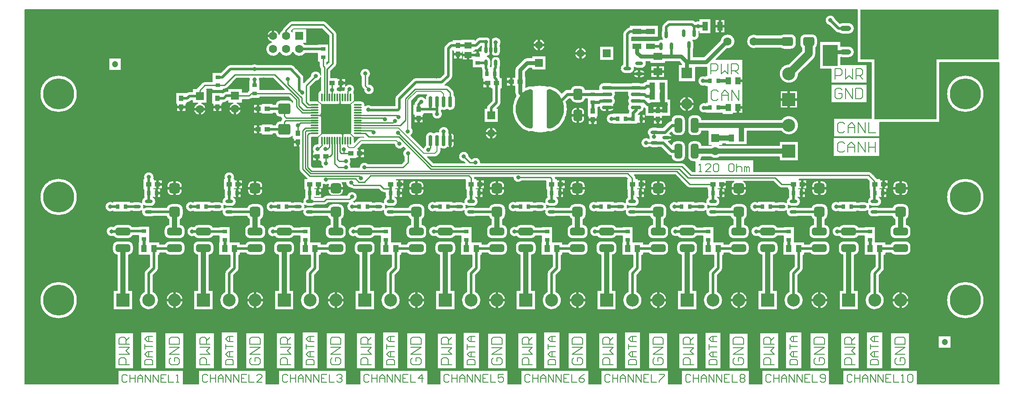
<source format=gtl>
G04 Layer_Physical_Order=1*
G04 Layer_Color=255*
%FSLAX24Y24*%
%MOIN*%
G70*
G01*
G75*
%ADD10C,0.0079*%
%ADD11O,0.0236X0.0532*%
%ADD12R,0.0413X0.0551*%
G04:AMPARAMS|DCode=13|XSize=279.5mil|YSize=218.5mil|CornerRadius=10.9mil|HoleSize=0mil|Usage=FLASHONLY|Rotation=0.000|XOffset=0mil|YOffset=0mil|HoleType=Round|Shape=RoundedRectangle|*
%AMROUNDEDRECTD13*
21,1,0.2795,0.1967,0,0,0.0*
21,1,0.2577,0.2185,0,0,0.0*
1,1,0.0219,0.1288,-0.0983*
1,1,0.0219,-0.1288,-0.0983*
1,1,0.0219,-0.1288,0.0983*
1,1,0.0219,0.1288,0.0983*
%
%ADD13ROUNDEDRECTD13*%
%ADD14O,0.0846X0.0394*%
G04:AMPARAMS|DCode=15|XSize=82.7mil|YSize=78.7mil|CornerRadius=19.7mil|HoleSize=0mil|Usage=FLASHONLY|Rotation=0.000|XOffset=0mil|YOffset=0mil|HoleType=Round|Shape=RoundedRectangle|*
%AMROUNDEDRECTD15*
21,1,0.0827,0.0394,0,0,0.0*
21,1,0.0433,0.0787,0,0,0.0*
1,1,0.0394,0.0217,-0.0197*
1,1,0.0394,-0.0217,-0.0197*
1,1,0.0394,-0.0217,0.0197*
1,1,0.0394,0.0217,0.0197*
%
%ADD15ROUNDEDRECTD15*%
%ADD16O,0.0295X0.0850*%
%ADD17R,0.0354X0.0394*%
%ADD18R,0.0354X0.0276*%
%ADD19R,0.0394X0.0354*%
G04:AMPARAMS|DCode=20|XSize=90.6mil|YSize=82.7mil|CornerRadius=12.4mil|HoleSize=0mil|Usage=FLASHONLY|Rotation=0.000|XOffset=0mil|YOffset=0mil|HoleType=Round|Shape=RoundedRectangle|*
%AMROUNDEDRECTD20*
21,1,0.0906,0.0579,0,0,0.0*
21,1,0.0657,0.0827,0,0,0.0*
1,1,0.0248,0.0329,-0.0289*
1,1,0.0248,-0.0329,-0.0289*
1,1,0.0248,-0.0329,0.0289*
1,1,0.0248,0.0329,0.0289*
%
%ADD20ROUNDEDRECTD20*%
%ADD21O,0.0630X0.0118*%
%ADD22O,0.0118X0.0630*%
%ADD23R,0.0276X0.0354*%
%ADD24R,0.0394X0.0394*%
%ADD25R,0.0571X0.0453*%
G04:AMPARAMS|DCode=26|XSize=86.6mil|YSize=68.9mil|CornerRadius=17.2mil|HoleSize=0mil|Usage=FLASHONLY|Rotation=90.000|XOffset=0mil|YOffset=0mil|HoleType=Round|Shape=RoundedRectangle|*
%AMROUNDEDRECTD26*
21,1,0.0866,0.0344,0,0,90.0*
21,1,0.0522,0.0689,0,0,90.0*
1,1,0.0344,0.0172,0.0261*
1,1,0.0344,0.0172,-0.0261*
1,1,0.0344,-0.0172,-0.0261*
1,1,0.0344,-0.0172,0.0261*
%
%ADD26ROUNDEDRECTD26*%
%ADD27O,0.0591X0.0281*%
%ADD28O,0.0800X0.0295*%
G04:AMPARAMS|DCode=29|XSize=86.6mil|YSize=68.9mil|CornerRadius=17.2mil|HoleSize=0mil|Usage=FLASHONLY|Rotation=180.000|XOffset=0mil|YOffset=0mil|HoleType=Round|Shape=RoundedRectangle|*
%AMROUNDEDRECTD29*
21,1,0.0866,0.0344,0,0,180.0*
21,1,0.0522,0.0689,0,0,180.0*
1,1,0.0344,-0.0261,0.0172*
1,1,0.0344,0.0261,0.0172*
1,1,0.0344,0.0261,-0.0172*
1,1,0.0344,-0.0261,-0.0172*
%
%ADD29ROUNDEDRECTD29*%
G04:AMPARAMS|DCode=30|XSize=110.2mil|YSize=59.1mil|CornerRadius=14.8mil|HoleSize=0mil|Usage=FLASHONLY|Rotation=90.000|XOffset=0mil|YOffset=0mil|HoleType=Round|Shape=RoundedRectangle|*
%AMROUNDEDRECTD30*
21,1,0.1102,0.0295,0,0,90.0*
21,1,0.0807,0.0591,0,0,90.0*
1,1,0.0295,0.0148,0.0404*
1,1,0.0295,0.0148,-0.0404*
1,1,0.0295,-0.0148,-0.0404*
1,1,0.0295,-0.0148,0.0404*
%
%ADD30ROUNDEDRECTD30*%
G04:AMPARAMS|DCode=31|XSize=110.2mil|YSize=59.1mil|CornerRadius=14.8mil|HoleSize=0mil|Usage=FLASHONLY|Rotation=180.000|XOffset=0mil|YOffset=0mil|HoleType=Round|Shape=RoundedRectangle|*
%AMROUNDEDRECTD31*
21,1,0.1102,0.0295,0,0,180.0*
21,1,0.0807,0.0591,0,0,180.0*
1,1,0.0295,-0.0404,0.0148*
1,1,0.0295,0.0404,0.0148*
1,1,0.0295,0.0404,-0.0148*
1,1,0.0295,-0.0404,-0.0148*
%
%ADD31ROUNDEDRECTD31*%
%ADD32C,0.0472*%
%ADD33R,0.0709X0.0551*%
%ADD34R,0.0689X0.0413*%
%ADD35O,0.0281X0.0591*%
%ADD36R,0.0413X0.0689*%
%ADD37C,0.0197*%
%ADD38C,0.0236*%
%ADD39C,0.0276*%
%ADD40C,0.0354*%
%ADD41C,0.0098*%
%ADD42C,0.0118*%
%ADD43C,0.0315*%
%ADD44C,0.0591*%
%ADD45C,0.0512*%
%ADD46C,0.0394*%
%ADD47R,0.0404X0.0827*%
%ADD48R,0.0433X0.0719*%
%ADD49R,0.1122X0.1634*%
%ADD50R,0.4744X0.4606*%
%ADD51R,1.0560X0.3789*%
%ADD52C,0.0827*%
%ADD53R,0.0827X0.0827*%
%ADD54C,0.0630*%
%ADD55R,0.0630X0.0630*%
%ADD56C,0.0600*%
%ADD57R,0.0600X0.0600*%
%ADD58R,0.0600X0.0600*%
%ADD59R,0.0984X0.0984*%
%ADD60C,0.0984*%
%ADD61R,0.0630X0.0630*%
%ADD62R,0.0984X0.0984*%
%ADD63C,0.2362*%
%ADD64C,0.0315*%
G36*
X48932Y40294D02*
X48992Y40250D01*
X49031Y40188D01*
X49044Y40116D01*
Y37510D01*
X49030Y37436D01*
X48990Y37372D01*
X48929Y37327D01*
X48856Y37308D01*
X48781Y37317D01*
X48651Y37357D01*
X48501Y37418D01*
X48361Y37501D01*
X48236Y37605D01*
X48231Y37609D01*
X48082Y37775D01*
X47957Y37959D01*
X47856Y38158D01*
X47784Y38368D01*
X47739Y38587D01*
X47724Y38809D01*
X47739Y39031D01*
X47784Y39250D01*
X47856Y39460D01*
X47957Y39659D01*
X48082Y39843D01*
X48231Y40009D01*
X48234Y40011D01*
X48360Y40116D01*
X48502Y40201D01*
X48654Y40262D01*
X48789Y40304D01*
X48861Y40312D01*
X48932Y40294D01*
D02*
G37*
G36*
X50353Y40302D02*
X50482Y40261D01*
X50633Y40200D01*
X50773Y40117D01*
X50898Y40013D01*
X50903Y40009D01*
X51052Y39843D01*
X51177Y39659D01*
X51277Y39460D01*
X51350Y39250D01*
X51395Y39031D01*
X51409Y38809D01*
X51395Y38587D01*
X51350Y38368D01*
X51277Y38158D01*
X51177Y37959D01*
X51052Y37775D01*
X50903Y37609D01*
X50900Y37607D01*
X50774Y37502D01*
X50632Y37417D01*
X50479Y37356D01*
X50345Y37314D01*
X50272Y37306D01*
X50201Y37324D01*
X50142Y37368D01*
X50103Y37430D01*
X50089Y37502D01*
Y40108D01*
X50103Y40182D01*
X50144Y40246D01*
X50205Y40291D01*
X50278Y40310D01*
X50353Y40302D01*
D02*
G37*
D10*
X73524Y44953D02*
G03*
X73091Y45386I-433J0D01*
G01*
Y44520D02*
G03*
X73524Y44953I0J433D01*
G01*
X72638Y45386D02*
G03*
X72420Y45327I0J-433D01*
G01*
X72084Y44716D02*
G03*
X72321Y44618I237J237D01*
G01*
X72086Y45661D02*
G03*
X71613Y45188I-383J-90D01*
G01*
X73524Y43157D02*
G03*
X73091Y43591I-433J0D01*
G01*
Y42724D02*
G03*
X73524Y43157I0J433D01*
G01*
X72363Y44618D02*
G03*
X72638Y44520I275J335D01*
G01*
X72084Y44716D02*
G03*
X72321Y44618I237J237D01*
G01*
X72638Y43591D02*
G03*
X72500Y43568I0J-433D01*
G01*
Y42747D02*
G03*
X72638Y42724I138J411D01*
G01*
X83406Y39961D02*
G03*
X83406Y39961I-1417J0D01*
G01*
X70718Y44119D02*
G03*
X70310Y44528I-408J0D01*
G01*
X69788D02*
G03*
X69380Y44119I0J-408D01*
G01*
X69104D02*
G03*
X68696Y44528I-408J0D01*
G01*
X68174D02*
G03*
X67933Y44449I0J-408D01*
G01*
X70581Y43469D02*
G03*
X70718Y43775I-271J306D01*
G01*
X69380D02*
G03*
X69518Y43469I408J0D01*
G01*
X70425Y42626D02*
G03*
X70581Y43002I-376J376D01*
G01*
X70425Y42626D02*
G03*
X70581Y43002I-376J376D01*
G01*
X67908Y43465D02*
G03*
X68174Y43366I266J310D01*
G01*
X68696D02*
G03*
X69104Y43775I0J408D01*
G01*
X64427Y43957D02*
G03*
X63330Y44034I-551J0D01*
G01*
X66124Y44449D02*
G03*
X66124Y43465I-248J-492D01*
G01*
X63818Y43409D02*
G03*
X64427Y43957I57J548D01*
G01*
X68520Y42224D02*
G03*
X69271Y41472I24J-728D01*
G01*
X74828Y33942D02*
G03*
X74626Y34026I-202J-202D01*
G01*
X74828Y33942D02*
G03*
X74626Y34026I-202J-202D01*
G01*
X77618Y32953D02*
G03*
X77264Y33307I-354J0D01*
G01*
Y32205D02*
G03*
X77618Y32559I0J354D01*
G01*
X76831Y33307D02*
G03*
X76476Y32953I0J-354D01*
G01*
Y32559D02*
G03*
X76831Y32205I354J0D01*
G01*
X75439Y32057D02*
G03*
X75408Y32076I-211J-312D01*
G01*
X74739D02*
G03*
X74705Y32055I180J-331D01*
G01*
X75605Y31745D02*
G03*
X75453Y32047I-377J0D01*
G01*
X75229Y31368D02*
G03*
X75605Y31745I0J377D01*
G01*
X74679Y31455D02*
G03*
X74919Y31368I240J290D01*
G01*
X71437Y32953D02*
G03*
X71083Y33307I-354J0D01*
G01*
X70650D02*
G03*
X70295Y32953I0J-354D01*
G01*
X71083Y32205D02*
G03*
X71437Y32559I0J354D01*
G01*
X72353Y31683D02*
G03*
X72323Y31700I-207J-335D01*
G01*
X74559Y31635D02*
G03*
X74319Y31721I-240J-290D01*
G01*
X74009D02*
G03*
X73836Y31680I0J-377D01*
G01*
X74705Y32055D02*
G03*
X74559Y31635I214J-310D01*
G01*
X74695Y31345D02*
G03*
X74679Y31455I-377J0D01*
G01*
X70295Y32559D02*
G03*
X70650Y32205I354J0D01*
G01*
X69272Y37559D02*
G03*
X67958Y37992I-728J0D01*
G01*
Y37126D02*
G03*
X69272Y37559I586J433D01*
G01*
X63289Y36014D02*
G03*
X63263Y36033I-346J-429D01*
G01*
X62607Y35148D02*
G03*
X63279Y35148I336J437D01*
G01*
X67790Y32859D02*
G03*
X67992Y32776I202J202D01*
G01*
X69258Y32057D02*
G03*
X69227Y32076I-211J-312D01*
G01*
X68558D02*
G03*
X68514Y32048I180J-331D01*
G01*
X69424Y31745D02*
G03*
X69262Y32054I-377J0D01*
G01*
X68514Y32048D02*
G03*
X68377Y31635I224J-303D01*
G01*
X69048Y31368D02*
G03*
X69424Y31745I0J377D01*
G01*
X68498Y31455D02*
G03*
X68738Y31368I240J290D01*
G01*
X68514Y31345D02*
G03*
X68498Y31455I-377J0D01*
G01*
X67790Y32859D02*
G03*
X67992Y32776I202J202D01*
G01*
X68377Y31635D02*
G03*
X68138Y31721I-240J-290D01*
G01*
X67828D02*
G03*
X67655Y31680I0J-377D01*
G01*
X65295Y32953D02*
G03*
X65083Y33278I-354J0D01*
G01*
X64366D02*
G03*
X64154Y32953I142J-325D01*
G01*
X64941Y32205D02*
G03*
X65295Y32559I0J354D01*
G01*
X66172Y31683D02*
G03*
X66142Y31700I-207J-335D01*
G01*
X64154Y32559D02*
G03*
X64508Y32205I354J0D01*
G01*
X63116Y32057D02*
G03*
X63086Y32076I-211J-312D01*
G01*
X63282Y31745D02*
G03*
X63120Y32054I-377J0D01*
G01*
X62906Y31368D02*
G03*
X63282Y31745I0J377D01*
G01*
X61703Y45516D02*
G03*
X61427Y45463I-69J-388D01*
G01*
X61398Y45493D02*
G03*
X61161Y45591I-237J-237D01*
G01*
X61398Y45493D02*
G03*
X61161Y45591I-237J-237D01*
G01*
X59419D02*
G03*
X59183Y45493I0J-335D01*
G01*
X59419Y45591D02*
G03*
X59183Y45493I0J-335D01*
G01*
X62235Y41988D02*
G03*
X62283Y41991I0J394D01*
G01*
X62235Y41988D02*
G03*
X62283Y41991I0J394D01*
G01*
X61263Y43344D02*
G03*
X61305Y43517I-335J173D01*
G01*
X61219Y44066D02*
G03*
X61705Y44427I110J360D01*
G01*
X61305Y43827D02*
G03*
X61219Y44066I-377J0D01*
G01*
X58972Y45282D02*
G03*
X58874Y45046I237J-237D01*
G01*
X58972Y45282D02*
G03*
X58874Y45046I237J-237D01*
G01*
Y44825D02*
G03*
X58832Y44653I335J-173D01*
G01*
Y44343D02*
G03*
X58919Y44103I377J0D01*
G01*
Y44103D02*
G03*
X58561Y44026I-110J-360D01*
G01*
X57672Y42286D02*
G03*
X57651Y42411I-377J0D01*
G01*
X57296Y41910D02*
G03*
X57672Y42286I0J377D01*
G01*
X62165Y41296D02*
G03*
X62165Y40574I-157J-361D01*
G01*
X62200Y39262D02*
G03*
X62165Y39271I-123J-374D01*
G01*
D02*
G03*
X62165Y38504I-89J-384D01*
G01*
D02*
G03*
X62200Y38514I-89J384D01*
G01*
X61339Y39183D02*
G03*
X61339Y39183I-571J0D01*
G01*
X57593Y41486D02*
G03*
X57296Y41784I-298J0D01*
G01*
Y41188D02*
G03*
X57593Y41486I0J298D01*
G01*
X57687Y40906D02*
G03*
X57436Y40802I0J-354D01*
G01*
X57687Y40906D02*
G03*
X57436Y40801I0J-354D01*
G01*
X57285Y40778D02*
G03*
X57137Y40807I-148J-354D01*
G01*
X57525Y38893D02*
G03*
X57579Y38849I251J251D01*
G01*
X57525Y38893D02*
G03*
X57579Y38849I251J250D01*
G01*
X57195Y38544D02*
G03*
X57520Y38898I-57J380D01*
G01*
X57136Y38465D02*
G03*
X57195Y38544I-251J251D01*
G01*
X57135Y38465D02*
G03*
X57195Y38544I-250J251D01*
G01*
X56398Y45057D02*
G03*
X56200Y44961I39J-332D01*
G01*
X56398Y45057D02*
G03*
X56200Y44961I39J-332D01*
G01*
X55994Y44754D02*
G03*
X55896Y44518I237J-237D01*
G01*
X55994Y44754D02*
G03*
X55896Y44518I237J-237D01*
G01*
X56746Y41996D02*
G03*
X56986Y41910I240J290D01*
G01*
X56762Y41886D02*
G03*
X56746Y41996I-377J0D01*
G01*
X56386Y41510D02*
G03*
X56762Y41886I0J377D01*
G01*
X56986Y41784D02*
G03*
X56986Y41188I0J-298D01*
G01*
X55896Y42217D02*
G03*
X56076Y41510I180J-331D01*
G01*
X56633Y40807D02*
G03*
X56485Y40778I0J-384D01*
G01*
X55085D02*
G03*
X54937Y40807I-148J-354D01*
G01*
X53133Y43041D02*
G03*
X53133Y43041I-457J0D01*
G01*
X49956Y43691D02*
G03*
X49956Y43691I-457J0D01*
G01*
X56278Y40069D02*
G03*
X56341Y39673I355J-146D01*
G01*
X55321Y39923D02*
G03*
X55293Y40069I-384J0D01*
G01*
X55229Y39673D02*
G03*
X55321Y39923I-291J250D01*
G01*
Y39423D02*
G03*
X55229Y39673I-384J0D01*
G01*
X56341D02*
G03*
X56341Y39173I291J-250D01*
G01*
X55171Y39119D02*
G03*
X55321Y39423I-234J304D01*
G01*
X54433Y40807D02*
G03*
X54078Y40278I0J-384D01*
G01*
X53043Y40275D02*
G03*
X52643Y40600I-400J-83D01*
G01*
Y39262D02*
G03*
X53038Y39567I0J408D01*
G01*
X56341Y39173D02*
G03*
X56355Y38659I291J-250D01*
G01*
X55243Y38923D02*
G03*
X55171Y39119I-305J0D01*
G01*
X54937Y38618D02*
G03*
X55243Y38923I0J305D01*
G01*
X56355Y38659D02*
G03*
X56319Y38504I319J-154D01*
G01*
X56355Y38659D02*
G03*
X56319Y38504I319J-154D01*
G01*
X54065Y38957D02*
G03*
X54130Y38963I0J354D01*
G01*
X54065Y38957D02*
G03*
X54130Y38963I0J354D01*
G01*
X54130D02*
G03*
X54433Y38618I303J-40D01*
G01*
X52972Y38578D02*
G03*
X52643Y38907I-330J0D01*
G01*
X52298Y40600D02*
G03*
X51901Y40285I0J-408D01*
G01*
Y39577D02*
G03*
X52298Y39262I398J93D01*
G01*
Y38907D02*
G03*
X51968Y38578I0J-330D01*
G01*
X51663Y40285D02*
G03*
X51413Y40182I0J-354D01*
G01*
X51663Y40285D02*
G03*
X51413Y40181I0J-354D01*
G01*
X61908Y37992D02*
G03*
X61526Y38346I-383J-30D01*
G01*
Y36772D02*
G03*
X61908Y37126I0J384D01*
G01*
X61230Y38346D02*
G03*
X60846Y37963I0J-384D01*
G01*
Y37156D02*
G03*
X61230Y36772I384J0D01*
G01*
X60266D02*
G03*
X60650Y37156I0J384D01*
G01*
X62623Y36033D02*
G03*
X62597Y36014I320J-449D01*
G01*
X61908D02*
G03*
X61526Y36368I-383J-30D01*
G01*
X61820Y34931D02*
G03*
X61908Y35148I-294J246D01*
G01*
X61230Y36368D02*
G03*
X60846Y35984I0J-384D01*
G01*
X60650D02*
G03*
X60266Y36368I-384J0D01*
G01*
X60650Y37963D02*
G03*
X60266Y38346I-384J0D01*
G01*
X59970D02*
G03*
X59587Y37963I0J-384D01*
G01*
Y37912D02*
G03*
X59365Y37809I30J-353D01*
G01*
X59587Y37912D02*
G03*
X59366Y37810I30J-353D01*
G01*
X59603Y37045D02*
G03*
X59970Y36772I368J111D01*
G01*
X59655Y36628D02*
G03*
X59464Y36906I-298J0D01*
G01*
X59970Y36368D02*
G03*
X59599Y36080I0J-384D01*
G01*
X58575Y37382D02*
G03*
X58447Y37404I-128J-354D01*
G01*
X58137D02*
G03*
X57890Y36744I0J-377D01*
G01*
X59357Y36330D02*
G03*
X59655Y36628I0J298D01*
G01*
X59346Y35330D02*
G03*
X59587Y35227I251J251D01*
G01*
X59346Y35330D02*
G03*
X59587Y35227I251J250D01*
G01*
X57890Y36744D02*
G03*
X57911Y36530I387J-70D01*
G01*
X57921Y35919D02*
G03*
X58137Y35851I216J308D01*
G01*
X57911Y36530D02*
G03*
X57921Y35919I-244J-309D01*
G01*
X58447Y35851D02*
G03*
X58575Y35873I0J377D01*
G01*
X60846Y35177D02*
G03*
X61230Y34793I384J0D01*
G01*
X60266D02*
G03*
X60650Y35177I0J384D01*
G01*
X60605Y34611D02*
G03*
X60404Y34695I-202J-202D01*
G01*
X60605Y34611D02*
G03*
X60404Y34695I-202J-202D01*
G01*
X59587Y35177D02*
G03*
X59970Y34793I384J0D01*
G01*
X62416Y32076D02*
G03*
X62372Y32048I180J-331D01*
G01*
X62356Y31455D02*
G03*
X62596Y31368I240J290D01*
G01*
X62372Y32048D02*
G03*
X62236Y31635I224J-303D01*
G01*
X62236D02*
G03*
X61996Y31721I-240J-290D01*
G01*
X62372Y31345D02*
G03*
X62356Y31455I-377J0D01*
G01*
X61686Y31721D02*
G03*
X61513Y31680I0J-377D01*
G01*
X60792Y32859D02*
G03*
X60994Y32776I202J202D01*
G01*
X60792Y32859D02*
G03*
X60994Y32776I202J202D01*
G01*
X60030Y31683D02*
G03*
X60000Y31700I-207J-335D01*
G01*
X59154Y32953D02*
G03*
X58799Y33307I-354J0D01*
G01*
Y32205D02*
G03*
X59154Y32559I0J354D01*
G01*
X58366Y33307D02*
G03*
X58012Y32953I0J-354D01*
G01*
Y32559D02*
G03*
X58366Y32205I354J0D01*
G01*
X55118Y38445D02*
G03*
X55118Y37677I-89J-384D01*
G01*
X56895Y33519D02*
G03*
X56811Y33721I-285J0D01*
G01*
X56895Y33519D02*
G03*
X56811Y33721I-285J0D01*
G01*
X52643Y37726D02*
G03*
X52972Y38056I0J330D01*
G01*
X51968D02*
G03*
X52298Y37726I330J0D01*
G01*
X50758Y33494D02*
G03*
X50740Y33593I-285J0D01*
G01*
X50758Y33494D02*
G03*
X50740Y33593I-285J0D01*
G01*
X53012Y32953D02*
G03*
X52657Y33307I-354J0D01*
G01*
X57141Y31745D02*
G03*
X56988Y32047I-377J0D01*
G01*
X56975Y32057D02*
G03*
X56944Y32076I-211J-312D01*
G01*
X56275D02*
G03*
X56240Y32055I180J-331D01*
G01*
D02*
G03*
X56094Y31635I214J-310D01*
G01*
X55544Y31721D02*
G03*
X55372Y31680I0J-377D01*
G01*
X56094Y31635D02*
G03*
X55854Y31721I-240J-290D01*
G01*
X56764Y31368D02*
G03*
X57141Y31745I0J377D01*
G01*
X56214Y31455D02*
G03*
X56454Y31368I240J290D01*
G01*
X56231Y31345D02*
G03*
X56214Y31455I-377J0D01*
G01*
X52657Y32205D02*
G03*
X53012Y32559I0J354D01*
G01*
X53889Y31683D02*
G03*
X53858Y31700I-207J-335D01*
G01*
X52224Y33307D02*
G03*
X51870Y32953I0J-354D01*
G01*
Y32559D02*
G03*
X52224Y32205I354J0D01*
G01*
Y31575D02*
G03*
X51817Y31289I0J-433D01*
G01*
X50999Y31755D02*
G03*
X50847Y32057I-377J0D01*
G01*
X50133Y32086D02*
G03*
X50099Y32065I180J-331D01*
G01*
X50622Y31378D02*
G03*
X50999Y31755I0J377D01*
G01*
X50099Y32065D02*
G03*
X49952Y31645I214J-310D01*
G01*
X50073Y31464D02*
G03*
X50313Y31378I240J290D01*
G01*
X50089Y31355D02*
G03*
X50073Y31464I-377J0D01*
G01*
X49403Y31731D02*
G03*
X49230Y31689I0J-377D01*
G01*
X49952Y31645D02*
G03*
X49712Y31731I-240J-290D01*
G01*
X50795Y31289D02*
G03*
X50622Y31331I-173J-335D01*
G01*
X83406Y32087D02*
G03*
X83406Y32087I-1417J0D01*
G01*
X77480Y30373D02*
G03*
X77697Y30748I-217J375D01*
G01*
X76831Y31575D02*
G03*
X76420Y31280I0J-433D01*
G01*
X77697Y31142D02*
G03*
X77264Y31575I-433J0D01*
G01*
X76420Y30610D02*
G03*
X76614Y30373I411J138D01*
G01*
Y29979D02*
G03*
X76260Y29596I30J-383D01*
G01*
X77835D02*
G03*
X77480Y29979I-384J0D01*
G01*
X77451Y28917D02*
G03*
X77835Y29301I0J384D01*
G01*
X76260D02*
G03*
X76644Y28917I384J0D01*
G01*
X75401Y31280D02*
G03*
X75229Y31321I-173J-335D01*
G01*
X74919D02*
G03*
X74679Y31235I0J-377D01*
G01*
X74679D02*
G03*
X74695Y31345I-360J110D01*
G01*
X74319Y30968D02*
G03*
X74559Y31055I0J377D01*
G01*
X73836Y31010D02*
G03*
X74009Y30968I173J335D01*
G01*
X74559Y31055D02*
G03*
X74919Y30568I360J-110D01*
G01*
X72323Y30997D02*
G03*
X72353Y31014I-177J351D01*
G01*
X72323Y31700D02*
G03*
X72323Y30997I-177J-351D01*
G01*
X75229Y30568D02*
G03*
X75401Y30610I0J377D01*
G01*
X73854Y29773D02*
G03*
X73514Y29980I-341J-177D01*
G01*
Y28917D02*
G03*
X73843Y29104I0J384D01*
G01*
X72707Y29980D02*
G03*
X72394Y29819I0J-384D01*
G01*
X72394D02*
G03*
X72383Y29095I-160J-360D01*
G01*
D02*
G03*
X72707Y28917I323J207D01*
G01*
X77835Y28337D02*
G03*
X77451Y28720I-384J0D01*
G01*
Y27657D02*
G03*
X77835Y28041I0J384D01*
G01*
X76644Y28720D02*
G03*
X76289Y28484I0J-384D01*
G01*
X76334Y27815D02*
G03*
X76644Y27657I310J226D01*
G01*
X73898Y28337D02*
G03*
X73514Y28720I-384J0D01*
G01*
X72707D02*
G03*
X72323Y28337I0J-384D01*
G01*
Y28041D02*
G03*
X72677Y27659I384J0D01*
G01*
X73543D02*
G03*
X73898Y28041I-30J383D01*
G01*
X75709Y26417D02*
G03*
X75807Y26654I-237J237D01*
G01*
X75709Y26417D02*
G03*
X75807Y26654I-237J237D01*
G01*
X74842Y26496D02*
G03*
X74744Y26260I237J-237D01*
G01*
X74842Y26496D02*
G03*
X74744Y26260I237J-237D01*
G01*
X70650Y31575D02*
G03*
X70239Y31280I0J-433D01*
G01*
X71516Y31142D02*
G03*
X71083Y31575I-433J0D01*
G01*
X71299Y30373D02*
G03*
X71516Y30748I-217J375D01*
G01*
X70239Y30610D02*
G03*
X70433Y30373I411J138D01*
G01*
X69220Y31280D02*
G03*
X69048Y31321I-173J-335D01*
G01*
X68498Y31235D02*
G03*
X68514Y31345I-360J110D01*
G01*
X69048Y30568D02*
G03*
X69220Y30610I0J377D01*
G01*
X68738Y31321D02*
G03*
X68498Y31235I0J-377D01*
G01*
X68377Y31055D02*
G03*
X68738Y30568I360J-110D01*
G01*
X71654Y29596D02*
G03*
X71299Y29979I-384J0D01*
G01*
X71270Y28917D02*
G03*
X71654Y29301I0J384D01*
G01*
X70433Y29979D02*
G03*
X70079Y29596I30J-383D01*
G01*
Y29301D02*
G03*
X70463Y28917I384J0D01*
G01*
X68138Y30968D02*
G03*
X68377Y31055I0J377D01*
G01*
X67655Y31010D02*
G03*
X67828Y30968I173J335D01*
G01*
X66142Y30997D02*
G03*
X66172Y31014I-177J351D01*
G01*
X66142Y31700D02*
G03*
X66142Y30997I-177J-351D01*
G01*
X65374Y31142D02*
G03*
X64941Y31575I-433J0D01*
G01*
X67673Y29773D02*
G03*
X67333Y29980I-341J-177D01*
G01*
X66526D02*
G03*
X66213Y29819I0J-384D01*
G01*
X66213D02*
G03*
X66202Y29095I-160J-360D01*
G01*
X67333Y28917D02*
G03*
X67662Y29104I0J384D01*
G01*
X66202Y29095D02*
G03*
X66526Y28917I323J207D01*
G01*
X65157Y30373D02*
G03*
X65374Y30748I-217J375D01*
G01*
X65512Y29596D02*
G03*
X65157Y29979I-384J0D01*
G01*
X65128Y28917D02*
G03*
X65512Y29301I0J384D01*
G01*
X70463Y28720D02*
G03*
X70108Y28484I0J-384D01*
G01*
X71654Y28337D02*
G03*
X71270Y28720I-384J0D01*
G01*
Y27657D02*
G03*
X71654Y28041I0J384D01*
G01*
X70153Y27815D02*
G03*
X70463Y27657I310J226D01*
G01*
X69528Y26417D02*
G03*
X69626Y26654I-237J237D01*
G01*
X69528Y26417D02*
G03*
X69626Y26654I-237J237D01*
G01*
X67717Y28337D02*
G03*
X67333Y28720I-384J0D01*
G01*
X67362Y27659D02*
G03*
X67717Y28041I-30J383D01*
G01*
X66526Y28720D02*
G03*
X66142Y28337I0J-384D01*
G01*
X65512D02*
G03*
X65128Y28720I-384J0D01*
G01*
X66142Y28041D02*
G03*
X66496Y27659I384J0D01*
G01*
X65128Y27657D02*
G03*
X65512Y28041I0J384D01*
G01*
X68661Y26496D02*
G03*
X68563Y26260I237J-237D01*
G01*
X83406Y24213D02*
G03*
X83406Y24213I-1417J0D01*
G01*
X77697D02*
G03*
X77697Y24213I-650J0D01*
G01*
X74744Y24860D02*
G03*
X75807Y24213I335J-647D01*
G01*
D02*
G03*
X75413Y24860I-728J0D01*
G01*
X71516Y24213D02*
G03*
X71516Y24213I-650J0D01*
G01*
X68661Y26496D02*
G03*
X68563Y26260I237J-237D01*
G01*
X69626Y24213D02*
G03*
X69232Y24860I-728J0D01*
G01*
X68563D02*
G03*
X69626Y24213I335J-647D01*
G01*
X65374Y24213D02*
G03*
X65374Y24213I-650J0D01*
G01*
X64508Y31575D02*
G03*
X64097Y31280I0J-433D01*
G01*
X63079D02*
G03*
X62906Y31321I-173J-335D01*
G01*
X64097Y30610D02*
G03*
X64291Y30373I411J138D01*
G01*
X62596Y31321D02*
G03*
X62356Y31235I0J-377D01*
G01*
X62236Y31055D02*
G03*
X62596Y30568I360J-110D01*
G01*
X62906D02*
G03*
X63079Y30610I0J377D01*
G01*
X62356Y31235D02*
G03*
X62372Y31345I-360J110D01*
G01*
X61996Y30968D02*
G03*
X62236Y31055I0J377D01*
G01*
X61513Y31010D02*
G03*
X61686Y30968I173J335D01*
G01*
X64291Y29979D02*
G03*
X63937Y29596I30J-383D01*
G01*
Y29301D02*
G03*
X64321Y28917I384J0D01*
G01*
X61532Y29773D02*
G03*
X61191Y29980I-341J-177D01*
G01*
Y28917D02*
G03*
X61520Y29104I0J384D01*
G01*
X60000Y30997D02*
G03*
X60030Y31014I-177J351D01*
G01*
X60000Y31700D02*
G03*
X60000Y30997I-177J-351D01*
G01*
X58366Y31575D02*
G03*
X57956Y31280I0J-433D01*
G01*
X56937D02*
G03*
X56764Y31321I-173J-335D01*
G01*
X59016Y30373D02*
G03*
X59232Y30748I-217J375D01*
G01*
Y31142D02*
G03*
X58799Y31575I-433J0D01*
G01*
X57956Y30610D02*
G03*
X58150Y30373I411J138D01*
G01*
X56764Y30568D02*
G03*
X56937Y30610I0J377D01*
G01*
X60384Y29980D02*
G03*
X60071Y29819I0J-384D01*
G01*
X59370Y29596D02*
G03*
X59016Y29979I-384J0D01*
G01*
X60060Y29095D02*
G03*
X60384Y28917I323J207D01*
G01*
X60071Y29819D02*
G03*
X60060Y29095I-160J-360D01*
G01*
X58986Y28917D02*
G03*
X59370Y29301I0J384D01*
G01*
X58150Y29979D02*
G03*
X57795Y29596I30J-383D01*
G01*
Y29301D02*
G03*
X58179Y28917I384J0D01*
G01*
X64321Y28720D02*
G03*
X63967Y28484I0J-384D01*
G01*
X60384Y28720D02*
G03*
X60000Y28337I0J-384D01*
G01*
X61575D02*
G03*
X61191Y28720I-384J0D01*
G01*
X61220Y27659D02*
G03*
X61575Y28041I-30J383D01*
G01*
X64011Y27815D02*
G03*
X64321Y27657I310J226D01*
G01*
X63386Y26417D02*
G03*
X63484Y26654I-237J237D01*
G01*
X63386Y26417D02*
G03*
X63484Y26654I-237J237D01*
G01*
X60000Y28041D02*
G03*
X60354Y27659I384J0D01*
G01*
X59370Y28337D02*
G03*
X58986Y28720I-384J0D01*
G01*
X58179D02*
G03*
X57825Y28484I0J-384D01*
G01*
X58986Y27657D02*
G03*
X59370Y28041I0J384D01*
G01*
X57869Y27815D02*
G03*
X58179Y27657I310J226D01*
G01*
X57245Y26417D02*
G03*
X57343Y26654I-237J237D01*
G01*
X57245Y26417D02*
G03*
X57343Y26654I-237J237D01*
G01*
X56454Y31321D02*
G03*
X56214Y31235I0J-377D01*
G01*
X56214D02*
G03*
X56231Y31345I-360J110D01*
G01*
X55854Y30968D02*
G03*
X56094Y31055I0J377D01*
G01*
X56094D02*
G03*
X56454Y30568I360J-110D01*
G01*
X55372Y31010D02*
G03*
X55544Y30968I173J335D01*
G01*
X53858Y30997D02*
G03*
X53889Y31014I-177J351D01*
G01*
X53858Y31700D02*
G03*
X53858Y30997I-177J-351D01*
G01*
X55390Y29773D02*
G03*
X55049Y29980I-341J-177D01*
G01*
Y28917D02*
G03*
X55379Y29104I0J384D01*
G01*
X54242Y29980D02*
G03*
X53929Y29819I0J-384D01*
G01*
X53919Y29095D02*
G03*
X54242Y28917I323J207D01*
G01*
X53929Y29819D02*
G03*
X53919Y29095I-160J-360D01*
G01*
X53091Y31142D02*
G03*
X52657Y31575I-433J0D01*
G01*
X52874Y30373D02*
G03*
X53091Y30748I-217J375D01*
G01*
X50622Y30578D02*
G03*
X50795Y30620I0J377D01*
G01*
X51811D02*
G03*
X52008Y30373I414J128D01*
G01*
X50073Y31245D02*
G03*
X50089Y31355I-360J110D01*
G01*
X50313Y31331D02*
G03*
X50073Y31245I0J-377D01*
G01*
X49712Y30978D02*
G03*
X49952Y31064I0J377D01*
G01*
X49230Y31020D02*
G03*
X49403Y30978I173J335D01*
G01*
X49952Y31064D02*
G03*
X50313Y30578I360J-110D01*
G01*
X52008Y29979D02*
G03*
X51654Y29596I30J-383D01*
G01*
X53228D02*
G03*
X52874Y29979I-384J0D01*
G01*
X52844Y28917D02*
G03*
X53228Y29301I0J384D01*
G01*
X51654D02*
G03*
X52037Y28917I384J0D01*
G01*
X49248Y29773D02*
G03*
X48907Y29980I-341J-177D01*
G01*
Y28917D02*
G03*
X49237Y29104I0J384D01*
G01*
X55433Y28337D02*
G03*
X55049Y28720I-384J0D01*
G01*
X55079Y27659D02*
G03*
X55433Y28041I-30J383D01*
G01*
X54242Y28720D02*
G03*
X53858Y28337I0J-384D01*
G01*
X53228D02*
G03*
X52844Y28720I-384J0D01*
G01*
X53858Y28041D02*
G03*
X54213Y27659I384J0D01*
G01*
X52844Y27657D02*
G03*
X53228Y28041I0J384D01*
G01*
X52037Y28720D02*
G03*
X51683Y28484I0J-384D01*
G01*
X51727Y27815D02*
G03*
X52037Y27657I310J226D01*
G01*
X49291Y28337D02*
G03*
X48907Y28720I-384J0D01*
G01*
X48937Y27659D02*
G03*
X49291Y28041I-30J383D01*
G01*
X51103Y26417D02*
G03*
X51201Y26654I-237J237D01*
G01*
X51103Y26417D02*
G03*
X51201Y26654I-237J237D01*
G01*
X50236Y26496D02*
G03*
X50138Y26260I237J-237D01*
G01*
X50236Y26496D02*
G03*
X50138Y26260I237J-237D01*
G01*
X62519Y26496D02*
G03*
X62421Y26260I237J-237D01*
G01*
X62519Y26496D02*
G03*
X62421Y26260I237J-237D01*
G01*
X63484Y24213D02*
G03*
X63091Y24860I-728J0D01*
G01*
X62421D02*
G03*
X63484Y24213I335J-647D01*
G01*
X59232D02*
G03*
X59232Y24213I-650J0D01*
G01*
X56378Y26496D02*
G03*
X56280Y26260I237J-237D01*
G01*
X56378Y26496D02*
G03*
X56280Y26260I237J-237D01*
G01*
X57343Y24213D02*
G03*
X56949Y24860I-728J0D01*
G01*
X56280D02*
G03*
X57343Y24213I335J-647D01*
G01*
X53091D02*
G03*
X53091Y24213I-650J0D01*
G01*
X50138Y24860D02*
G03*
X51201Y24213I335J-647D01*
G01*
D02*
G03*
X50807Y24860I-728J0D01*
G01*
X46545Y43690D02*
G03*
X46604Y43898I-335J207D01*
G01*
X46565Y43455D02*
G03*
X46545Y43571I-354J0D01*
G01*
X46294Y42815D02*
G03*
X46565Y43159I-83J344D01*
G01*
X46604Y43898D02*
G03*
X45838Y44025I-394J0D01*
G01*
X45957Y42912D02*
G03*
X46128Y42815I253J248D01*
G01*
X45716Y42912D02*
G03*
X45957Y42912I121J248D01*
G01*
X45835Y43780D02*
G03*
X45855Y43730I376J118D01*
G01*
X45838Y44025D02*
G03*
X45340Y44282I-376J-118D01*
G01*
X45814Y43729D02*
G03*
X45835Y43780I-351J178D01*
G01*
X45855Y43730D02*
G03*
X45814Y43729I-18J-275D01*
G01*
X45546Y42815D02*
G03*
X45716Y42912I-83J344D01*
G01*
X48602Y42707D02*
G03*
X48324Y42591I0J-394D01*
G01*
X48602Y42707D02*
G03*
X48324Y42591I0J-394D01*
G01*
X46545Y42059D02*
G03*
X46565Y42175I-335J116D01*
G01*
X47783Y42050D02*
G03*
X47667Y41772I278J-278D01*
G01*
X47783Y42050D02*
G03*
X47667Y41772I278J-278D01*
G01*
X46516Y41811D02*
G03*
X46545Y41949I-305J138D01*
G01*
X46516Y41811D02*
G03*
X46545Y41949I-305J138D01*
G01*
X46565Y42470D02*
G03*
X46294Y42815I-354J0D01*
G01*
X45817Y42470D02*
G03*
X45546Y42815I-354J0D01*
G01*
X46128D02*
G03*
X45856Y42470I83J-344D01*
G01*
Y42175D02*
G03*
X45870Y42078I354J0D01*
G01*
D02*
G03*
X45822Y41997I262J-208D01*
G01*
X45870Y42078D02*
G03*
X45822Y41997I262J-208D01*
G01*
D02*
G03*
X45797Y42034I-291J-166D01*
G01*
X45822Y41997D02*
G03*
X45797Y42034I-291J-166D01*
G01*
Y42059D02*
G03*
X45817Y42175I-335J116D01*
G01*
X45000Y44282D02*
G03*
X44763Y44183I0J-335D01*
G01*
X45000Y44282D02*
G03*
X44763Y44183I0J-335D01*
G01*
X42825Y43976D02*
G03*
X42588Y43878I0J-335D01*
G01*
X42825Y43976D02*
G03*
X42588Y43878I0J-335D01*
G01*
X42352Y43642D02*
G03*
X42254Y43406I237J-237D01*
G01*
X42352Y43642D02*
G03*
X42254Y43406I237J-237D01*
G01*
X45128Y43571D02*
G03*
X45108Y43455I335J-116D01*
G01*
X44695Y43307D02*
G03*
X44932Y43405I0J335D01*
G01*
X44695Y43307D02*
G03*
X44932Y43405I0J335D01*
G01*
X45128Y41900D02*
G03*
X45157Y41762I335J0D01*
G01*
X45128Y41900D02*
G03*
X45157Y41762I335J0D01*
G01*
X46569Y41181D02*
G03*
X46516Y41269I-309J-128D01*
G01*
X46569Y41181D02*
G03*
X46516Y41269I-309J-128D01*
G01*
X47667Y40049D02*
G03*
X47759Y39797I394J0D01*
G01*
X47667Y40049D02*
G03*
X47759Y39797I394J0D01*
G01*
X46496Y39055D02*
G03*
X46594Y39291I-237J237D01*
G01*
X46496Y39055D02*
G03*
X46594Y39291I-237J237D01*
G01*
X42825Y41092D02*
G03*
X42923Y41329I-237J237D01*
G01*
X42825Y41092D02*
G03*
X42923Y41329I-237J237D01*
G01*
X42672Y40527D02*
G03*
X42470Y40610I-202J-202D01*
G01*
X42672Y40527D02*
G03*
X42470Y40610I-202J-202D01*
G01*
X43124Y39625D02*
G03*
X43026Y39882I-384J0D01*
G01*
X45620Y39124D02*
G03*
X45522Y38888I237J-237D01*
G01*
X45620Y39124D02*
G03*
X45522Y38888I237J-237D01*
G01*
X43026Y40055D02*
G03*
X42942Y40257I-285J0D01*
G01*
X43026Y40055D02*
G03*
X42942Y40257I-285J0D01*
G01*
X42490Y38779D02*
G03*
X43124Y39070I250J291D01*
G01*
X42134Y38425D02*
G03*
X42075Y38633I-394J0D01*
G01*
X40118Y41181D02*
G03*
X39881Y41083I0J-335D01*
G01*
X40118Y41181D02*
G03*
X39881Y41083I0J-335D01*
G01*
X34094Y44508D02*
G03*
X34008Y44717I-295J0D01*
G01*
X34094Y44508D02*
G03*
X34008Y44717I-295J0D01*
G01*
X36545Y41235D02*
G03*
X36654Y41506I-285J271D01*
G01*
D02*
G03*
X35974Y41235I-394J0D01*
G01*
Y40581D02*
G03*
X36058Y40379I285J0D01*
G01*
X36939Y40295D02*
G03*
X36555Y40689I-394J0D01*
G01*
X35974Y40581D02*
G03*
X36058Y40379I285J0D01*
G01*
X35453Y40305D02*
G03*
X34764Y40566I-394J0D01*
G01*
X34687Y40433D02*
G03*
X34666Y40294I372J-128D01*
G01*
X34008Y42055D02*
G03*
X34094Y42264I-209J209D01*
G01*
X34008Y42055D02*
G03*
X34094Y42264I-209J209D01*
G01*
X34134Y40256D02*
G03*
X34121Y40354I-394J0D01*
G01*
X40955Y39882D02*
G03*
X40856Y39625I285J-257D01*
G01*
Y39583D02*
G03*
X40148Y39450I-325J-222D01*
G01*
X40078Y39380D02*
G03*
X39986Y39203I237J-237D01*
G01*
X40078Y39380D02*
G03*
X39986Y39203I237J-237D01*
G01*
D02*
G03*
X39980Y39144I329J-59D01*
G01*
X38631Y39833D02*
G03*
X38533Y39596I237J-237D01*
G01*
X38631Y39833D02*
G03*
X38533Y39596I237J-237D01*
G01*
X42075Y38724D02*
G03*
X42490Y38779I165J346D01*
G01*
X41347Y38435D02*
G03*
X42134Y38425I394J-10D01*
G01*
X39986Y39203D02*
G03*
X39980Y39144I329J-59D01*
G01*
X34666Y40294D02*
G03*
X34642Y40224I256J-127D01*
G01*
X34666Y40294D02*
G03*
X34642Y40224I256J-127D01*
G01*
X35380Y40077D02*
G03*
X35453Y40305I-321J228D01*
G01*
X34626Y40219D02*
G03*
X34331Y40161I-98J-278D01*
G01*
X34331D02*
G03*
X34133Y40236I-197J-220D01*
G01*
X36152Y40285D02*
G03*
X36939Y40295I394J10D01*
G01*
X35413Y39941D02*
G03*
X35380Y40077I-295J0D01*
G01*
X36240Y39114D02*
G03*
X35945Y39409I-295J0D01*
G01*
X36231Y39040D02*
G03*
X36240Y39114I-286J75D01*
G01*
X36709Y39065D02*
G03*
X36231Y39040I-222J-325D01*
G01*
X34823Y39151D02*
G03*
X35020Y39151I98J278D01*
G01*
X34626D02*
G03*
X34823Y39151I98J278D01*
G01*
X35020D02*
G03*
X35138Y39135I98J278D01*
G01*
X34331Y39209D02*
G03*
X34626Y39151I197J220D01*
G01*
X35155Y38819D02*
G03*
X35155Y38622I278J-98D01*
G01*
D02*
G03*
X35155Y38425I278J-98D01*
G01*
X35138Y39135D02*
G03*
X35155Y39016I295J-20D01*
G01*
D02*
G03*
X35155Y38819I278J-98D01*
G01*
Y38228D02*
G03*
X35155Y38031I278J-98D01*
G01*
Y38425D02*
G03*
X35155Y38228I278J-98D01*
G01*
Y38031D02*
G03*
X35155Y37835I278J-98D01*
G01*
X33839Y39151D02*
G03*
X34035Y39151I98J278D01*
G01*
X33642D02*
G03*
X33839Y39151I98J278D01*
G01*
X34035D02*
G03*
X34331Y39209I98J278D01*
G01*
X33445Y39151D02*
G03*
X33642Y39151I98J278D01*
G01*
X46314Y36949D02*
G03*
X46314Y36949I-457J0D01*
G01*
X47520Y33593D02*
G03*
X48185Y33307I394J-0D01*
G01*
X46870Y32953D02*
G03*
X46516Y33307I-354J0D01*
G01*
X46083D02*
G03*
X45728Y32953I0J-354D01*
G01*
X42622Y36956D02*
G03*
X42638Y37067I-378J111D01*
G01*
X43045Y36675D02*
G03*
X42622Y36956I-305J0D01*
G01*
X44163Y35187D02*
G03*
X43760Y34784I-394J-10D01*
G01*
X42544Y35886D02*
G03*
X43045Y36120I196J234D01*
G01*
X42638Y37067D02*
G03*
X41851Y37042I-394J0D01*
G01*
X42016Y35809D02*
G03*
X42544Y35886I224J311D01*
G01*
X41851Y37042D02*
G03*
X41490Y36966I-111J-367D01*
G01*
D02*
G03*
X40856Y36675I-250J-291D01*
G01*
Y36120D02*
G03*
X40868Y36025I384J0D01*
G01*
D02*
G03*
X40702Y35820I205J-336D01*
G01*
X41935Y35394D02*
G03*
X42016Y35589I-195J195D01*
G01*
X41935Y35394D02*
G03*
X42016Y35589I-195J195D01*
G01*
X45049Y34715D02*
G03*
X44384Y35000I-394J0D01*
G01*
X44606Y33533D02*
G03*
X44600Y33593I-285J0D01*
G01*
X44606Y33533D02*
G03*
X44600Y33593I-285J0D01*
G01*
X41565Y35138D02*
G03*
X41760Y35219I0J276D01*
G01*
X41565Y35138D02*
G03*
X41760Y35219I0J276D01*
G01*
X46516Y32205D02*
G03*
X46870Y32559I0J354D01*
G01*
X45728D02*
G03*
X46083Y32205I354J0D01*
G01*
X47747Y31683D02*
G03*
X47717Y31700I-207J-335D01*
G01*
D02*
G03*
X47717Y30997I-177J-351D01*
G01*
D02*
G03*
X47747Y31014I-177J351D01*
G01*
X46949Y31142D02*
G03*
X46516Y31575I-433J0D01*
G01*
X46732Y30373D02*
G03*
X46949Y30748I-217J375D01*
G01*
X46083Y31575D02*
G03*
X45672Y31280I0J-433D01*
G01*
Y30610D02*
G03*
X45866Y30373I411J138D01*
G01*
X44691Y32057D02*
G03*
X44660Y32076I-211J-312D01*
G01*
X43991D02*
G03*
X43947Y32048I180J-331D01*
G01*
X44857Y31745D02*
G03*
X44695Y32054I-377J0D01*
G01*
X44481Y31368D02*
G03*
X44857Y31745I0J377D01*
G01*
X43947Y32048D02*
G03*
X43811Y31635I224J-303D01*
G01*
X43811D02*
G03*
X43571Y31721I-240J-290D01*
G01*
X43261D02*
G03*
X43088Y31680I0J-377D01*
G01*
X43931Y31455D02*
G03*
X44171Y31368I240J290D01*
G01*
X43947Y31345D02*
G03*
X43931Y31455I-377J0D01*
G01*
X44481Y30568D02*
G03*
X44653Y30610I0J377D01*
G01*
Y31280D02*
G03*
X44481Y31321I-173J-335D01*
G01*
X44171D02*
G03*
X43931Y31235I0J-377D01*
G01*
X43811Y31055D02*
G03*
X44171Y30568I360J-110D01*
G01*
X43931Y31235D02*
G03*
X43947Y31345I-360J110D01*
G01*
X43571Y30968D02*
G03*
X43811Y31055I0J377D01*
G01*
X43088Y31010D02*
G03*
X43261Y30968I173J335D01*
G01*
X41605Y31683D02*
G03*
X41575Y31700I-207J-335D01*
G01*
Y30997D02*
G03*
X41605Y31014I-177J351D01*
G01*
X41575Y31700D02*
G03*
X41575Y30997I-177J-351D01*
G01*
X40591Y30373D02*
G03*
X40807Y30748I-217J375D01*
G01*
X39902Y37096D02*
G03*
X39783Y37378I-394J0D01*
G01*
X39742Y36780D02*
G03*
X39902Y37096I-234J317D01*
G01*
X38486Y36102D02*
G03*
X39188Y35899I392J39D01*
G01*
X40728Y32953D02*
G03*
X40374Y33307I-354J0D01*
G01*
X39941D02*
G03*
X39587Y32953I0J-354D01*
G01*
X39329Y35759D02*
G03*
X39232Y35142I189J-345D01*
G01*
X35945Y36654D02*
G03*
X36020Y36663I0J295D01*
G01*
X35915Y36654D02*
G03*
X35720Y36573I0J-276D01*
G01*
X35915Y36654D02*
G03*
X35720Y36573I0J-276D01*
G01*
X35155Y37835D02*
G03*
X35155Y37638I278J-98D01*
G01*
D02*
G03*
X35155Y37441I278J-98D01*
G01*
Y37244D02*
G03*
X35155Y37047I278J-98D01*
G01*
Y37441D02*
G03*
X35155Y37244I278J-98D01*
G01*
Y37047D02*
G03*
X35138Y36928I278J-98D01*
G01*
X35138Y36928D02*
G03*
X35020Y36912I-20J-295D01*
G01*
D02*
G03*
X34823Y36912I-98J-278D01*
G01*
X34823D02*
G03*
X34528Y36854I-98J-278D01*
G01*
D02*
G03*
X34232Y36912I-197J-220D01*
G01*
X33839D02*
G03*
X33642Y36912I-98J-278D01*
G01*
X34232D02*
G03*
X34035Y36912I-98J-278D01*
G01*
X33642D02*
G03*
X33445Y36912I-98J-278D01*
G01*
X34035D02*
G03*
X33839Y36912I-98J-278D01*
G01*
X36472Y34626D02*
G03*
X35807Y34341I-271J-285D01*
G01*
X35177Y34803D02*
G03*
X35119Y35010I-394J0D01*
G01*
X35102Y34572D02*
G03*
X35177Y34803I-319J231D01*
G01*
Y34341D02*
G03*
X35102Y34572I-394J0D01*
G01*
X34785Y33189D02*
G03*
X35169Y32787I394J-8D01*
G01*
X35176Y32780D02*
G03*
X35377Y32697I202J202D01*
G01*
X35176Y32780D02*
G03*
X35377Y32697I202J202D01*
G01*
X34587Y32953D02*
G03*
X34496Y33189I-354J0D01*
G01*
X40374Y32205D02*
G03*
X40728Y32559I0J354D01*
G01*
X39587D02*
G03*
X39941Y32205I354J0D01*
G01*
X37475Y32515D02*
G03*
X37677Y32431I202J202D01*
G01*
X37475Y32515D02*
G03*
X37677Y32431I202J202D01*
G01*
X38549Y32057D02*
G03*
X38519Y32076I-211J-312D01*
G01*
X37849D02*
G03*
X37805Y32048I180J-331D01*
G01*
X38715Y31745D02*
G03*
X38553Y32054I-377J0D01*
G01*
X38339Y31368D02*
G03*
X38715Y31745I0J377D01*
G01*
X39941Y31575D02*
G03*
X39530Y31280I0J-433D01*
G01*
X40807Y31142D02*
G03*
X40374Y31575I-433J0D01*
G01*
X39530Y30610D02*
G03*
X39724Y30373I411J138D01*
G01*
X38512Y31280D02*
G03*
X38339Y31321I-173J-335D01*
G01*
Y30568D02*
G03*
X38512Y30610I0J377D01*
G01*
X37789Y31455D02*
G03*
X38029Y31368I240J290D01*
G01*
X37789Y31235D02*
G03*
X37805Y31345I-360J110D01*
G01*
X38029Y31321D02*
G03*
X37789Y31235I0J-377D01*
G01*
X37805Y32048D02*
G03*
X37669Y31635I224J-303D01*
G01*
X37805Y31345D02*
G03*
X37789Y31455I-377J0D01*
G01*
X37669Y31635D02*
G03*
X37429Y31721I-240J-290D01*
G01*
X37669Y31055D02*
G03*
X38029Y30568I360J-110D01*
G01*
X37429Y30968D02*
G03*
X37669Y31055I0J377D01*
G01*
X35447Y31762D02*
G03*
X35650Y32106I-191J344D01*
G01*
D02*
G03*
X34875Y32205I-394J0D01*
G01*
X34232Y32205D02*
G03*
X34587Y32559I0J354D01*
G01*
X33445D02*
G03*
X33799Y32205I354J0D01*
G01*
X37119Y31721D02*
G03*
X36946Y31680I0J-377D01*
G01*
X35363Y31727D02*
G03*
X35433Y31755I-107J379D01*
G01*
Y31700D02*
G03*
X35363Y31727I-177J-351D01*
G01*
X35463Y31683D02*
G03*
X35433Y31700I-207J-335D01*
G01*
X36946Y31010D02*
G03*
X37119Y30968I173J335D01*
G01*
X35433Y30997D02*
G03*
X35463Y31014I-177J351D01*
G01*
X34985Y31634D02*
G03*
X35433Y30997I271J-285D01*
G01*
X33799Y31575D02*
G03*
X33392Y31289I0J-433D01*
G01*
X34665Y31142D02*
G03*
X34232Y31575I-433J0D01*
G01*
X34449Y30373D02*
G03*
X34665Y30748I-217J375D01*
G01*
X33385Y30620D02*
G03*
X33583Y30373I414J128D01*
G01*
X33299Y45425D02*
G03*
X33091Y45512I-209J-209D01*
G01*
X33299Y45425D02*
G03*
X33091Y45512I-209J-209D01*
G01*
X32766Y42077D02*
G03*
X32849Y41875I285J0D01*
G01*
X32766Y42077D02*
G03*
X32849Y41875I285J0D01*
G01*
X31678Y43705D02*
G03*
X31560Y43819I-438J-335D01*
G01*
X30740Y43138D02*
G03*
X31678Y43035I500J232D01*
G01*
X30669Y45512D02*
G03*
X30461Y45425I0J-295D01*
G01*
X30669Y45512D02*
G03*
X30461Y45425I0J-295D01*
G01*
X30689Y44690D02*
G03*
X30630Y44760I-449J-320D01*
G01*
X29740Y43138D02*
G03*
X30740Y43138I500J232D01*
G01*
X30031Y44996D02*
G03*
X29949Y44838I209J-209D01*
G01*
X30031Y44996D02*
G03*
X29949Y44838I209J-209D01*
G01*
D02*
G03*
X29700Y44479I291J-468D01*
G01*
X30817Y42087D02*
G03*
X30581Y42185I-237J-237D01*
G01*
X30817Y42087D02*
G03*
X30581Y42185I-237J-237D01*
G01*
X29131Y43910D02*
G03*
X29740Y43138I109J-540D01*
G01*
X29700Y44479D02*
G03*
X29131Y43910I-460J-109D01*
G01*
X28032Y42185D02*
G03*
X27617Y42185I-207J-335D01*
G01*
X32864Y41397D02*
G03*
X32087Y41319I-384J-87D01*
G01*
X32490Y40915D02*
G03*
X32864Y41222I-10J394D01*
G01*
X31575Y41191D02*
G03*
X31477Y41428I-335J0D01*
G01*
X31575Y41191D02*
G03*
X31477Y41428I-335J0D01*
G01*
X32864Y40223D02*
G03*
X32657Y39941I89J-282D01*
G01*
X32932Y39135D02*
G03*
X33051Y39151I20J295D01*
G01*
D02*
G03*
X33248Y39151I98J278D01*
G01*
X32126Y39409D02*
G03*
X32072Y39404I0J-295D01*
G01*
X30728Y39306D02*
G03*
X30427Y39469I-301J-198D01*
G01*
X28209Y41053D02*
G03*
X28199Y41142I-394J0D01*
G01*
X27431D02*
G03*
X27427Y40984I384J-89D01*
G01*
X28203D02*
G03*
X28209Y41053I-388J69D01*
G01*
X29770Y39469D02*
G03*
X29412Y39154I0J-360D01*
G01*
X27392Y39518D02*
G03*
X27594Y39601I0J285D01*
G01*
X27392Y39518D02*
G03*
X27594Y39601I0J285D01*
G01*
X26811Y38803D02*
G03*
X26486Y39252I-472J0D01*
G01*
X26004Y42185D02*
G03*
X25767Y42087I0J-335D01*
G01*
X26004Y42185D02*
G03*
X25767Y42087I0J-335D01*
G01*
X25512Y40315D02*
G03*
X25714Y40399I0J285D01*
G01*
X25512Y40315D02*
G03*
X25714Y40399I0J285D01*
G01*
X24036Y40886D02*
G03*
X23834Y40802I0J-285D01*
G01*
X24036Y40886D02*
G03*
X23834Y40802I0J-285D01*
G01*
X23450Y40418D02*
G03*
X23396Y40344I202J-202D01*
G01*
X23450Y40418D02*
G03*
X23396Y40344I202J-202D01*
G01*
X25659Y40138D02*
G03*
X25423Y40040I0J-335D01*
G01*
X25659Y40138D02*
G03*
X25423Y40040I0J-335D01*
G01*
X22864Y40128D02*
G03*
X22657Y40056I0J-335D01*
G01*
X22864Y40128D02*
G03*
X22657Y40056I0J-335D01*
G01*
D02*
G03*
X22628Y40030I207J-263D01*
G01*
X22657Y40056D02*
G03*
X22628Y40030I207J-263D01*
G01*
X25482Y39291D02*
G03*
X25719Y39389I0J335D01*
G01*
X25482Y39291D02*
G03*
X25719Y39389I0J335D01*
G01*
X26191Y39252D02*
G03*
X26811Y38803I148J-449D01*
G01*
X22697Y39291D02*
G03*
X22933Y39389I0J335D01*
G01*
X22697Y39291D02*
G03*
X22933Y39389I0J335D01*
G01*
X24124Y38793D02*
G03*
X23799Y39242I-472J0D01*
G01*
X23504D02*
G03*
X24124Y38793I148J-449D01*
G01*
X14311Y39961D02*
G03*
X14311Y39961I-1417J0D01*
G01*
X33248Y39151D02*
G03*
X33445Y39151I98J278D01*
G01*
X32916Y39016D02*
G03*
X32933Y39114I-278J98D01*
G01*
Y38917D02*
G03*
X32916Y39016I-295J0D01*
G01*
Y38819D02*
G03*
X32933Y38917I-278J98D01*
G01*
Y38720D02*
G03*
X32916Y38819I-295J0D01*
G01*
X32933Y38524D02*
G03*
X32916Y38622I-295J0D01*
G01*
D02*
G03*
X32933Y38720I-278J98D01*
G01*
Y37539D02*
G03*
X32916Y37638I-295J0D01*
G01*
X32858Y38327D02*
G03*
X32933Y38524I-220J197D01*
G01*
Y38130D02*
G03*
X32858Y38327I-295J0D01*
G01*
X32916Y37835D02*
G03*
X32933Y37933I-278J98D01*
G01*
D02*
G03*
X32916Y38031I-295J0D01*
G01*
X32933Y37736D02*
G03*
X32916Y37835I-295J0D01*
G01*
Y38031D02*
G03*
X32933Y38130I-278J98D01*
G01*
Y37343D02*
G03*
X32916Y37441I-295J0D01*
G01*
Y37244D02*
G03*
X32933Y37343I-278J98D01*
G01*
X32916Y37638D02*
G03*
X32933Y37736I-278J98D01*
G01*
X32916Y37441D02*
G03*
X32933Y37539I-278J98D01*
G01*
X33445Y36912D02*
G03*
X33248Y36912I-98J-278D01*
G01*
X33248D02*
G03*
X33051Y36912I-98J-278D01*
G01*
X32933Y37146D02*
G03*
X32916Y37244I-295J0D01*
G01*
Y37047D02*
G03*
X32933Y37146I-278J98D01*
G01*
Y36949D02*
G03*
X32916Y37047I-295J0D01*
G01*
X33051Y36912D02*
G03*
X32932Y36928I-98J-278D01*
G01*
X32657Y36150D02*
G03*
X32313Y35522I-30J-393D01*
G01*
X32902Y34774D02*
G03*
X33041Y34341I376J-118D01*
G01*
X33051Y33070D02*
G03*
X33465Y33071I207J335D01*
G01*
D02*
G03*
X33445Y32953I334J-118D01*
G01*
X31220Y34213D02*
G03*
X31304Y34012I285J0D01*
G01*
X31220Y34213D02*
G03*
X31304Y34012I285J0D01*
G01*
X29412Y38484D02*
G03*
X29770Y38169I357J45D01*
G01*
X29831D02*
G03*
X29897Y38066I268J98D01*
G01*
X29831Y38169D02*
G03*
X29897Y38066I268J98D01*
G01*
Y38027D02*
G03*
X29821Y37894I202J-202D01*
G01*
X29897Y38027D02*
G03*
X29821Y37894I202J-202D01*
G01*
X29770D02*
G03*
X29412Y37579I0J-360D01*
G01*
X30427Y36594D02*
G03*
X30709Y36730I0J360D01*
G01*
X29412Y36909D02*
G03*
X29770Y36594I357J45D01*
G01*
X26264Y33474D02*
G03*
X26289Y33612I-369J138D01*
G01*
X27657Y33307D02*
G03*
X27303Y32953I0J-354D01*
G01*
X28445D02*
G03*
X28091Y33307I-354J0D01*
G01*
X33297Y32205D02*
G03*
X33095Y32121I0J-285D01*
G01*
X33297Y32205D02*
G03*
X33095Y32121I0J-285D01*
G01*
X32402Y32064D02*
G03*
X32367Y32086I-214J-310D01*
G01*
X31654Y32058D02*
G03*
X31517Y31645I224J-303D01*
G01*
X31517D02*
G03*
X31277Y31731I-240J-290D01*
G01*
X30967D02*
G03*
X30795Y31689I0J-377D01*
G01*
X33133Y31469D02*
G03*
X33335Y31553I0J285D01*
G01*
X33133Y31469D02*
G03*
X33335Y31553I0J285D01*
G01*
X32187Y31378D02*
G03*
X32433Y31469I0J377D01*
G01*
X32360Y31289D02*
G03*
X32187Y31331I-173J-335D01*
G01*
Y30578D02*
G03*
X32360Y30620I0J377D01*
G01*
X31638Y31464D02*
G03*
X31877Y31378I240J290D01*
G01*
Y31331D02*
G03*
X31638Y31245I0J-377D01*
G01*
X31654Y31355D02*
G03*
X31638Y31464I-377J0D01*
G01*
Y31245D02*
G03*
X31654Y31355I-360J110D01*
G01*
X31517Y31064D02*
G03*
X31877Y30578I360J-110D01*
G01*
X31277Y30978D02*
G03*
X31517Y31064I0J377D01*
G01*
X30795Y31020D02*
G03*
X30967Y30978I173J335D01*
G01*
X28091Y32205D02*
G03*
X28445Y32559I0J354D01*
G01*
X27303D02*
G03*
X27657Y32205I354J0D01*
G01*
X29312Y31683D02*
G03*
X29282Y31700I-207J-335D01*
G01*
Y30997D02*
G03*
X29312Y31014I-177J351D01*
G01*
X29282Y31700D02*
G03*
X29282Y30997I-177J-351D01*
G01*
X28524Y31142D02*
G03*
X28091Y31575I-433J0D01*
G01*
X27657D02*
G03*
X27247Y31280I0J-433D01*
G01*
Y30610D02*
G03*
X27441Y30373I411J138D01*
G01*
X28307D02*
G03*
X28524Y30748I-217J375D01*
G01*
X26422Y31745D02*
G03*
X26260Y32054I-377J0D01*
G01*
X26046Y31368D02*
G03*
X26422Y31745I0J377D01*
G01*
X26256Y32057D02*
G03*
X26225Y32076I-211J-312D01*
G01*
X26218Y31280D02*
G03*
X26046Y31321I-173J-335D01*
G01*
Y30568D02*
G03*
X26218Y30610I0J377D01*
G01*
X26289Y33612D02*
G03*
X25527Y33474I-394J0D01*
G01*
X20157Y33602D02*
G03*
X19391Y33474I-394J0D01*
G01*
X20136D02*
G03*
X20157Y33602I-372J128D01*
G01*
X22303Y32953D02*
G03*
X21949Y33307I-354J0D01*
G01*
X21516D02*
G03*
X21161Y32953I0J-354D01*
G01*
X25556Y32076D02*
G03*
X25512Y32048I180J-331D01*
G01*
D02*
G03*
X25376Y31635I224J-303D01*
G01*
X21949Y32205D02*
G03*
X22303Y32559I0J354D01*
G01*
X21161D02*
G03*
X21516Y32205I354J0D01*
G01*
X25496Y31455D02*
G03*
X25736Y31368I240J290D01*
G01*
X25376Y31635D02*
G03*
X25136Y31721I-240J-290D01*
G01*
X25512Y31345D02*
G03*
X25496Y31455I-377J0D01*
G01*
Y31235D02*
G03*
X25512Y31345I-360J110D01*
G01*
X25736Y31321D02*
G03*
X25496Y31235I0J-377D01*
G01*
X24826Y31721D02*
G03*
X24653Y31680I0J-377D01*
G01*
X23170Y31683D02*
G03*
X23140Y31700I-207J-335D01*
G01*
X25136Y30968D02*
G03*
X25376Y31055I0J377D01*
G01*
X24653Y31010D02*
G03*
X24826Y30968I173J335D01*
G01*
X25376Y31055D02*
G03*
X25736Y30568I360J-110D01*
G01*
X23140Y30997D02*
G03*
X23170Y31014I-177J351D01*
G01*
X23140Y31700D02*
G03*
X23140Y30997I-177J-351D01*
G01*
X21516Y31575D02*
G03*
X21105Y31280I0J-433D01*
G01*
X22382Y31142D02*
G03*
X21949Y31575I-433J0D01*
G01*
X22165Y30373D02*
G03*
X22382Y30748I-217J375D01*
G01*
X21105Y30610D02*
G03*
X21299Y30373I411J138D01*
G01*
X20124Y32057D02*
G03*
X20093Y32076I-211J-312D01*
G01*
X20290Y31745D02*
G03*
X20138Y32047I-377J0D01*
G01*
X19424Y32076D02*
G03*
X19390Y32055I180J-331D01*
G01*
X19914Y31368D02*
G03*
X20290Y31745I0J377D01*
G01*
X19390Y32055D02*
G03*
X19244Y31635I214J-310D01*
G01*
X19244D02*
G03*
X19004Y31721I-240J-290D01*
G01*
X18694D02*
G03*
X18521Y31680I0J-377D01*
G01*
X17038Y31683D02*
G03*
X17008Y31700I-207J-335D01*
G01*
D02*
G03*
X17008Y30997I-177J-351D01*
G01*
X14311Y32087D02*
G03*
X14311Y32087I-1417J0D01*
G01*
X19364Y31455D02*
G03*
X19604Y31368I240J290D01*
G01*
X19380Y31345D02*
G03*
X19364Y31455I-377J0D01*
G01*
X20086Y31280D02*
G03*
X19914Y31321I-173J-335D01*
G01*
X19604D02*
G03*
X19364Y31235I0J-377D01*
G01*
X19914Y30568D02*
G03*
X20086Y30610I0J377D01*
G01*
X19244Y31055D02*
G03*
X19604Y30568I360J-110D01*
G01*
X19364Y31235D02*
G03*
X19380Y31345I-360J110D01*
G01*
X19004Y30968D02*
G03*
X19244Y31055I0J377D01*
G01*
X18521Y31010D02*
G03*
X18694Y30968I173J335D01*
G01*
X17008Y30997D02*
G03*
X17038Y31014I-177J351D01*
G01*
X48100Y29980D02*
G03*
X47784Y29814I0J-384D01*
G01*
X47784D02*
G03*
X47784Y29083I-147J-365D01*
G01*
X47087Y29596D02*
G03*
X46732Y29979I-384J0D01*
G01*
X45866D02*
G03*
X45512Y29596I30J-383D01*
G01*
X47784Y29083D02*
G03*
X48100Y28917I316J218D01*
G01*
X46703D02*
G03*
X47087Y29301I0J384D01*
G01*
X45512D02*
G03*
X45896Y28917I384J0D01*
G01*
X43106Y29773D02*
G03*
X42766Y29980I-341J-177D01*
G01*
X41959D02*
G03*
X41646Y29819I0J-384D01*
G01*
X41646D02*
G03*
X41635Y29095I-160J-360D01*
G01*
X40945Y29596D02*
G03*
X40591Y29979I-384J0D01*
G01*
X42766Y28917D02*
G03*
X43095Y29104I0J384D01*
G01*
X41635Y29095D02*
G03*
X41959Y28917I323J207D01*
G01*
X40561D02*
G03*
X40945Y29301I0J384D01*
G01*
X48100Y28720D02*
G03*
X47717Y28337I0J-384D01*
G01*
Y28041D02*
G03*
X48071Y27659I384J0D01*
G01*
X47087Y28337D02*
G03*
X46703Y28720I-384J0D01*
G01*
X45896D02*
G03*
X45541Y28484I0J-384D01*
G01*
X46703Y27657D02*
G03*
X47087Y28041I0J384D01*
G01*
X45586Y27815D02*
G03*
X45896Y27657I310J226D01*
G01*
X44961Y26417D02*
G03*
X45059Y26654I-237J237D01*
G01*
X44961Y26417D02*
G03*
X45059Y26654I-237J237D01*
G01*
X43150Y28337D02*
G03*
X42766Y28720I-384J0D01*
G01*
X41959D02*
G03*
X41575Y28337I0J-384D01*
G01*
X42795Y27659D02*
G03*
X43150Y28041I-30J383D01*
G01*
X41575D02*
G03*
X41929Y27659I384J0D01*
G01*
X40945Y28337D02*
G03*
X40561Y28720I-384J0D01*
G01*
Y27657D02*
G03*
X40945Y28041I0J384D01*
G01*
X44094Y26496D02*
G03*
X43996Y26260I237J-237D01*
G01*
X44094Y26496D02*
G03*
X43996Y26260I237J-237D01*
G01*
X39724Y29979D02*
G03*
X39370Y29596I30J-383D01*
G01*
X35817Y29980D02*
G03*
X35501Y29814I0J-384D01*
G01*
X36965Y29773D02*
G03*
X36624Y29980I-341J-177D01*
G01*
X39370Y29301D02*
G03*
X39754Y28917I384J0D01*
G01*
Y28720D02*
G03*
X39400Y28484I0J-384D01*
G01*
X36624Y28917D02*
G03*
X36953Y29104I0J384D01*
G01*
X35501Y29083D02*
G03*
X35817Y28917I316J218D01*
G01*
X35501Y29814D02*
G03*
X35501Y29083I-147J-365D01*
G01*
X34803Y29596D02*
G03*
X34449Y29979I-384J0D01*
G01*
X33583D02*
G03*
X33228Y29596I30J-383D01*
G01*
X34419Y28917D02*
G03*
X34803Y29301I0J384D01*
G01*
X33228D02*
G03*
X33612Y28917I384J0D01*
G01*
Y28720D02*
G03*
X33258Y28484I0J-384D01*
G01*
X39444Y27815D02*
G03*
X39754Y27657I310J226D01*
G01*
X36654Y27659D02*
G03*
X37008Y28041I-30J383D01*
G01*
X35817Y28720D02*
G03*
X35433Y28337I0J-384D01*
G01*
X37008D02*
G03*
X36624Y28720I-384J0D01*
G01*
X38819Y26417D02*
G03*
X38917Y26654I-237J237D01*
G01*
X38819Y26417D02*
G03*
X38917Y26654I-237J237D01*
G01*
X37952Y26496D02*
G03*
X37854Y26260I237J-237D01*
G01*
X37952Y26496D02*
G03*
X37854Y26260I237J-237D01*
G01*
X35433Y28041D02*
G03*
X35787Y27659I384J0D01*
G01*
X34419Y27657D02*
G03*
X34803Y28041I0J384D01*
G01*
Y28337D02*
G03*
X34419Y28720I-384J0D01*
G01*
X33302Y27815D02*
G03*
X33612Y27657I310J226D01*
G01*
X32678Y26417D02*
G03*
X32776Y26654I-237J237D01*
G01*
X32678Y26417D02*
G03*
X32776Y26654I-237J237D01*
G01*
X31811Y26496D02*
G03*
X31713Y26260I237J-237D01*
G01*
X31811Y26496D02*
G03*
X31713Y26260I237J-237D01*
G01*
X46949Y24213D02*
G03*
X46949Y24213I-650J0D01*
G01*
X45059D02*
G03*
X44665Y24860I-728J0D01*
G01*
X43996D02*
G03*
X45059Y24213I335J-647D01*
G01*
X40807D02*
G03*
X40807Y24213I-650J0D01*
G01*
X38917D02*
G03*
X38524Y24860I-728J0D01*
G01*
X37854D02*
G03*
X38917Y24213I335J-647D01*
G01*
X34665D02*
G03*
X34665Y24213I-650J0D01*
G01*
X32776D02*
G03*
X32382Y24860I-728J0D01*
G01*
X31713D02*
G03*
X32776Y24213I335J-647D01*
G01*
X30823Y29773D02*
G03*
X30482Y29980I-341J-177D01*
G01*
X29675D02*
G03*
X29359Y29814I0J-384D01*
G01*
X29359D02*
G03*
X29359Y29083I-147J-365D01*
G01*
X27441Y29979D02*
G03*
X27087Y29596I30J-383D01*
G01*
X28661D02*
G03*
X28307Y29979I-384J0D01*
G01*
X30482Y28917D02*
G03*
X30812Y29104I0J384D01*
G01*
X29359Y29083D02*
G03*
X29675Y28917I316J218D01*
G01*
X28278D02*
G03*
X28661Y29301I0J384D01*
G01*
X27087D02*
G03*
X27470Y28917I384J0D01*
G01*
X23533Y29980D02*
G03*
X23217Y29814I0J-384D01*
G01*
X24681Y29773D02*
G03*
X24341Y29980I-341J-177D01*
G01*
Y28917D02*
G03*
X24670Y29104I0J384D01*
G01*
X23217Y29814D02*
G03*
X23217Y29083I-147J-365D01*
G01*
X23217D02*
G03*
X23533Y28917I316J218D01*
G01*
X30866Y28337D02*
G03*
X30482Y28720I-384J0D01*
G01*
X29675D02*
G03*
X29291Y28337I0J-384D01*
G01*
X30512Y27659D02*
G03*
X30866Y28041I-30J383D01*
G01*
X29291D02*
G03*
X29646Y27659I384J0D01*
G01*
X28661Y28337D02*
G03*
X28278Y28720I-384J0D01*
G01*
X27470D02*
G03*
X27116Y28484I0J-384D01*
G01*
X27160Y27815D02*
G03*
X27470Y27657I310J226D01*
G01*
X28278D02*
G03*
X28661Y28041I0J384D01*
G01*
X24724Y28337D02*
G03*
X24341Y28720I-384J0D01*
G01*
X24370Y27659D02*
G03*
X24724Y28041I-30J383D01*
G01*
X23533Y28720D02*
G03*
X23150Y28337I0J-384D01*
G01*
Y28041D02*
G03*
X23504Y27659I384J0D01*
G01*
X26536Y26417D02*
G03*
X26634Y26654I-237J237D01*
G01*
X26536Y26417D02*
G03*
X26634Y26654I-237J237D01*
G01*
X25669Y26496D02*
G03*
X25571Y26260I237J-237D01*
G01*
X25669Y26496D02*
G03*
X25571Y26260I237J-237D01*
G01*
X22520Y29596D02*
G03*
X22165Y29979I-384J0D01*
G01*
X21299D02*
G03*
X20945Y29596I30J-383D01*
G01*
X22136Y28917D02*
G03*
X22520Y29301I0J384D01*
G01*
X20945D02*
G03*
X21329Y28917I384J0D01*
G01*
X22520Y28337D02*
G03*
X22136Y28720I-384J0D01*
G01*
X21329D02*
G03*
X20974Y28484I0J-384D01*
G01*
X18516Y29813D02*
G03*
X18199Y29980I-317J-216D01*
G01*
Y28917D02*
G03*
X18549Y29143I0J384D01*
G01*
X17392Y29980D02*
G03*
X17079Y29819I0J-384D01*
G01*
X17079D02*
G03*
X17068Y29095I-160J-360D01*
G01*
D02*
G03*
X17392Y28917I323J207D01*
G01*
X18583Y28337D02*
G03*
X18199Y28720I-384J0D01*
G01*
X17392D02*
G03*
X17008Y28337I0J-384D01*
G01*
X22136Y27657D02*
G03*
X22520Y28041I0J384D01*
G01*
X21019Y27815D02*
G03*
X21329Y27657I310J226D01*
G01*
X18228Y27659D02*
G03*
X18583Y28041I-30J383D01*
G01*
X20394Y26417D02*
G03*
X20492Y26654I-237J237D01*
G01*
X20394Y26417D02*
G03*
X20492Y26654I-237J237D01*
G01*
X19527Y26496D02*
G03*
X19429Y26260I237J-237D01*
G01*
X19527Y26496D02*
G03*
X19429Y26260I237J-237D01*
G01*
X17008Y28041D02*
G03*
X17362Y27659I384J0D01*
G01*
X28524Y24213D02*
G03*
X28524Y24213I-650J0D01*
G01*
X26634D02*
G03*
X26240Y24860I-728J0D01*
G01*
X25571D02*
G03*
X26634Y24213I335J-647D01*
G01*
X22382D02*
G03*
X22382Y24213I-650J0D01*
G01*
X20492D02*
G03*
X20098Y24860I-728J0D01*
G01*
X19429D02*
G03*
X20492Y24213I335J-647D01*
G01*
X14311Y24213D02*
G03*
X14311Y24213I-1417J0D01*
G01*
X73523Y44941D02*
X73760D01*
X73521Y45000D02*
X73760D01*
X73518Y44882D02*
X73760D01*
X73461Y45177D02*
X73760D01*
X73504Y44823D02*
X73760D01*
X81791Y41364D02*
Y42342D01*
X81732Y41355D02*
Y42342D01*
X82264Y41351D02*
Y42342D01*
X73760D02*
X74823D01*
X80039D02*
X84556D01*
X73510Y45059D02*
X73760D01*
X73491Y45118D02*
X73760D01*
X73480Y44764D02*
X73760D01*
X73446Y44705D02*
X73760D01*
X73446Y43405D02*
X73760D01*
X73518Y43228D02*
X73760D01*
X73523Y43169D02*
X73760D01*
X73480Y43346D02*
X73760D01*
X73504Y43287D02*
X73760D01*
X82382Y41322D02*
Y42342D01*
X82323Y41338D02*
Y42342D01*
X82441Y41304D02*
Y42342D01*
X81673Y41342D02*
Y42342D01*
X81614Y41328D02*
Y42342D01*
X82677Y41199D02*
Y42342D01*
X82618Y41230D02*
Y42342D01*
X82736Y41165D02*
Y42342D01*
X82500Y41282D02*
Y42342D01*
X82559Y41258D02*
Y42342D01*
X81319Y41210D02*
Y42342D01*
X81260Y41176D02*
Y42342D01*
X81201Y41139D02*
Y42342D01*
X81142Y41097D02*
Y42342D01*
X81083Y41051D02*
Y42342D01*
X81555Y41310D02*
Y42342D01*
X81496Y41290D02*
Y42342D01*
X81437Y41266D02*
Y42342D01*
X81378Y41240D02*
Y42342D01*
X73418Y45236D02*
X73760D01*
X73356Y45295D02*
X73760D01*
X73396Y44646D02*
X73760D01*
X72334Y45413D02*
X73760D01*
X73253Y45354D02*
X73760D01*
X73172Y44527D02*
X73760D01*
X73322Y44587D02*
X73760D01*
X70703Y44232D02*
X73760D01*
X70647Y44350D02*
X73760D01*
X70680Y44291D02*
X73760D01*
X72044Y45768D02*
X73760D01*
X72002Y45827D02*
X73760D01*
X72072Y45709D02*
X73760D01*
X71826Y45945D02*
X73760D01*
X71939Y45886D02*
X73760D01*
X72215Y45531D02*
X73760D01*
X72275Y45472D02*
X73760D01*
X72097Y45650D02*
X73760D01*
X72156Y45590D02*
X73760D01*
X73396Y43464D02*
X73760D01*
X73322Y43524D02*
X73760D01*
X73355Y42815D02*
X73760D01*
X72500Y43642D02*
X73760D01*
X73173Y43583D02*
X73760D01*
X72500Y42697D02*
X73760D01*
X73252Y42756D02*
X73760D01*
X72500Y42638D02*
X73760D01*
X72500Y42579D02*
X73760D01*
X72500Y42520D02*
X73760D01*
X70718Y43996D02*
X73760D01*
X70718Y44055D02*
X73760D01*
X72500Y43937D02*
X73760D01*
X70715Y44173D02*
X73760D01*
X70718Y44114D02*
X73760D01*
X72500Y43760D02*
X73760D01*
X72500Y43701D02*
X73760D01*
X72500Y43878D02*
X73760D01*
X72500Y43819D02*
X73760D01*
X80039Y42165D02*
X84556D01*
X80039Y42224D02*
X84556D01*
X80039Y42106D02*
X84556D01*
X80039Y42342D02*
X84556D01*
X80039Y42283D02*
X84556D01*
X80039Y41870D02*
X84556D01*
X80039Y41929D02*
X84556D01*
X80039Y41811D02*
X84556D01*
X80039Y42047D02*
X84556D01*
X80039Y41988D02*
X84556D01*
X82027Y41377D02*
Y42342D01*
X81968Y41378D02*
Y42342D01*
X81909Y41376D02*
Y42342D01*
X80039Y41752D02*
X84556D01*
X80039Y41693D02*
X84556D01*
X80039Y41457D02*
X84556D01*
X80039Y41398D02*
X84556D01*
X80039Y41634D02*
X84556D01*
X80039Y41516D02*
X84556D01*
X82854Y41083D02*
Y42342D01*
X82795Y41126D02*
Y42342D01*
X82913Y41034D02*
Y42342D01*
X82205Y41361D02*
Y42342D01*
X82320Y41339D02*
X84556D01*
X82828Y41102D02*
X84556D01*
X82741Y41161D02*
X84556D01*
X82903Y41043D02*
X84556D01*
X82507Y41279D02*
X84556D01*
X82638Y41220D02*
X84556D01*
X82086Y41375D02*
Y42342D01*
X81850Y41371D02*
Y42342D01*
X82146Y41369D02*
Y42342D01*
X80039Y41339D02*
X81656D01*
X80039Y41279D02*
X81469D01*
X80039Y41102D02*
X81148D01*
X80039Y41043D02*
X81073D01*
X80039Y41220D02*
X81339D01*
X80039Y41161D02*
X81235D01*
X74409Y42185D02*
Y42342D01*
X74350Y42185D02*
Y42342D01*
X74468Y42185D02*
Y42342D01*
X73760D02*
X74823D01*
X72500Y42283D02*
X74823D01*
X74491Y42106D02*
X74823D01*
X74491Y42165D02*
X74823D01*
X74491Y42047D02*
X74823D01*
X72500Y42224D02*
X74823D01*
X72500Y42185D02*
X74491D01*
X73996D02*
Y42342D01*
X73937Y42185D02*
Y42342D01*
X74055Y42185D02*
Y42342D01*
X73819Y42185D02*
Y42342D01*
X73878Y42185D02*
Y42342D01*
X74232Y42185D02*
Y42342D01*
X74291Y42185D02*
Y42342D01*
X74114Y42185D02*
Y42342D01*
X74173Y42185D02*
Y42342D01*
X74491Y41811D02*
X74823D01*
X74491Y41870D02*
X74823D01*
X74491Y41752D02*
X74823D01*
X74491Y41988D02*
X74823D01*
X74491Y41929D02*
X74823D01*
X74491Y41693D02*
X74823D01*
X80039Y41575D02*
X84556D01*
X74491Y41634D02*
X74823D01*
X74491Y41575D02*
X74823D01*
X74491Y41339D02*
X74823D01*
X74491Y41398D02*
X74823D01*
X74491Y41279D02*
X74823D01*
X74491Y41516D02*
X74823D01*
X74491Y41457D02*
X74823D01*
X74491Y41102D02*
X74823D01*
X74491Y41043D02*
X74823D01*
X74491Y41220D02*
X74823D01*
X74491Y41161D02*
X74823D01*
X73169Y45379D02*
Y46367D01*
X73110Y45385D02*
Y46367D01*
X73228Y45363D02*
Y46367D01*
X72992Y45386D02*
Y46367D01*
X73051Y45386D02*
Y46367D01*
X72874Y45386D02*
Y46367D01*
X72815Y45386D02*
Y46367D01*
X72933Y45386D02*
Y46367D01*
X72638Y45386D02*
X73091D01*
X72756D02*
Y46367D01*
X72283Y45464D02*
Y46367D01*
X72224Y45523D02*
Y46367D01*
X72342Y45405D02*
Y46367D01*
X72106Y45641D02*
Y46367D01*
X72165Y45582D02*
Y46367D01*
X72638Y45386D02*
Y46367D01*
X72697Y45386D02*
Y46367D01*
X72579Y45382D02*
Y46367D01*
X72520Y45369D02*
Y46367D01*
X73760Y42342D02*
Y46367D01*
Y42342D02*
Y46367D01*
X73701Y42185D02*
Y46367D01*
X73583Y42185D02*
Y46367D01*
X73642Y42185D02*
Y46367D01*
X73523Y44964D02*
Y46367D01*
X73464Y45171D02*
Y46367D01*
X73523Y43169D02*
Y44941D01*
X73346Y45302D02*
Y46367D01*
X73287Y45339D02*
Y46367D01*
X73405Y45250D02*
Y46367D01*
X72460Y45348D02*
Y46367D01*
X72401Y45345D02*
Y46367D01*
X73464Y43376D02*
Y44734D01*
X72393Y45354D02*
X72475D01*
X72086Y45661D02*
X72420Y45327D01*
X71988Y45842D02*
Y46367D01*
X71929Y45893D02*
Y46367D01*
X72047Y45762D02*
Y46367D01*
X71752Y45961D02*
Y46367D01*
X71870Y45927D02*
Y46367D01*
X71811Y45949D02*
Y46367D01*
Y43947D02*
Y44989D01*
X71613Y45188D02*
X72084Y44716D01*
X71457Y45878D02*
Y46367D01*
X71397Y45819D02*
Y46367D01*
X71338Y45720D02*
Y46367D01*
X70689Y44272D02*
Y46367D01*
X70925Y43947D02*
Y46367D01*
X71693Y45964D02*
Y46367D01*
X71634Y45958D02*
Y46367D01*
X71575Y45943D02*
Y46367D01*
X71516Y45917D02*
Y46367D01*
X71693Y43947D02*
Y45108D01*
X71634Y43947D02*
Y45167D01*
X71752Y43947D02*
Y45049D01*
X71516Y43947D02*
Y45224D01*
X71575Y43947D02*
Y45199D01*
X71988Y43947D02*
Y44812D01*
X72047Y43947D02*
Y44753D01*
X71870Y43947D02*
Y44930D01*
X71929Y43947D02*
Y44871D01*
X71161Y43947D02*
Y46367D01*
X71102Y43947D02*
Y46367D01*
X71220Y43947D02*
Y46367D01*
X70984Y43947D02*
Y46367D01*
X71043Y43947D02*
Y46367D01*
X71397Y43947D02*
Y45322D01*
X71457Y43947D02*
Y45264D01*
X71279Y43947D02*
Y46367D01*
X71338Y43947D02*
Y45422D01*
X73346Y43507D02*
Y44603D01*
X73287Y43543D02*
Y44567D01*
X73405Y43455D02*
Y44655D01*
X73169Y43583D02*
Y44527D01*
X73228Y43568D02*
Y44542D01*
X73510Y43051D02*
X73760D01*
X73521Y43110D02*
X73760D01*
X73491Y42992D02*
X73760D01*
X73110Y43590D02*
Y44520D01*
X72992Y43591D02*
Y44520D01*
X72933Y43591D02*
Y44520D01*
X73051Y43591D02*
Y44520D01*
X72638D02*
X73091D01*
X72756Y43591D02*
Y44520D01*
X72815Y43591D02*
Y44520D01*
X72874Y43591D02*
Y44520D01*
X72638Y43591D02*
X73091D01*
X72697D02*
Y44520D01*
X73461Y42933D02*
X73760D01*
X73464Y42185D02*
Y42939D01*
X73523Y42185D02*
Y43146D01*
X73418Y42874D02*
X73760D01*
X73405Y42185D02*
Y42860D01*
X73346Y42185D02*
Y42808D01*
X73760Y42185D02*
Y42342D01*
X73228Y42185D02*
Y42747D01*
X73287Y42185D02*
Y42772D01*
X73110Y42185D02*
Y42725D01*
X73051Y42185D02*
Y42724D01*
X73169Y42185D02*
Y42732D01*
X72933Y42185D02*
Y42724D01*
X72992Y42185D02*
Y42724D01*
X72815Y42185D02*
Y42724D01*
X72874Y42185D02*
Y42724D01*
X72697Y42185D02*
Y42724D01*
X72756Y42185D02*
Y42724D01*
X72321Y44618D02*
X72363D01*
X72283Y43947D02*
Y44620D01*
X72224Y43947D02*
Y44632D01*
X72460Y43947D02*
Y44558D01*
X72401Y43947D02*
Y44590D01*
X72638Y43591D02*
Y44520D01*
X70906Y43947D02*
X72500D01*
X72342D02*
Y44618D01*
X72165Y43947D02*
Y44657D01*
X72106Y43947D02*
Y44696D01*
X70718Y43775D02*
Y44119D01*
Y43937D02*
X70906D01*
X70718Y43878D02*
X70906D01*
X70718Y43819D02*
X70906D01*
X70718Y43760D02*
X70906D01*
X70712Y43701D02*
X70906D01*
X70696Y43642D02*
X70906D01*
X72638Y42724D02*
X73091D01*
X72579Y43586D02*
Y44524D01*
Y42185D02*
Y42728D01*
X72500Y42461D02*
X73760D01*
X72638Y42185D02*
Y42724D01*
X72500Y42401D02*
X73760D01*
X72500Y42342D02*
X73760D01*
X72500Y43583D02*
X72555D01*
X72520Y43574D02*
Y44536D01*
X72500Y43568D02*
Y43947D01*
X70671Y43583D02*
X70906D01*
Y41841D02*
Y43947D01*
X72500Y42185D02*
Y42747D01*
X72520Y42185D02*
Y42741D01*
X70632Y43524D02*
X70906D01*
Y41841D02*
X71762D01*
X83125Y40807D02*
X84556D01*
X83079Y40866D02*
X84556D01*
X83167Y40748D02*
X84556D01*
X82969Y40984D02*
X84556D01*
X83027Y40925D02*
X84556D01*
X83317Y40453D02*
X84556D01*
X83294Y40512D02*
X84556D01*
X83338Y40394D02*
X84556D01*
X83204Y40689D02*
X84556D01*
X83238Y40630D02*
X84556D01*
X83090Y40852D02*
Y42342D01*
X83031Y40920D02*
Y42342D01*
X83149Y40773D02*
Y42342D01*
X81023Y40999D02*
Y42342D01*
X82972Y40981D02*
Y42342D01*
X83268Y40571D02*
Y42342D01*
X83327Y40427D02*
Y42342D01*
X83209Y40682D02*
Y42342D01*
X83267Y40571D02*
X84556D01*
X83392Y40157D02*
X84556D01*
X83382Y40216D02*
X84556D01*
X83399Y40098D02*
X84556D01*
X83355Y40335D02*
X84556D01*
X83370Y40276D02*
X84556D01*
X83405Y39980D02*
X84556D01*
X83403Y40039D02*
X84556D01*
X83405Y39921D02*
X84556D01*
X83402Y39862D02*
X84556D01*
X83350Y39567D02*
X84556D01*
X83397Y39803D02*
X84556D01*
X83386Y40197D02*
Y42342D01*
X83389Y39744D02*
X84556D01*
X83378Y39685D02*
X84556D01*
X83386Y32323D02*
Y39724D01*
X83365Y39626D02*
X84556D01*
X83331Y39508D02*
X84556D01*
X83310Y39449D02*
X84556D01*
X83327Y32553D02*
Y39494D01*
X80964Y40941D02*
Y42342D01*
X80905Y40875D02*
Y42342D01*
X80846Y40800D02*
Y42342D01*
X80039Y40984D02*
X81008D01*
X80787Y40713D02*
Y42342D01*
X80039Y40807D02*
X80851D01*
X80039Y40748D02*
X80810D01*
X80039Y40689D02*
X80772D01*
X80039Y40925D02*
X80950D01*
X80039Y40866D02*
X80898D01*
X80039Y40630D02*
X80739D01*
X80728Y40610D02*
Y42342D01*
X80669Y40479D02*
Y42342D01*
X80039Y40571D02*
X80709D01*
X74481Y40512D02*
X74823D01*
X80039Y40394D02*
X80639D01*
X80039Y40335D02*
X80621D01*
X80039Y40512D02*
X80682D01*
X80039Y40453D02*
X80659D01*
X80610Y40292D02*
Y42342D01*
X80039Y40276D02*
X80606D01*
X80039Y40216D02*
X80594D01*
X80039Y39744D02*
X80588D01*
X80039Y39626D02*
X80611D01*
X80039Y39685D02*
X80598D01*
X80610Y32418D02*
Y39630D01*
X80039Y39567D02*
X80627D01*
X80039Y39508D02*
X80645D01*
X80039Y40098D02*
X80578D01*
X80039Y40039D02*
X80573D01*
X80039Y39980D02*
X80571D01*
X80039Y40157D02*
X80585D01*
X80039Y37785D02*
Y42342D01*
Y39921D02*
X80571D01*
X80039Y39862D02*
X80574D01*
X80039Y39803D02*
X80580D01*
X74481Y39744D02*
X74823D01*
X83258Y39331D02*
X84556D01*
X83285Y39390D02*
X84556D01*
X83227Y39272D02*
X84556D01*
X83192Y39213D02*
X84556D01*
X83153Y39153D02*
X84556D01*
X83062Y39035D02*
X84556D01*
X83110Y39094D02*
X84556D01*
X83008Y38976D02*
X84556D01*
X82947Y38917D02*
X84556D01*
X82879Y38858D02*
X84556D01*
X82709Y38740D02*
X84556D01*
X82800Y38799D02*
X84556D01*
X82598Y38681D02*
X84556D01*
X82454Y38622D02*
X84556D01*
X82223Y38563D02*
X84556D01*
X82086Y33501D02*
Y38547D01*
X82146Y33495D02*
Y38552D01*
X82027Y33503D02*
Y38544D01*
X81909Y33502D02*
Y38545D01*
X83209Y32807D02*
Y39240D01*
X83149Y32899D02*
Y39148D01*
X83268Y32697D02*
Y39351D01*
X83031Y33046D02*
Y39001D01*
X83090Y32978D02*
Y39070D01*
X82913Y33160D02*
Y38887D01*
X82854Y33209D02*
Y38839D01*
X82972Y33107D02*
Y38941D01*
X82736Y33291D02*
Y38757D01*
X82795Y33252D02*
Y38795D01*
X82618Y33356D02*
Y38691D01*
X82559Y33384D02*
Y38663D01*
X82677Y33325D02*
Y38722D01*
X82441Y33430D02*
Y38618D01*
X82500Y33408D02*
Y38639D01*
X82323Y33464D02*
Y38583D01*
X82382Y33448D02*
Y38599D01*
X82205Y33487D02*
Y38560D01*
X82264Y33477D02*
Y38570D01*
X80039Y38740D02*
X81268D01*
X80039Y38799D02*
X81176D01*
X80039Y38681D02*
X81379D01*
X80039Y38917D02*
X81029D01*
X80039Y38858D02*
X81097D01*
X81850Y33497D02*
Y38550D01*
X81791Y33490D02*
Y38557D01*
X81732Y33481D02*
Y38567D01*
X80039Y38622D02*
X81523D01*
X80039Y38563D02*
X81753D01*
X80039Y39272D02*
X80750D01*
X80039Y39331D02*
X80719D01*
X80039Y39213D02*
X80784D01*
X80039Y39449D02*
X80667D01*
X80039Y39390D02*
X80691D01*
X80039Y39035D02*
X80915D01*
X80039Y38976D02*
X80968D01*
X80039Y39153D02*
X80823D01*
X80039Y39094D02*
X80866D01*
X81437Y33392D02*
Y38655D01*
X81378Y33366D02*
Y38681D01*
X81319Y33336D02*
Y38711D01*
X81260Y33302D02*
Y38745D01*
X81201Y33265D02*
Y38782D01*
X81673Y33468D02*
Y38579D01*
X81614Y33454D02*
Y38594D01*
X81555Y33436D02*
Y38611D01*
X81496Y33416D02*
Y38632D01*
X80905Y33001D02*
Y39046D01*
X80846Y32926D02*
Y39121D01*
X80787Y32839D02*
Y39208D01*
X80728Y32736D02*
Y39312D01*
X80669Y32605D02*
Y39442D01*
X81142Y33223D02*
Y38824D01*
X81083Y33177D02*
Y38870D01*
X81023Y33125D02*
Y38922D01*
X80964Y33067D02*
Y38981D01*
X74491Y40866D02*
X74823D01*
X74491Y40925D02*
X74823D01*
X74491Y40807D02*
X74823D01*
X74491Y40984D02*
X74823D01*
X74491Y40768D02*
Y42185D01*
X74409Y40689D02*
Y40768D01*
X74350Y40689D02*
Y40768D01*
X74468Y40689D02*
Y40768D01*
X74232Y40689D02*
Y40768D01*
X74291Y40689D02*
Y40768D01*
X73878Y40689D02*
Y40768D01*
X73346Y40689D02*
Y40768D01*
X73937Y40689D02*
Y40768D01*
X73228Y40689D02*
Y40768D01*
X73287Y40689D02*
Y40768D01*
X74114Y40689D02*
Y40768D01*
X74173Y40689D02*
Y40768D01*
X73996Y40689D02*
Y40768D01*
X74055Y40689D02*
Y40768D01*
X74823Y38100D02*
Y42342D01*
X74764Y38100D02*
Y42342D01*
X74823Y38100D02*
Y42342D01*
X74646Y38100D02*
Y42342D01*
X74705Y38100D02*
Y42342D01*
X74527Y38100D02*
Y42342D01*
X73819Y40689D02*
Y40768D01*
X74586Y38100D02*
Y42342D01*
X73701Y40689D02*
Y40768D01*
X73760Y40689D02*
Y40768D01*
X73169Y40689D02*
Y40768D01*
X73110Y40689D02*
Y40768D01*
X73405Y40689D02*
Y40768D01*
X72992Y40689D02*
Y40768D01*
X73051Y40689D02*
Y40768D01*
X73583Y40689D02*
Y40768D01*
X73642Y40689D02*
Y40768D01*
X73464Y40689D02*
Y40768D01*
X73523Y40689D02*
Y40768D01*
X72460Y40689D02*
Y40768D01*
X72401Y40689D02*
Y40768D01*
X72520Y40689D02*
Y40768D01*
X72283Y40689D02*
Y40768D01*
X72342Y40689D02*
Y40768D01*
X72697Y40689D02*
Y40768D01*
X72638Y40689D02*
Y40768D01*
X72933Y40689D02*
Y40768D01*
X71762D02*
X74491D01*
X72579Y40689D02*
Y40768D01*
X71870Y40689D02*
Y40768D01*
X71811Y40689D02*
Y40768D01*
X71929Y40689D02*
Y40768D01*
X71762D02*
Y41841D01*
X71752Y34026D02*
Y41841D01*
X72106Y40689D02*
Y40768D01*
X72224Y40689D02*
Y40768D01*
X71988Y40689D02*
Y40768D01*
X72047Y40689D02*
Y40768D01*
X71397Y34026D02*
Y41841D01*
X71338Y34026D02*
Y41841D01*
X71457Y34026D02*
Y41841D01*
X71220Y34026D02*
Y41841D01*
X71279Y34026D02*
Y41841D01*
X71634Y34026D02*
Y41841D01*
X71693Y34026D02*
Y41841D01*
X71516Y34026D02*
Y41841D01*
X71575Y34026D02*
Y41841D01*
X70866Y34026D02*
Y46367D01*
X70807Y34026D02*
Y46367D01*
X71102Y34026D02*
Y41841D01*
X70689Y34026D02*
Y43622D01*
X70748Y34026D02*
Y46367D01*
X71043Y34026D02*
Y41841D01*
X71161Y34026D02*
Y41841D01*
X70925Y34026D02*
Y41841D01*
X70984Y34026D02*
Y41841D01*
X74481Y39862D02*
X74823D01*
X74481Y39921D02*
X74823D01*
X74481Y39803D02*
X74823D01*
X74481Y40039D02*
X74823D01*
X74481Y39980D02*
X74823D01*
X74481Y39508D02*
X74823D01*
X74481Y39567D02*
X74823D01*
X74481Y39449D02*
X74823D01*
X74481Y39685D02*
X74823D01*
X74481Y39626D02*
X74823D01*
X74481Y40394D02*
X74823D01*
X74481Y40453D02*
X74823D01*
X74481Y40335D02*
X74823D01*
X74481Y40630D02*
X74823D01*
X74481Y40571D02*
X74823D01*
X74481Y40157D02*
X74823D01*
X74481Y40098D02*
X74823D01*
X74481Y40276D02*
X74823D01*
X74481Y40216D02*
X74823D01*
X74481Y39331D02*
X74823D01*
X74481Y39390D02*
X74823D01*
X74481Y39272D02*
Y40689D01*
X74409Y38100D02*
Y39272D01*
X74468Y38100D02*
Y39272D01*
X74291Y38100D02*
Y39272D01*
X74232Y38100D02*
Y39272D01*
X74350Y38100D02*
Y39272D01*
X74114Y38100D02*
Y39272D01*
X74173Y38100D02*
Y39272D01*
X73760Y38100D02*
Y39272D01*
X73701Y38100D02*
Y39272D01*
X73819Y38100D02*
Y39272D01*
X73583Y38100D02*
Y39272D01*
X73642Y38100D02*
Y39272D01*
X73996Y38100D02*
Y39272D01*
X74055Y38100D02*
Y39272D01*
X73878Y38100D02*
Y39272D01*
X73937Y38100D02*
Y39272D01*
X73464Y38100D02*
Y39272D01*
X73405Y38100D02*
Y39272D01*
X73523Y38100D02*
Y39272D01*
X71752Y40689D02*
X74481D01*
X71752Y39272D02*
X74481D01*
X73287Y38100D02*
Y39272D01*
X73228Y38100D02*
Y39272D01*
X73346Y38100D02*
Y39272D01*
X73051Y38100D02*
Y39272D01*
X73110Y38100D02*
Y39272D01*
X72815Y40689D02*
Y40768D01*
X72756Y40689D02*
Y40768D01*
X72874Y40689D02*
Y40768D01*
X72165Y40689D02*
Y40768D01*
X71752Y39272D02*
Y40689D01*
X72933Y38100D02*
Y39272D01*
X72992Y38100D02*
Y39272D01*
X72815Y38100D02*
Y39272D01*
X72874Y38100D02*
Y39272D01*
X72520Y38100D02*
Y39272D01*
X72460Y38100D02*
Y39272D01*
X72579Y38100D02*
Y39272D01*
X72342Y38100D02*
Y39272D01*
X72401Y38100D02*
Y39272D01*
X72756Y38100D02*
Y39272D01*
X73169Y38100D02*
Y39272D01*
X72638Y38100D02*
Y39272D01*
X72697Y38100D02*
Y39272D01*
X72047Y38100D02*
Y39272D01*
X71988Y38100D02*
Y39272D01*
X71929Y34026D02*
Y39272D01*
X71811Y34026D02*
Y39272D01*
X71870Y34026D02*
Y39272D01*
X72224Y38100D02*
Y39272D01*
X72283Y38100D02*
Y39272D01*
X72106Y38100D02*
Y39272D01*
X72165Y38100D02*
Y39272D01*
X70394Y44519D02*
Y46367D01*
X70335Y44527D02*
Y46367D01*
X70453Y44502D02*
Y46367D01*
X70098Y44528D02*
Y46367D01*
X70275Y44528D02*
Y46367D01*
X70216Y44528D02*
Y46367D01*
X70157Y44528D02*
Y46367D01*
X70319Y44527D02*
X72556D01*
X69788Y44528D02*
X70310D01*
X70039D02*
Y46367D01*
X69921Y44528D02*
Y46367D01*
X69862Y44528D02*
Y46367D01*
X69980Y44528D02*
Y46367D01*
X69803Y44528D02*
Y46367D01*
X68799Y44514D02*
Y46367D01*
X69744Y44525D02*
Y46367D01*
X69685Y44514D02*
Y46367D01*
X68704Y44527D02*
X69780D01*
X68740Y44525D02*
Y46367D01*
X70571Y44434D02*
Y46367D01*
X70512Y44474D02*
Y46367D01*
X70630Y44373D02*
Y46367D01*
X69626Y44494D02*
Y46367D01*
X69449Y44346D02*
Y46367D01*
X69567Y44462D02*
Y46367D01*
X69508Y44416D02*
Y46367D01*
X69390Y44208D02*
Y46367D01*
X69035Y44346D02*
Y46367D01*
X68976Y44416D02*
Y46367D01*
X69094Y44209D02*
Y46367D01*
X68858Y44494D02*
Y46367D01*
X68917Y44462D02*
Y46367D01*
X69331Y43035D02*
Y46367D01*
X69272Y42976D02*
Y46367D01*
X69212Y42917D02*
Y46367D01*
X69153Y42858D02*
Y46367D01*
X63652Y44941D02*
X71860D01*
X63652Y45000D02*
X71800D01*
X63652Y44882D02*
X71919D01*
X63652Y45118D02*
X71682D01*
X63652Y45059D02*
X71741D01*
X63652Y44764D02*
X72037D01*
X63652Y44823D02*
X71978D01*
X63652Y44705D02*
X72096D01*
X63652Y44646D02*
X72188D01*
X62589Y44587D02*
X72407D01*
X63652Y45472D02*
X71322D01*
X63652Y45531D02*
X71311D01*
X63652Y45413D02*
X71342D01*
X62589Y45650D02*
X71317D01*
X63652Y45590D02*
X71310D01*
X63652Y45236D02*
X71496D01*
X63652Y45177D02*
X71623D01*
X63652Y45354D02*
X71374D01*
X63652Y45295D02*
X71422D01*
X68445Y44528D02*
Y46367D01*
X68386Y44528D02*
Y46367D01*
X68504Y44528D02*
Y46367D01*
X68268Y44528D02*
Y46367D01*
X68327Y44528D02*
Y46367D01*
X68681Y44528D02*
Y46367D01*
X68622Y44528D02*
Y46367D01*
X68174Y44528D02*
X68696D01*
X68563D02*
Y46367D01*
X68209Y44528D02*
Y46367D01*
X68149Y44527D02*
Y46367D01*
X68090Y44519D02*
Y46367D01*
X68031Y44502D02*
Y46367D01*
X67854Y44449D02*
Y46367D01*
X67972Y44474D02*
Y46367D01*
X67795Y44449D02*
Y46367D01*
X67913Y44449D02*
Y46367D01*
X70597Y44409D02*
X73760D01*
X70522Y44468D02*
X73760D01*
X69101Y44173D02*
X69384D01*
X70581Y43346D02*
X70906D01*
X70581Y43405D02*
X70906D01*
X70581Y43287D02*
X70906D01*
X69098Y43701D02*
X69387D01*
X70581Y43464D02*
X70906D01*
X69104Y44114D02*
X69380D01*
X69104Y43775D02*
Y44119D01*
X69380Y43775D02*
Y44119D01*
X69104Y44055D02*
X69380D01*
X69104Y43996D02*
X69380D01*
X69104Y43937D02*
X69380D01*
X69104Y43878D02*
X69380D01*
X69104Y43819D02*
X69380D01*
X69104Y43760D02*
X69380D01*
X70581Y43169D02*
X70906D01*
X70581Y43228D02*
X70906D01*
X70581Y43110D02*
X70906D01*
X70581Y43051D02*
X70906D01*
X70581Y42992D02*
X70906D01*
X70565Y42874D02*
X70906D01*
X70576Y42933D02*
X70906D01*
X70484Y42697D02*
X70906D01*
X70436Y42638D02*
X70906D01*
X70378Y42579D02*
X70906D01*
X69518Y43222D02*
Y43469D01*
X69508Y43212D02*
Y43478D01*
X70581Y43002D02*
Y43469D01*
X69449Y43153D02*
Y43548D01*
X69390Y43094D02*
Y43686D01*
X70547Y42815D02*
X70906D01*
X70520Y42756D02*
X70906D01*
X69033Y44350D02*
X69452D01*
X69066Y44291D02*
X69418D01*
X69088Y44232D02*
X69396D01*
X68908Y44468D02*
X69577D01*
X68983Y44409D02*
X69501D01*
X69056Y43583D02*
X69428D01*
X69082Y43642D02*
X69402D01*
X69018Y43524D02*
X69466D01*
X68962Y43464D02*
X69518D01*
X68871Y43405D02*
X69518D01*
X66124Y44449D02*
X67933D01*
X61705Y44527D02*
X68166D01*
X66081Y44468D02*
X67963D01*
X66124Y43465D02*
X67908D01*
X68174Y43366D02*
X68696D01*
X66124Y43464D02*
X67908D01*
X63815Y43405D02*
X67999D01*
X63697Y43287D02*
X69518D01*
X63756Y43346D02*
X69518D01*
X63638Y43228D02*
X69518D01*
X63579Y43169D02*
X69465D01*
X63520Y43110D02*
X69406D01*
X63461Y43051D02*
X69347D01*
X63402Y42992D02*
X69288D01*
X63343Y42933D02*
X69229D01*
X63284Y42874D02*
X69170D01*
X69094Y42799D02*
Y43685D01*
X69035Y42740D02*
Y43547D01*
X68976Y42681D02*
Y43478D01*
X63225Y42815D02*
X69110D01*
X68917Y42622D02*
Y43431D01*
X63166Y42756D02*
X69051D01*
X63107Y42697D02*
X68992D01*
X63048Y42638D02*
X68933D01*
X62989Y42579D02*
X68874D01*
X67146Y44449D02*
Y46367D01*
X67086Y44449D02*
Y46367D01*
X67205Y44449D02*
Y46367D01*
X66968Y44449D02*
Y46367D01*
X67027Y44449D02*
Y46367D01*
X67677Y44449D02*
Y46367D01*
X67618Y44449D02*
Y46367D01*
X67736Y44449D02*
Y46367D01*
X67264Y44449D02*
Y46367D01*
X67323Y44449D02*
Y46367D01*
X65905Y44507D02*
Y46367D01*
X65846Y44507D02*
Y46367D01*
X65787Y44501D02*
Y46367D01*
X65728Y44488D02*
Y46367D01*
X65669Y44468D02*
Y46367D01*
X66083Y44468D02*
Y46367D01*
X66909Y44449D02*
Y46367D01*
X65964Y44501D02*
Y46367D01*
X66023Y44488D02*
Y46367D01*
X66732Y44449D02*
Y46367D01*
X66673Y44449D02*
Y46367D01*
X66791Y44449D02*
Y46367D01*
X66555Y44449D02*
Y46367D01*
X66614Y44449D02*
Y46367D01*
X67500Y44449D02*
Y46367D01*
X67441Y44449D02*
Y46367D01*
X67559Y44449D02*
Y46367D01*
X66850Y44449D02*
Y46367D01*
X67382Y44449D02*
Y46367D01*
X66201Y44449D02*
Y46367D01*
X66142Y44449D02*
Y46367D01*
X66260Y44449D02*
Y46367D01*
X65610Y44440D02*
Y46367D01*
X65551Y44402D02*
Y46367D01*
X66437Y44449D02*
Y46367D01*
X66496Y44449D02*
Y46367D01*
X66319Y44449D02*
Y46367D01*
X66378Y44449D02*
Y46367D01*
X63898Y44507D02*
Y46367D01*
X63838Y44507D02*
Y46367D01*
X63957Y44502D02*
Y46367D01*
X63484Y45620D02*
Y46367D01*
X63779Y44499D02*
Y46367D01*
X63602Y45620D02*
Y46367D01*
X63543Y45620D02*
Y46367D01*
X63652Y44616D02*
Y45620D01*
X62923D02*
X63652D01*
X63425D02*
Y46367D01*
X63307Y45620D02*
Y46367D01*
X63248Y45620D02*
Y46367D01*
X63366Y45620D02*
Y46367D01*
X63012Y45620D02*
Y46367D01*
X63189Y45620D02*
Y46367D01*
X63130Y45620D02*
Y46367D01*
X62953Y45620D02*
Y46367D01*
X63071Y45620D02*
Y46367D01*
X64606Y42569D02*
Y46367D01*
X64547Y42569D02*
Y46367D01*
X64665Y42569D02*
Y46367D01*
X64429Y42569D02*
Y46367D01*
X64488Y42569D02*
Y46367D01*
X65492Y44352D02*
Y46367D01*
X65433Y44285D02*
Y46367D01*
X65374Y44184D02*
Y46367D01*
X64960Y42569D02*
Y46367D01*
X64075Y44471D02*
Y46367D01*
X64016Y44490D02*
Y46367D01*
X64134Y44444D02*
Y46367D01*
X63720Y44485D02*
Y46367D01*
X63661Y44464D02*
Y46367D01*
X64311Y44295D02*
Y46367D01*
X64370Y44201D02*
Y46367D01*
X64193Y44408D02*
Y46367D01*
X64252Y44360D02*
Y46367D01*
X64190Y44409D02*
X65562D01*
X64262Y44350D02*
X65490D01*
X64314Y44291D02*
X65438D01*
X64081Y44468D02*
X65671D01*
X64404Y44114D02*
X65348D01*
X64418Y44055D02*
X65334D01*
X64426Y43996D02*
X65326D01*
X64353Y44232D02*
X65399D01*
X64383Y44173D02*
X65369D01*
X63602Y44435D02*
Y44616D01*
X63543Y44396D02*
Y44616D01*
X63484Y44344D02*
Y44616D01*
X63425Y44274D02*
Y44616D01*
X63366Y44166D02*
Y44616D01*
X63307Y44011D02*
Y44616D01*
X63248Y43951D02*
Y44616D01*
X64422Y43878D02*
X65330D01*
X64427Y43937D02*
X65325D01*
X64410Y43819D02*
X65342D01*
X64391Y43760D02*
X65361D01*
X64328Y43642D02*
X65424D01*
X64364Y43701D02*
X65388D01*
X64281Y43583D02*
X65471D01*
X64217Y43524D02*
X65535D01*
X64124Y43464D02*
X65628D01*
X63189Y43892D02*
Y44616D01*
X63130Y43833D02*
Y44616D01*
X63071Y43774D02*
Y44616D01*
X63012Y43715D02*
Y44616D01*
X63543Y42569D02*
Y43133D01*
X64370Y42569D02*
Y43712D01*
X62979Y42569D02*
X65012D01*
X63248D02*
Y42838D01*
X62589Y45413D02*
X62923D01*
X62589Y45472D02*
X62923D01*
X62589Y45354D02*
X62923D01*
X62589Y45590D02*
X62923D01*
X62589Y45531D02*
X62923D01*
X62589Y45295D02*
X62923D01*
Y44616D02*
X63652D01*
X62589Y45236D02*
X62923D01*
X62589Y45177D02*
X62923D01*
X62589Y44941D02*
X62923D01*
X62589Y45000D02*
X62923D01*
X62589Y44882D02*
X62923D01*
X62589Y45118D02*
X62923D01*
X62589Y45059D02*
X62923D01*
X62589Y44705D02*
X62923D01*
X62589Y44646D02*
X62923D01*
X62589Y44823D02*
X62923D01*
X62589Y44764D02*
X62923D01*
X61705Y44468D02*
X63671D01*
X61705Y44409D02*
X63562D01*
X61697Y44350D02*
X63490D01*
X61680Y44291D02*
X63438D01*
X61651Y44232D02*
X63399D01*
X61607Y44173D02*
X63369D01*
X62072Y42776D02*
X63330Y44034D01*
X61539Y44114D02*
X63348D01*
X61389Y44055D02*
X63334D01*
X61302Y43878D02*
X63174D01*
X62923Y44616D02*
Y45620D01*
X62953Y43656D02*
Y44616D01*
X61265Y43996D02*
X63292D01*
X61289Y43937D02*
X63233D01*
X61305Y43701D02*
X62997D01*
X61305Y43642D02*
X62938D01*
X61305Y43819D02*
X63115D01*
X61305Y43760D02*
X63056D01*
X70200Y42401D02*
X70906D01*
X70259Y42461D02*
X70906D01*
X70141Y42342D02*
X70906D01*
X70082Y42283D02*
X70906D01*
X70023Y42224D02*
X70906D01*
X69610Y41811D02*
X71762D01*
X69964Y42165D02*
X70906D01*
X69551Y41752D02*
X71762D01*
X69492Y41693D02*
X71762D01*
X69433Y41634D02*
X71762D01*
X70318Y42520D02*
X70906D01*
X70275Y34026D02*
Y42477D01*
X70216Y34026D02*
Y42417D01*
X69905Y42106D02*
X70906D01*
X69846Y42047D02*
X70906D01*
X69787Y41988D02*
X70906D01*
X69728Y41929D02*
X70906D01*
X69669Y41870D02*
X70906D01*
X69449Y34026D02*
Y41650D01*
X70571Y34026D02*
Y42899D01*
X70512Y34026D02*
Y42740D01*
X70630Y34026D02*
Y43520D01*
X70394Y34026D02*
Y42595D01*
X70453Y34026D02*
Y42656D01*
X70157Y34026D02*
Y42358D01*
X70098Y34026D02*
Y42299D01*
X70335Y34026D02*
Y42536D01*
X69980Y34026D02*
Y42181D01*
X70039Y34026D02*
Y42240D01*
X69862Y34026D02*
Y42063D01*
X69803Y34026D02*
Y42004D01*
X69921Y34026D02*
Y42122D01*
X69685Y34026D02*
Y41886D01*
X69744Y34026D02*
Y41945D01*
X69567Y34026D02*
Y41768D01*
X69626Y34026D02*
Y41827D01*
X69390Y34026D02*
Y41591D01*
X69508Y34026D02*
Y41709D01*
X68858Y42563D02*
Y43400D01*
X68799Y42503D02*
Y43379D01*
X68740Y42444D02*
Y43369D01*
X68681Y42385D02*
Y43366D01*
X68520Y42224D02*
X69518Y43222D01*
X65012Y42401D02*
X68697D01*
X65012Y42342D02*
X68638D01*
X69374Y41575D02*
X71762D01*
X65012Y42520D02*
X68815D01*
X65012Y42461D02*
X68756D01*
X68622Y42326D02*
Y43366D01*
X68563Y42267D02*
Y43366D01*
X68504Y42223D02*
Y43366D01*
X68445Y42218D02*
Y43366D01*
X68327Y42191D02*
Y43366D01*
X68386Y42207D02*
Y43366D01*
X68268Y42170D02*
Y43366D01*
X65012Y42283D02*
X68579D01*
X65012Y42224D02*
X68520D01*
X69271Y41457D02*
X71762D01*
X69315Y41516D02*
X71762D01*
X69265Y41398D02*
X71762D01*
X69254Y41339D02*
X71762D01*
X69239Y41279D02*
X71762D01*
X69190Y41161D02*
X71762D01*
X69217Y41220D02*
X71762D01*
X69156Y41102D02*
X71762D01*
X69114Y41043D02*
X71762D01*
X68996Y40925D02*
X71762D01*
X69271Y41472D02*
X70425Y42626D01*
X69272Y37573D02*
Y41473D01*
X69331Y34026D02*
Y41532D01*
X69212Y37847D02*
Y41208D01*
X69094Y40177D02*
Y41020D01*
X69153Y40177D02*
Y41098D01*
X69061Y40984D02*
X71762D01*
X69035Y40177D02*
Y40959D01*
X69193Y40098D02*
X71752D01*
X69193Y40157D02*
X71752D01*
X69193Y40039D02*
X71752D01*
X68909Y40866D02*
X71762D01*
X68779Y40807D02*
X71762D01*
X69193Y39567D02*
X71752D01*
X69193Y39626D02*
X71752D01*
X69193Y39508D02*
X71752D01*
X69193Y39980D02*
X71752D01*
X69193Y39921D02*
X71752D01*
X68917Y40177D02*
Y40871D01*
X68858Y40177D02*
Y40839D01*
X68976Y40177D02*
Y40910D01*
X68740Y40177D02*
Y40795D01*
X68799Y40177D02*
Y40814D01*
X69193Y39744D02*
X71752D01*
X69193Y39685D02*
X71752D01*
X69193Y39862D02*
X71752D01*
X69193Y39803D02*
X71752D01*
X69193Y39272D02*
X74823D01*
X69193Y39331D02*
X71752D01*
X69193Y39213D02*
X74823D01*
X69193Y39449D02*
X71752D01*
X69193Y39390D02*
X71752D01*
X69193Y38976D02*
X74823D01*
X69193Y39035D02*
X74823D01*
X69193Y38917D02*
X74823D01*
X69193Y39153D02*
X74823D01*
X69193Y39094D02*
X74823D01*
X69193Y38878D02*
Y40177D01*
X69094Y38035D02*
Y38878D01*
X69153Y37957D02*
Y38878D01*
X68976Y38145D02*
Y38878D01*
X69035Y38096D02*
Y38878D01*
X68858Y38216D02*
Y38878D01*
X68917Y38184D02*
Y38878D01*
X68740Y38260D02*
Y38878D01*
X68799Y38241D02*
Y38878D01*
X65030Y40571D02*
X71752D01*
X65030Y40630D02*
X71752D01*
X65042Y40512D02*
X71752D01*
X65030Y40748D02*
X74823D01*
X65030Y40689D02*
X74823D01*
X65042Y40276D02*
X71752D01*
X65042Y40335D02*
X71752D01*
X65042Y40216D02*
X71752D01*
X65042Y40453D02*
X71752D01*
X65042Y40394D02*
X71752D01*
X68445Y40177D02*
Y40774D01*
X68386Y40177D02*
Y40785D01*
X68681Y40177D02*
Y40781D01*
X65030Y40807D02*
X68307D01*
X68327Y40177D02*
Y40801D01*
X68563Y40177D02*
Y40768D01*
X68622Y40177D02*
Y40772D01*
X67894Y40177D02*
X69193D01*
X68504D02*
Y40769D01*
X67894Y38878D02*
X69193D01*
X68681Y38274D02*
Y38878D01*
X65030Y38858D02*
X74823D01*
X65030Y38799D02*
X74823D01*
X65030Y38622D02*
X74823D01*
X65030Y38563D02*
X74823D01*
X65030Y38740D02*
X74823D01*
X65030Y38681D02*
X74823D01*
X68563Y38287D02*
Y38878D01*
X68622Y38283D02*
Y38878D01*
X68504Y38286D02*
Y38878D01*
X68445Y38281D02*
Y38878D01*
X68386Y38270D02*
Y38878D01*
X68327Y38254D02*
Y38878D01*
X67913Y41861D02*
Y43460D01*
X67854Y41732D02*
Y43465D01*
X67795Y37992D02*
Y43465D01*
X67677Y37992D02*
Y43465D01*
X67736Y37992D02*
Y43465D01*
X68209Y42143D02*
Y43366D01*
X68149Y42109D02*
Y43367D01*
X68090Y42066D02*
Y43375D01*
X68031Y42014D02*
Y43392D01*
X67972Y41948D02*
Y43420D01*
X67323Y37992D02*
Y43465D01*
X67264Y37992D02*
Y43465D01*
X67382Y37992D02*
Y43465D01*
X67146Y37992D02*
Y43465D01*
X67205Y37992D02*
Y43465D01*
X67559Y37992D02*
Y43465D01*
X67618Y37992D02*
Y43465D01*
X67441Y37992D02*
Y43465D01*
X67500Y37992D02*
Y43465D01*
X66732Y37992D02*
Y43465D01*
X66673Y37992D02*
Y43465D01*
X66791Y37992D02*
Y43465D01*
X66555Y37992D02*
Y43465D01*
X66614Y37992D02*
Y43465D01*
X67027Y37992D02*
Y43465D01*
X66968Y37992D02*
Y43465D01*
X67086Y37992D02*
Y43465D01*
X66850Y37992D02*
Y43465D01*
X66909Y37992D02*
Y43465D01*
X66437Y37992D02*
Y43465D01*
X66378Y37992D02*
Y43465D01*
X66496Y37992D02*
Y43465D01*
X66260Y37992D02*
Y43465D01*
X66319Y37992D02*
Y43465D01*
X66142Y37992D02*
Y43465D01*
X66201Y37992D02*
Y43465D01*
X66023Y37992D02*
Y43426D01*
X66083Y37992D02*
Y43446D01*
X64783Y42569D02*
Y46367D01*
X64724Y42569D02*
Y46367D01*
X64842Y42569D02*
Y46367D01*
X64252Y42569D02*
Y43554D01*
X64311Y42569D02*
Y43618D01*
X64134Y42569D02*
Y43469D01*
X64075Y42569D02*
Y43443D01*
X64193Y42569D02*
Y43506D01*
X63957Y42569D02*
Y43411D01*
X64016Y42569D02*
Y43423D01*
X63838Y42569D02*
Y43407D01*
X63779Y42569D02*
Y43369D01*
X63898Y42569D02*
Y43406D01*
X62979Y42569D02*
X63818Y43409D01*
X63720Y42569D02*
Y43310D01*
X63602Y42569D02*
Y43192D01*
X63661Y42569D02*
Y43251D01*
X63425Y42569D02*
Y43015D01*
X63484Y42569D02*
Y43074D01*
X65669Y37992D02*
Y43446D01*
X65610Y37992D02*
Y43474D01*
X65728Y37992D02*
Y43426D01*
X65492Y37992D02*
Y43561D01*
X65551Y37992D02*
Y43511D01*
X65905Y37992D02*
Y43406D01*
X65964Y37992D02*
Y43413D01*
X65787Y37992D02*
Y43413D01*
X65846Y37992D02*
Y43406D01*
X65138Y37992D02*
Y46367D01*
X65079Y37992D02*
Y46367D01*
X65197Y37992D02*
Y46367D01*
X64901Y42569D02*
Y46367D01*
X65020Y41368D02*
Y46367D01*
X65374Y37992D02*
Y43729D01*
X65433Y37992D02*
Y43629D01*
X65256Y37992D02*
Y46367D01*
X65315Y37992D02*
Y46367D01*
X68031Y40177D02*
Y40978D01*
X67972Y40177D02*
Y41044D01*
X68090Y40177D02*
Y40926D01*
X65030Y41043D02*
X67973D01*
X67913Y40177D02*
Y41131D01*
X68209Y40177D02*
Y40849D01*
X68149Y40177D02*
Y40883D01*
X68268Y40177D02*
Y40822D01*
X65042Y39744D02*
X67894D01*
X65042Y39685D02*
X67894D01*
X65042Y40098D02*
X67894D01*
X65042Y40157D02*
X67894D01*
X65042Y40039D02*
X67894D01*
X65030Y41339D02*
X67832D01*
X65030Y40561D02*
Y41368D01*
X65042Y39862D02*
X67894D01*
X65042Y39803D02*
X67894D01*
X65042Y39980D02*
X67894D01*
X65042Y39921D02*
X67894D01*
X68209Y38206D02*
Y38878D01*
X65042Y39331D02*
X67894D01*
X68149Y38172D02*
Y38878D01*
X65042Y39449D02*
X67894D01*
X65042Y39390D02*
X67894D01*
X68268Y38233D02*
Y38878D01*
X68090Y38129D02*
Y38878D01*
X68031Y38077D02*
Y38878D01*
X67972Y38011D02*
Y38878D01*
X67913Y37992D02*
Y38878D01*
X67894D02*
Y40177D01*
X65042Y39144D02*
Y40561D01*
X67854Y37992D02*
Y41260D01*
X65042Y39626D02*
X67894D01*
X65042Y39567D02*
X67894D01*
X65042Y39213D02*
X67894D01*
X65042Y39153D02*
X67894D01*
X65042Y39508D02*
X67894D01*
X65042Y39272D02*
X67894D01*
X65012Y42047D02*
X68067D01*
X65012Y41988D02*
X68006D01*
X65012Y41929D02*
X67958D01*
X65012Y42165D02*
X68256D01*
X65012Y42106D02*
X68146D01*
X65012Y41752D02*
X67861D01*
X65012Y41693D02*
X67842D01*
X65012Y41634D02*
X67828D01*
X65012Y41870D02*
X67918D01*
X65012Y41811D02*
X67887D01*
X63307Y42569D02*
Y42897D01*
X63189Y42569D02*
Y42779D01*
X63366Y42569D02*
Y42956D01*
X63071Y42569D02*
Y42661D01*
X63130Y42569D02*
Y42720D01*
X65012Y41516D02*
X67815D01*
X65012Y41457D02*
X67816D01*
X63012Y42569D02*
Y42602D01*
X65012Y41575D02*
X67819D01*
X65030Y40925D02*
X68091D01*
X65030Y40984D02*
X68025D01*
X65030Y40866D02*
X68178D01*
X65030Y41161D02*
X67896D01*
X65030Y41102D02*
X67931D01*
X65030Y38976D02*
X67894D01*
X65030Y38917D02*
X67894D01*
X65030Y39094D02*
X67894D01*
X65030Y39035D02*
X67894D01*
X65030Y41279D02*
X67848D01*
X65012Y41368D02*
Y42569D01*
X65030Y41220D02*
X67869D01*
X65012Y41398D02*
X67822D01*
X65030Y40502D02*
Y40561D01*
Y38474D02*
Y39144D01*
X80039Y38327D02*
X84556D01*
X80039Y38386D02*
X84556D01*
X80039Y38268D02*
X84556D01*
X80039Y38504D02*
X84556D01*
X80039Y38445D02*
X84556D01*
X80039Y38031D02*
X84556D01*
X80039Y38090D02*
X84556D01*
X80039Y37972D02*
X84556D01*
X80039Y38209D02*
X84556D01*
X80039Y38150D02*
X84556D01*
X80039Y37854D02*
X84556D01*
X80039Y37913D02*
X84556D01*
X81968Y33504D02*
Y38543D01*
X80039Y37795D02*
X84556D01*
X76063Y33396D02*
Y37785D01*
X75945Y33396D02*
Y37785D01*
X76004Y33396D02*
Y37785D01*
X75827Y33396D02*
Y37785D01*
X75886Y33396D02*
Y37785D01*
X77244Y33307D02*
Y37785D01*
X77185Y33307D02*
Y37785D01*
X77303Y33305D02*
Y37785D01*
X77067Y33307D02*
Y37785D01*
X77126Y33307D02*
Y37785D01*
X77539Y33176D02*
Y37785D01*
X77480Y33233D02*
Y37785D01*
X77598Y33070D02*
Y37785D01*
X77362Y33293D02*
Y37785D01*
X77421Y33270D02*
Y37785D01*
X76771Y33302D02*
Y37785D01*
X76712Y33287D02*
Y37785D01*
X76653Y33260D02*
Y37785D01*
X76594Y33217D02*
Y37785D01*
X76535Y33148D02*
Y37785D01*
X76949Y33307D02*
Y37785D01*
X77008Y33307D02*
Y37785D01*
X76831Y33307D02*
Y37785D01*
X76890Y33307D02*
Y37785D01*
X75465Y37087D02*
X84556D01*
X75465Y37146D02*
X84556D01*
X75465Y37027D02*
X84556D01*
X75465Y37264D02*
X84556D01*
X75465Y37205D02*
X84556D01*
X75465Y36791D02*
X84556D01*
X75465Y36850D02*
X84556D01*
X75465Y36732D02*
X84556D01*
X75465Y36968D02*
X84556D01*
X75465Y36909D02*
X84556D01*
X75465Y37618D02*
X84556D01*
X75465Y37677D02*
X84556D01*
X75465Y37559D02*
X84556D01*
X75465Y37785D02*
X80039D01*
X75465Y37736D02*
X84556D01*
X75465Y37382D02*
X84556D01*
X75465Y37323D02*
X84556D01*
X75465Y37500D02*
X84556D01*
X75465Y37441D02*
X84556D01*
X75709Y33396D02*
Y37785D01*
X75649Y33396D02*
Y37785D01*
X75768Y33396D02*
Y37785D01*
X75531Y33396D02*
Y37785D01*
X75590Y33396D02*
Y37785D01*
X75465Y36683D02*
Y37785D01*
X75455Y35187D02*
Y36604D01*
X75472Y33474D02*
Y37785D01*
X71949Y36683D02*
X75465D01*
X75413Y36604D02*
Y36683D01*
X75059Y36604D02*
Y36683D01*
X75000Y36604D02*
Y36683D01*
X75118Y36604D02*
Y36683D01*
X74882Y36604D02*
Y36683D01*
X74941Y36604D02*
Y36683D01*
X75295Y36604D02*
Y36683D01*
X75354Y36604D02*
Y36683D01*
X75177Y36604D02*
Y36683D01*
X75236Y36604D02*
Y36683D01*
X75455Y35846D02*
X84556D01*
X75455Y35965D02*
X84556D01*
X75455Y35728D02*
X84556D01*
X75455Y36201D02*
X84556D01*
X75455Y36083D02*
X84556D01*
X75455Y35433D02*
X84556D01*
X75455Y35492D02*
X84556D01*
X75455Y35256D02*
X84556D01*
X75455Y35610D02*
X84556D01*
X75455Y35551D02*
X84556D01*
X82454Y33425D02*
X84556D01*
X82224Y33484D02*
X84556D01*
X75512Y33396D02*
Y33474D01*
X75455Y35197D02*
X84556D01*
X75512Y33425D02*
X81522D01*
X82598Y33366D02*
X84556D01*
X76831Y33307D02*
X77264D01*
X75512Y33396D02*
X76102D01*
Y33366D02*
X81378D01*
X82801Y33248D02*
X84556D01*
X82709Y33307D02*
X84556D01*
X82879Y33189D02*
X84556D01*
X77271Y33307D02*
X81267D01*
X77460Y33248D02*
X81176D01*
X83008Y33071D02*
X84556D01*
X82948Y33130D02*
X84556D01*
X83062Y33012D02*
X84556D01*
X77528Y33189D02*
X81097D01*
X77571Y33130D02*
X81029D01*
X76102Y33248D02*
X76635D01*
X76102Y33189D02*
X76567D01*
X76102Y33130D02*
X76524D01*
X76102Y33307D02*
X76824D01*
X77598Y33071D02*
X80968D01*
X77613Y33012D02*
X80914D01*
X76102Y33071D02*
X76497D01*
X76102Y33012D02*
X76481D01*
X75455Y36378D02*
X84556D01*
X75455Y36437D02*
X84556D01*
X75455Y36319D02*
X84556D01*
X75455Y36555D02*
X84556D01*
X75455Y36496D02*
X84556D01*
X75455Y36142D02*
X84556D01*
X75455Y36260D02*
X84556D01*
X75455Y36024D02*
X84556D01*
X75455Y35905D02*
X84556D01*
X74701Y34016D02*
X84556D01*
X75455Y35374D02*
X84556D01*
X75455Y35669D02*
X84556D01*
X75455Y35315D02*
X84556D01*
X71939Y36604D02*
X75455D01*
Y35787D02*
X84556D01*
X74872Y33898D02*
X84556D01*
X74882Y33888D02*
Y35187D01*
X71939D02*
X75455D01*
X74812Y33957D02*
X84556D01*
X75108Y33661D02*
X84556D01*
X75049Y33720D02*
X84556D01*
X75413Y33474D02*
Y35187D01*
X74931Y33839D02*
X84556D01*
X74990Y33779D02*
X84556D01*
X75285Y33484D02*
X81752D01*
X75294Y33474D02*
X75512D01*
X75168Y33602D02*
X84556D01*
X75227Y33543D02*
X84556D01*
X75295Y33474D02*
Y35187D01*
X75236Y33534D02*
Y35187D01*
X75354Y33474D02*
Y35187D01*
X74941Y33829D02*
Y35187D01*
X75177Y33593D02*
Y35187D01*
X75059Y33711D02*
Y35187D01*
X75118Y33652D02*
Y35187D01*
X75000Y33770D02*
Y35187D01*
X74828Y33942D02*
X75276Y33494D01*
X74468Y36604D02*
Y36683D01*
X74409Y36604D02*
Y36683D01*
X74527Y36604D02*
Y36683D01*
X74291Y36604D02*
Y36683D01*
X74350Y36604D02*
Y36683D01*
X74764Y36604D02*
Y36683D01*
X74705Y36604D02*
Y36683D01*
X74823Y36604D02*
Y36683D01*
X74586Y36604D02*
Y36683D01*
X74646Y36604D02*
Y36683D01*
X73878Y36604D02*
Y36683D01*
X73819Y36604D02*
Y36683D01*
X73937Y36604D02*
Y36683D01*
X73701Y36604D02*
Y36683D01*
X73760Y36604D02*
Y36683D01*
X74173Y36604D02*
Y36683D01*
X74232Y36604D02*
Y36683D01*
X74055Y36604D02*
Y36683D01*
X74114Y36604D02*
Y36683D01*
X74468Y34026D02*
Y35187D01*
X74350Y34026D02*
Y35187D01*
X74527Y34026D02*
Y35187D01*
X74055Y34026D02*
Y35187D01*
X74114Y34026D02*
Y35187D01*
X74764Y33990D02*
Y35187D01*
X74705Y34015D02*
Y35187D01*
X74823Y33947D02*
Y35187D01*
X74586Y34026D02*
Y35187D01*
X74646Y34025D02*
Y35187D01*
X73996Y34026D02*
Y35187D01*
Y36604D02*
Y36683D01*
X73937Y34026D02*
Y35187D01*
X73642Y36604D02*
Y36683D01*
X73878Y34026D02*
Y35187D01*
X73760Y34026D02*
Y35187D01*
X73819Y34026D02*
Y35187D01*
X73642Y34026D02*
Y35187D01*
X73701Y34026D02*
Y35187D01*
X73523Y36604D02*
Y36683D01*
X73464Y36604D02*
Y36683D01*
X73583Y36604D02*
Y36683D01*
X71949Y38100D02*
X74823D01*
X73405Y36604D02*
Y36683D01*
X73287Y36604D02*
Y36683D01*
X73228Y36604D02*
Y36683D01*
X73346Y36604D02*
Y36683D01*
X73110Y36604D02*
Y36683D01*
X73169Y36604D02*
Y36683D01*
X72756Y36604D02*
Y36683D01*
X72224Y36604D02*
Y36683D01*
X72815Y36604D02*
Y36683D01*
X71949D02*
Y38100D01*
X72165Y36604D02*
Y36683D01*
X72992Y36604D02*
Y36683D01*
X73051Y36604D02*
Y36683D01*
X72874Y36604D02*
Y36683D01*
X72933Y36604D02*
Y36683D01*
X73228Y34026D02*
Y35187D01*
X72697Y36604D02*
Y36683D01*
X73287Y34026D02*
Y35187D01*
X72579Y36604D02*
Y36683D01*
X72638Y36604D02*
Y36683D01*
X73464Y34026D02*
Y35187D01*
X73523Y34026D02*
Y35187D01*
X73346Y34026D02*
Y35187D01*
X73405Y34026D02*
Y35187D01*
X72460Y36604D02*
Y36683D01*
X72401Y36604D02*
Y36683D01*
X72520Y36604D02*
Y36683D01*
X72283Y36604D02*
Y36683D01*
X72342Y36604D02*
Y36683D01*
X72047Y36604D02*
Y36683D01*
X72106Y36604D02*
Y36683D01*
X71988Y36604D02*
Y36683D01*
X71939Y35187D02*
Y36604D01*
X73110Y34026D02*
Y35187D01*
X73051Y34026D02*
Y35187D01*
X73169Y34026D02*
Y35187D01*
X72933Y34026D02*
Y35187D01*
X72992Y34026D02*
Y35187D01*
X74291Y34026D02*
Y35187D01*
X74232Y34026D02*
Y35187D01*
X74409Y34026D02*
Y35187D01*
X73583Y34026D02*
Y35187D01*
X74173Y34026D02*
Y35187D01*
X72579Y34026D02*
Y35187D01*
X72520Y34026D02*
Y35187D01*
X72638Y34026D02*
Y35187D01*
X72106Y34026D02*
Y35187D01*
X72460Y34026D02*
Y35187D01*
X72815Y34026D02*
Y35187D01*
X72874Y34026D02*
Y35187D01*
X72697Y34026D02*
Y35187D01*
X72756Y34026D02*
Y35187D01*
X74508Y33455D02*
X74646Y33317D01*
X72342Y34026D02*
Y35187D01*
X72401Y34026D02*
Y35187D01*
X71417Y33071D02*
X74646D01*
X71390Y33130D02*
X74646D01*
X71432Y33012D02*
X74646D01*
X71279Y33248D02*
X74646D01*
X71347Y33189D02*
X74646D01*
X72224Y34026D02*
Y35187D01*
X72165Y34026D02*
Y35187D01*
X72283Y34026D02*
Y35187D01*
X71988Y34026D02*
Y35187D01*
X72047Y34026D02*
Y35187D01*
X71338Y33198D02*
Y33455D01*
X71397Y33115D02*
Y33455D01*
X71220Y33279D02*
Y33455D01*
X71279Y33247D02*
Y33455D01*
X70866Y33307D02*
Y33455D01*
X70807Y33307D02*
Y33455D01*
X71043Y33307D02*
Y33455D01*
X69321D02*
X74508D01*
X69803Y33396D02*
Y33455D01*
X69911Y33366D02*
X74596D01*
X70650Y33307D02*
X71083D01*
X70689D02*
Y33455D01*
X69321Y33425D02*
X74537D01*
X69862Y33396D02*
Y33455D01*
X69449Y33396D02*
Y33455D01*
X69390Y33396D02*
Y33455D01*
X69508Y33396D02*
Y33455D01*
X69321Y33396D02*
Y33455D01*
X69331Y33396D02*
Y33455D01*
X69685Y33396D02*
Y33455D01*
X69744Y33396D02*
Y33455D01*
X69567Y33396D02*
Y33455D01*
X69626Y33396D02*
Y33455D01*
X71102Y33307D02*
Y33455D01*
X70984Y33307D02*
Y33455D01*
X71161Y33298D02*
Y33455D01*
X70925Y33307D02*
Y33455D01*
X70630Y33307D02*
Y33455D01*
X70748Y33307D02*
Y33455D01*
X71090Y33307D02*
X74646D01*
X69911D02*
X70643D01*
X70571Y33298D02*
Y33455D01*
X70512Y33279D02*
Y33455D01*
X70453Y33247D02*
Y33455D01*
X70394Y33198D02*
Y33455D01*
X69911Y33248D02*
X70454D01*
X70335Y33115D02*
Y33455D01*
X69911Y33071D02*
X70316D01*
X69911Y33012D02*
X70300D01*
X69911Y33189D02*
X70385D01*
X69911Y33130D02*
X70343D01*
X83153Y32894D02*
X84556D01*
X83110Y32953D02*
X84556D01*
X83192Y32835D02*
X84556D01*
X77618Y32953D02*
X80866D01*
X77618Y32894D02*
X80823D01*
X83310Y32598D02*
X84556D01*
X83285Y32657D02*
X84556D01*
X83331Y32539D02*
X84556D01*
X83227Y32776D02*
X84556D01*
X83258Y32716D02*
X84556D01*
X77618Y32835D02*
X80784D01*
X77618Y32559D02*
Y32953D01*
Y32657D02*
X80691D01*
X77618Y32598D02*
X80666D01*
X77618Y32776D02*
X80750D01*
X77618Y32716D02*
X80719D01*
X83350Y32480D02*
X84556D01*
X77618Y32539D02*
X80645D01*
X83365Y32421D02*
X84556D01*
X77609Y32480D02*
X80627D01*
X77590Y32421D02*
X80611D01*
X83389Y32303D02*
X84556D01*
X83378Y32362D02*
X84556D01*
X83397Y32244D02*
X84556D01*
X77558Y32362D02*
X80598D01*
X77509Y32303D02*
X80587D01*
X77598Y31417D02*
Y32442D01*
X77539Y31476D02*
Y32336D01*
X77657Y31322D02*
Y37785D01*
X77426Y32244D02*
X80580D01*
X77480Y31517D02*
Y32278D01*
X77421Y31545D02*
Y32242D01*
X76653Y31537D02*
Y32252D01*
X76102Y32953D02*
X76476D01*
X76102Y32835D02*
X76476D01*
X76102Y32894D02*
X76476D01*
X75984Y32716D02*
X76476D01*
X76102Y32776D02*
X76476D01*
X75984Y32657D02*
X76476D01*
X75984Y32598D02*
X76476D01*
X75984Y32726D02*
X76102D01*
Y33396D01*
X75512Y32726D02*
X75984D01*
X75512D02*
X75984D01*
X75453D02*
X75512D01*
X75453D02*
X75512D01*
X74646Y32648D02*
X74705D01*
X71437Y32598D02*
X74705D01*
X75984Y32539D02*
X76477D01*
X76476Y32559D02*
Y32953D01*
X75984Y32480D02*
X76485D01*
X75984Y32421D02*
X76504D01*
X76594Y31505D02*
Y32295D01*
X75984Y32362D02*
X76536D01*
X76535Y31458D02*
Y32363D01*
X75984Y32303D02*
X76586D01*
X75984Y32244D02*
X76669D01*
X75984Y32057D02*
Y32726D01*
X76476Y31391D02*
Y37785D01*
X71428Y32480D02*
X74705D01*
Y32055D02*
Y32648D01*
X71409Y32421D02*
X74705D01*
X71377Y32362D02*
X74705D01*
X83405Y32067D02*
X84556D01*
X83405Y32126D02*
X84556D01*
X83403Y32008D02*
X84556D01*
X83402Y32185D02*
X84556D01*
X83399Y31949D02*
X84556D01*
X83382Y31831D02*
X84556D01*
X83392Y31890D02*
X84556D01*
X83370Y31772D02*
X84556D01*
X83338Y31653D02*
X84556D01*
X83317Y31594D02*
X84556D01*
X76949Y31575D02*
Y32205D01*
X76890Y31575D02*
Y32205D01*
X77008Y31575D02*
Y32205D01*
X76831D02*
X77264D01*
X76831Y31575D02*
Y32205D01*
X75984Y32067D02*
X80571D01*
X83355Y31713D02*
X84556D01*
X75984Y32185D02*
X80574D01*
X75984Y32126D02*
X80571D01*
X83267Y31476D02*
X84556D01*
X83294Y31535D02*
X84556D01*
X77598Y31417D02*
X80739D01*
X77444Y31535D02*
X80682D01*
X77539Y31476D02*
X80709D01*
X83204Y31358D02*
X84556D01*
X83237Y31417D02*
X84556D01*
X83167Y31299D02*
X84556D01*
X77639Y31358D02*
X80772D01*
X77667Y31299D02*
X80810D01*
X77303Y31573D02*
Y32207D01*
X77244Y31575D02*
Y32205D01*
X77362Y31564D02*
Y32219D01*
X76771Y31571D02*
Y32210D01*
X76712Y31558D02*
Y32225D01*
X77126Y31575D02*
Y32205D01*
X77185Y31575D02*
Y32205D01*
X76831Y31575D02*
X77264D01*
X77067D02*
Y32205D01*
X75595Y31831D02*
X80594D01*
X75576Y31890D02*
X80585D01*
X75604Y31772D02*
X80606D01*
X75498Y32008D02*
X80573D01*
X75545Y31949D02*
X80578D01*
X75594Y31653D02*
X80639D01*
X75604Y31713D02*
X80621D01*
X75574Y31594D02*
X80659D01*
X75542Y31535D02*
X76650D01*
X75493Y31476D02*
X76556D01*
X75453Y32057D02*
X75984D01*
X75590Y31850D02*
Y32057D01*
X69793Y32126D02*
X74705D01*
X75531Y31969D02*
Y32057D01*
X74688Y31417D02*
X74733D01*
X75414D02*
X76497D01*
X75295Y31316D02*
Y31374D01*
X75236Y31321D02*
Y31368D01*
X75354Y31300D02*
Y31390D01*
X75177Y31321D02*
Y31368D01*
X74919D02*
X75229D01*
X75356Y31299D02*
X76427D01*
X74695Y31358D02*
X76456D01*
X74919Y31321D02*
X75229D01*
X75059D02*
Y31368D01*
X74882Y31320D02*
Y31370D01*
X74823Y31309D02*
Y31381D01*
X74764Y31288D02*
Y31402D01*
X75000Y31321D02*
Y31368D01*
X75118Y31321D02*
Y31368D01*
X74941Y31321D02*
Y31368D01*
X74692Y31299D02*
X74791D01*
X73464Y31762D02*
Y33455D01*
X73405Y31762D02*
Y33455D01*
X73523Y31762D02*
Y33455D01*
X73287Y31762D02*
Y33455D01*
X73346Y31762D02*
Y33455D01*
X74646Y32648D02*
Y33317D01*
X74646Y32004D02*
Y33317D01*
X74586Y31922D02*
Y33376D01*
X73583Y31762D02*
Y33455D01*
X73642Y31762D02*
Y33455D01*
X72697Y31762D02*
Y33455D01*
X72638Y31762D02*
Y33455D01*
X72756Y31762D02*
Y33455D01*
X72520Y31762D02*
Y33455D01*
X72579Y31762D02*
Y33455D01*
X73169Y31762D02*
Y33455D01*
X73228Y31762D02*
Y33455D01*
X72815Y31762D02*
Y33455D01*
X73051Y31762D02*
Y33455D01*
X74173Y31721D02*
Y33455D01*
X74114Y31721D02*
Y33455D01*
X74232Y31721D02*
Y33455D01*
X74055Y31721D02*
Y33455D01*
X73996Y31721D02*
Y33455D01*
X74468Y31690D02*
Y33455D01*
X74409Y31710D02*
Y33455D01*
X74527Y31658D02*
Y33435D01*
X74291Y31721D02*
Y33455D01*
X74350Y31720D02*
Y33455D01*
X73110Y31762D02*
Y33455D01*
X72992Y31762D02*
Y33455D01*
X73701Y31680D02*
Y33455D01*
X72874Y31762D02*
Y33455D01*
X72933Y31762D02*
Y33455D01*
X73937Y31715D02*
Y33455D01*
X73878Y31698D02*
Y33455D01*
X73760Y31680D02*
Y33455D01*
X73819Y31680D02*
Y33455D01*
X71437Y32953D02*
X74646D01*
X71437Y32559D02*
Y32953D01*
Y32835D02*
X74646D01*
X71437Y32894D02*
X74646D01*
X71437Y32776D02*
X74646D01*
X69911Y32953D02*
X70295D01*
X69911Y32726D02*
Y33396D01*
Y32894D02*
X70295D01*
X69911Y32835D02*
X70295D01*
X69911Y32776D02*
X70295D01*
X69793Y32726D02*
X69911D01*
X72165Y31742D02*
Y33455D01*
X72106Y31740D02*
Y33455D01*
X72224Y31734D02*
Y33455D01*
X72047Y31730D02*
Y33455D01*
X71988Y31709D02*
Y33455D01*
X72401Y31762D02*
Y33455D01*
X72460Y31762D02*
Y33455D01*
X72342Y31762D02*
Y33455D01*
X72283Y31717D02*
Y33455D01*
X71929Y31677D02*
Y33455D01*
X71870Y31629D02*
Y33455D01*
X71811Y31556D02*
Y33455D01*
X71457Y31360D02*
Y33455D01*
X70275Y31360D02*
Y33455D01*
X70295Y32559D02*
Y32953D01*
X69793Y32057D02*
Y32726D01*
X71437Y32657D02*
X74646D01*
X71437Y32716D02*
X74646D01*
X74705Y32055D02*
Y32648D01*
X71436Y32539D02*
X74705D01*
X71328Y32303D02*
X74705D01*
X74400Y31713D02*
X74544D01*
X74009Y31721D02*
X74319D01*
X73681Y31713D02*
X73927D01*
X71245Y32244D02*
X74705D01*
X73681Y31680D02*
X73836D01*
X73071Y31762D02*
X73681D01*
X72933D02*
X73071D01*
X73681Y31680D02*
Y31762D01*
X72933D02*
X73071D01*
X72323Y31700D02*
Y31762D01*
X72342Y31689D02*
Y31762D01*
X72323D02*
X72933D01*
X71263Y31535D02*
X71799D01*
X71397Y31439D02*
Y32396D01*
X71458Y31358D02*
X71752D01*
X71486Y31299D02*
X71755D01*
X71358Y31476D02*
X71773D01*
X71417Y31417D02*
X71758D01*
X71279Y31528D02*
Y32264D01*
X71220Y31552D02*
Y32233D01*
X71338Y31491D02*
Y32314D01*
X71102Y31574D02*
Y32205D01*
X71161Y31568D02*
Y32214D01*
X70984Y31575D02*
Y32205D01*
X71043Y31575D02*
Y32205D01*
X70866Y31575D02*
Y32205D01*
X70925Y31575D02*
Y32205D01*
X69793Y32421D02*
X70323D01*
X69793Y32480D02*
X70304D01*
X69793Y32362D02*
X70355D01*
X69793Y32303D02*
X70405D01*
X70650Y32205D02*
X71083D01*
X69793Y32244D02*
X70487D01*
X69793Y32185D02*
X74705D01*
X69793Y32067D02*
X74705D01*
X69364Y31949D02*
X74602D01*
X69793Y32657D02*
X70295D01*
X69793Y32716D02*
X70295D01*
X69793Y32598D02*
X70295D01*
X69321Y32726D02*
X69793D01*
X69321D02*
X69793D01*
Y32539D02*
X70296D01*
X69331Y31993D02*
Y32057D01*
X69423Y31772D02*
X74543D01*
X70748Y31575D02*
Y32205D01*
X70807Y31575D02*
Y32205D01*
X69395Y31890D02*
X74571D01*
X69414Y31831D02*
X74552D01*
X69423Y31713D02*
X71996D01*
X70650Y31575D02*
X71083D01*
X69413Y31653D02*
X71897D01*
X69393Y31594D02*
X71838D01*
X70571Y31568D02*
Y32214D01*
X70512Y31552D02*
Y32233D01*
X70453Y31527D02*
Y32265D01*
X70394Y31491D02*
Y32314D01*
X70335Y31439D02*
Y32397D01*
X70689Y31575D02*
Y32205D01*
X70630Y31574D02*
Y32205D01*
X69390Y31902D02*
Y32057D01*
X69360Y31535D02*
X70469D01*
X68970Y38150D02*
X74823D01*
X69041Y38090D02*
X71949D01*
X69098Y38031D02*
X71949D01*
X68712Y38268D02*
X74823D01*
X68873Y38209D02*
X74823D01*
X69232Y37795D02*
X71949D01*
X69209Y37854D02*
X71949D01*
X69250Y37736D02*
X71949D01*
X69143Y37972D02*
X71949D01*
X69180Y37913D02*
X71949D01*
X69272Y37559D02*
X71949D01*
X69269Y37618D02*
X71949D01*
X69269Y37500D02*
X71949D01*
X69262Y37677D02*
X71949D01*
X69262Y37441D02*
X71949D01*
X69250Y37382D02*
X71949D01*
X69232Y37323D02*
X71949D01*
X69209Y37264D02*
X71949D01*
X69180Y37205D02*
X71949D01*
X69212Y36319D02*
Y37271D01*
X69272Y36319D02*
Y37545D01*
X69153Y36319D02*
Y37161D01*
X69098Y37087D02*
X71949D01*
X69143Y37146D02*
X71949D01*
X69094Y36319D02*
Y37083D01*
X67913Y36319D02*
Y37126D01*
X67972Y36319D02*
Y37107D01*
X67559Y36014D02*
Y37126D01*
X67500Y36014D02*
Y37126D01*
X67618Y36014D02*
Y37126D01*
X67382Y36014D02*
Y37126D01*
X67441Y36014D02*
Y37126D01*
X67854Y36319D02*
Y37126D01*
X67795Y36014D02*
Y37126D01*
X67677Y36014D02*
Y37126D01*
X67736Y36014D02*
Y37126D01*
X64360Y38445D02*
X74823D01*
X65030Y38504D02*
X74823D01*
X61759Y38268D02*
X68375D01*
X59537Y38386D02*
X74823D01*
X61647Y38327D02*
X74823D01*
X61888Y38090D02*
X68045D01*
X61903Y38031D02*
X67989D01*
X65364Y37087D02*
X67989D01*
X61820Y38209D02*
X68214D01*
X61861Y38150D02*
X68117D01*
X66909Y36014D02*
Y37126D01*
X66850Y36014D02*
Y37126D01*
X66968Y36014D02*
Y37126D01*
X64911Y37992D02*
X67958D01*
X65354Y37126D02*
X67958D01*
X66732Y36014D02*
Y37126D01*
X66791Y36014D02*
Y37126D01*
X66614Y36014D02*
Y37126D01*
X66673Y36014D02*
Y37126D01*
X66555Y36014D02*
Y37126D01*
X66496Y36014D02*
Y37126D01*
X67027Y36014D02*
Y37126D01*
X66378Y36014D02*
Y37126D01*
X66437Y36014D02*
Y37126D01*
X67264Y36014D02*
Y37126D01*
X67205Y36014D02*
Y37126D01*
X67323Y36014D02*
Y37126D01*
X67086Y36014D02*
Y37126D01*
X67146Y36014D02*
Y37126D01*
X66023Y36014D02*
Y37126D01*
X65964Y36014D02*
Y37126D01*
X66083Y36014D02*
Y37126D01*
X65846Y36014D02*
Y37126D01*
X65905Y36014D02*
Y37126D01*
X66260Y36014D02*
Y37126D01*
X66319Y36014D02*
Y37126D01*
X66142Y36014D02*
Y37126D01*
X66201Y36014D02*
Y37126D01*
X68970Y36968D02*
X71949D01*
X69041Y37027D02*
X71949D01*
X69035Y36319D02*
Y37022D01*
X68873Y36909D02*
X71949D01*
X68711Y36850D02*
X71949D01*
X69272Y36142D02*
X71939D01*
X69272Y36201D02*
X71939D01*
X69272Y36083D02*
X71939D01*
X69272Y36319D02*
X71939D01*
X69272Y36260D02*
X71939D01*
X68917Y36319D02*
Y36934D01*
X68858Y36319D02*
Y36902D01*
X68976Y36319D02*
Y36973D01*
X68740Y36319D02*
Y36858D01*
X68799Y36319D02*
Y36877D01*
X68622Y36319D02*
Y36835D01*
X68681Y36319D02*
Y36844D01*
X68504Y36319D02*
Y36832D01*
X68563Y36319D02*
Y36831D01*
X69272Y35315D02*
X71939D01*
X69272Y35374D02*
X71939D01*
X69272Y35256D02*
X71939D01*
X69272Y35492D02*
X71939D01*
X69272Y35433D02*
X71939D01*
X69272Y35020D02*
X84556D01*
X69272Y35079D02*
X84556D01*
X69272Y34961D02*
X84556D01*
X69272Y35197D02*
X71939D01*
X69272Y35138D02*
X84556D01*
X69272Y35846D02*
X71939D01*
X69272Y35905D02*
X71939D01*
X69272Y35787D02*
X71939D01*
X69272Y36024D02*
X71939D01*
X69272Y35965D02*
X71939D01*
X69272Y35610D02*
X71939D01*
X69272Y35551D02*
X71939D01*
X69272Y35728D02*
X71939D01*
X69272Y35669D02*
X71939D01*
X65364Y36791D02*
X71949D01*
X68386Y36319D02*
Y36848D01*
X68445Y36319D02*
Y36837D01*
X65364Y36732D02*
X71949D01*
X65364Y36673D02*
X84556D01*
X65364Y36437D02*
X71939D01*
X65364Y36496D02*
X71939D01*
X65364Y36378D02*
X71939D01*
X65364Y36614D02*
X84556D01*
X65364Y36555D02*
X71939D01*
X68149Y36319D02*
Y36946D01*
X68090Y36319D02*
Y36989D01*
X68209Y36319D02*
Y36912D01*
X65364Y37027D02*
X68045D01*
X65364Y36968D02*
X68117D01*
X68268Y36319D02*
Y36885D01*
X68327Y36319D02*
Y36864D01*
X65364Y36909D02*
X68214D01*
X65364Y36850D02*
X68375D01*
X67815Y36319D02*
X69272D01*
X68031D02*
Y37041D01*
X65364Y36319D02*
X67815D01*
X65364Y36260D02*
X67815D01*
X65364Y36201D02*
X67815D01*
X65364Y36142D02*
X67815D01*
X65364Y36083D02*
X67815D01*
X63276Y36024D02*
X67815D01*
X63289Y36014D02*
X67815D01*
X63279Y35148D02*
X67815D01*
Y36014D02*
Y36319D01*
X65846Y34931D02*
Y35148D01*
X63266Y35138D02*
X67815D01*
X63162Y35079D02*
X67815D01*
X61876Y35020D02*
X67815D01*
X65855Y34902D02*
X67815D01*
X61842Y34961D02*
X67815D01*
X61820Y34931D02*
X65855D01*
X64724Y37992D02*
Y38474D01*
X64665Y37992D02*
Y38474D01*
X64783Y37992D02*
Y38474D01*
X64547Y37992D02*
Y38474D01*
X64606Y37992D02*
Y38474D01*
X64960Y37992D02*
Y38474D01*
X64901Y37992D02*
Y38474D01*
X65020Y37992D02*
Y38474D01*
X64360D02*
X65030D01*
X64842Y37992D02*
Y38474D01*
X64360Y38396D02*
Y38474D01*
X64311Y38396D02*
Y38474D01*
X64488Y37992D02*
Y38474D01*
X64301D02*
X64360D01*
X64311Y37992D02*
Y38396D01*
X64193Y37992D02*
Y38396D01*
X64252Y37992D02*
Y38396D01*
X64016Y37992D02*
Y38396D01*
X64075Y37992D02*
Y38396D01*
X65728Y36014D02*
Y37126D01*
X65669Y36014D02*
Y37126D01*
X65787Y36014D02*
Y37126D01*
X65551Y36014D02*
Y37126D01*
X65610Y36014D02*
Y37126D01*
X65433Y36014D02*
Y37126D01*
X65374Y36014D02*
Y37126D01*
X65492Y36014D02*
Y37126D01*
X65364Y36073D02*
Y37096D01*
X65315Y36014D02*
Y36073D01*
X64478D02*
X64616D01*
X64429Y37992D02*
Y38474D01*
X64478Y36073D02*
X64616D01*
X64134Y37992D02*
Y38396D01*
X64370Y37992D02*
Y38474D01*
X64606Y36014D02*
Y36073D01*
X65256Y36014D02*
Y36073D01*
X64016Y36014D02*
Y36073D01*
X64547Y36014D02*
Y36073D01*
X63661Y37992D02*
Y38396D01*
X63602Y37992D02*
Y38396D01*
X63720Y37992D02*
Y38396D01*
X63484Y37992D02*
Y38396D01*
X63543Y37992D02*
Y38396D01*
X63898Y37992D02*
Y38396D01*
X63838Y37992D02*
Y38396D01*
X63957Y37992D02*
Y38396D01*
X63474D02*
X64360D01*
X63779Y37992D02*
Y38396D01*
X63474D02*
Y38494D01*
Y38533D01*
X63248Y37992D02*
Y38494D01*
X62775D02*
X62913D01*
X63474D01*
X62894Y37992D02*
Y38494D01*
X63189Y37992D02*
Y38494D01*
X62775D02*
X62913D01*
X59537Y38445D02*
X63474D01*
X63730Y36073D02*
Y36152D01*
X63661Y36014D02*
Y36152D01*
X63602Y36014D02*
Y36152D01*
X61908Y37992D02*
X64911D01*
X63494Y36152D02*
X63730D01*
Y36073D02*
X64478D01*
X63720Y36014D02*
Y36152D01*
X63494Y36142D02*
X63730D01*
X63494Y36083D02*
X63730D01*
X63130Y37992D02*
Y38494D01*
X63071Y37992D02*
Y38494D01*
X63307Y37992D02*
Y38494D01*
X62953Y37992D02*
Y38494D01*
X63012Y37992D02*
Y38494D01*
X63494Y36033D02*
Y36152D01*
X63543Y36014D02*
Y36152D01*
X63366Y37992D02*
Y38494D01*
X63425Y37992D02*
Y38494D01*
X65197Y36014D02*
Y36073D01*
X65138Y36014D02*
Y36073D01*
X65669Y34931D02*
Y35148D01*
X64616Y36073D02*
X65364D01*
X65079Y36014D02*
Y36073D01*
X65728Y34931D02*
Y35148D01*
X65374Y34931D02*
Y35148D01*
X65787Y34931D02*
Y35148D01*
X65197Y34931D02*
Y35148D01*
X65256Y34931D02*
Y35148D01*
X64724Y36014D02*
Y36073D01*
X64665Y36014D02*
Y36073D01*
X64783Y36014D02*
Y36073D01*
X64429Y36014D02*
Y36073D01*
X64488Y36014D02*
Y36073D01*
X64960Y36014D02*
Y36073D01*
X65020Y36014D02*
Y36073D01*
X64842Y36014D02*
Y36073D01*
X64901Y36014D02*
Y36073D01*
X65079Y34931D02*
Y35148D01*
X65020Y34931D02*
Y35148D01*
X65138Y34931D02*
Y35148D01*
X64901Y34931D02*
Y35148D01*
X64960Y34931D02*
Y35148D01*
X65551Y34931D02*
Y35148D01*
X65492Y34931D02*
Y35148D01*
X65610Y34931D02*
Y35148D01*
X65315Y34931D02*
Y35148D01*
X65433Y34931D02*
Y35148D01*
X64547Y34931D02*
Y35148D01*
X64488Y34931D02*
Y35148D01*
X64606Y34931D02*
Y35148D01*
X64370Y34931D02*
Y35148D01*
X64429Y34931D02*
Y35148D01*
X64783Y34931D02*
Y35148D01*
X64842Y34931D02*
Y35148D01*
X64665Y34931D02*
Y35148D01*
X64724Y34931D02*
Y35148D01*
X64311Y36014D02*
Y36073D01*
X64252Y36014D02*
Y36073D01*
X64370Y36014D02*
Y36073D01*
X64134Y36014D02*
Y36073D01*
X64193Y36014D02*
Y36073D01*
X64134Y34931D02*
Y35148D01*
X64075Y36014D02*
Y36073D01*
X64252Y34931D02*
Y35148D01*
X64016Y34931D02*
Y35148D01*
X64075Y34931D02*
Y35148D01*
X63898Y36014D02*
Y36073D01*
X63838Y36014D02*
Y36073D01*
X63957Y36014D02*
Y36073D01*
X63263Y36033D02*
X63494D01*
X63779Y36014D02*
Y36073D01*
X63189Y34931D02*
Y35091D01*
X63130Y34931D02*
Y35066D01*
X63779Y34931D02*
Y35148D01*
X63720Y34931D02*
Y35148D01*
X63838Y34931D02*
Y35148D01*
X63602Y34931D02*
Y35148D01*
X63661Y34931D02*
Y35148D01*
X64193Y34931D02*
Y35148D01*
X64311Y34931D02*
Y35148D01*
X63898Y34931D02*
Y35148D01*
X63957Y34931D02*
Y35148D01*
X63484Y34931D02*
Y35148D01*
X63425Y34931D02*
Y35148D01*
X63543Y34931D02*
Y35148D01*
X63307Y34931D02*
Y35148D01*
X63366Y34931D02*
Y35148D01*
X63071Y34931D02*
Y35048D01*
X63248Y34931D02*
Y35126D01*
X62953Y34931D02*
Y35034D01*
X63012Y34931D02*
Y35038D01*
X69272Y34902D02*
X84556D01*
X69272Y34862D02*
Y36319D01*
X69272Y34026D02*
Y34862D01*
X67815D02*
X69272D01*
X69212Y34026D02*
Y34862D01*
X69094Y34026D02*
Y34862D01*
X69035Y34026D02*
Y34862D01*
X69153Y34026D02*
Y34862D01*
X68917Y34026D02*
Y34862D01*
X68976Y34026D02*
Y34862D01*
X68563Y34026D02*
Y34862D01*
X68504Y34026D02*
Y34862D01*
X68622Y34026D02*
Y34862D01*
X67815D02*
Y35148D01*
X68445Y34026D02*
Y34862D01*
X68799Y34026D02*
Y34862D01*
X68858Y34026D02*
Y34862D01*
X68681Y34026D02*
Y34862D01*
X68740Y34026D02*
Y34862D01*
X68327Y34026D02*
Y34862D01*
X68268Y34026D02*
Y34862D01*
X68386Y34026D02*
Y34862D01*
X68149Y34026D02*
Y34862D01*
X68209Y34026D02*
Y34862D01*
X68090Y34026D02*
Y34862D01*
X68031Y34026D02*
Y34862D01*
X69321Y33396D02*
X69911D01*
X67972Y34026D02*
Y34862D01*
X67795Y34026D02*
Y35148D01*
X67736Y34026D02*
Y35148D01*
X67854Y34026D02*
Y34862D01*
X67618Y34026D02*
Y35148D01*
X67677Y34026D02*
Y35148D01*
X67913Y34026D02*
Y34862D01*
X67736Y31710D02*
Y32913D01*
X67677Y31690D02*
Y32972D01*
X67618Y31680D02*
Y33032D01*
X65855Y34665D02*
X84556D01*
X65855Y34724D02*
X84556D01*
X65855Y34606D02*
X84556D01*
X65855Y34842D02*
X84556D01*
X65855Y34783D02*
X84556D01*
X65855Y34370D02*
X84556D01*
X65855Y34429D02*
X84556D01*
X65855Y34311D02*
X84556D01*
X65855Y34547D02*
X84556D01*
X65855Y34488D02*
X84556D01*
X67382Y34026D02*
Y35148D01*
X67323Y34026D02*
Y35148D01*
X67559Y34026D02*
Y35148D01*
X67205Y34026D02*
Y35148D01*
X67264Y34026D02*
Y35148D01*
X65855Y34134D02*
X84556D01*
X65855Y34075D02*
X84556D01*
X65855Y34252D02*
X84556D01*
X65855Y34193D02*
X84556D01*
X67372Y33278D02*
X67790Y32859D01*
X67500Y34026D02*
Y35148D01*
Y31762D02*
Y33150D01*
X65855Y34026D02*
X74626D01*
X65248Y33130D02*
X67520D01*
X65295Y32894D02*
X67756D01*
X65295Y32953D02*
X67697D01*
X67559Y31680D02*
Y33091D01*
X65275Y33071D02*
X67579D01*
X65290Y33012D02*
X67638D01*
X67441Y34026D02*
Y35148D01*
X67323Y31762D02*
Y33278D01*
X67264Y31762D02*
Y33278D01*
X65083D02*
X67372D01*
X67205Y31762D02*
Y33278D01*
X67382Y31762D02*
Y33268D01*
X67441Y31762D02*
Y33209D01*
X65137Y33248D02*
X67402D01*
X65205Y33189D02*
X67461D01*
X69262Y32726D02*
X69321D01*
X69262D02*
X69321D01*
X69262Y32057D02*
X69793D01*
X69317Y32008D02*
X74649D01*
X69312Y31476D02*
X70375D01*
X68507Y31417D02*
X68552D01*
X69233D02*
X70315D01*
X68455Y32648D02*
Y32776D01*
X68445Y31981D02*
Y32776D01*
X68386Y31879D02*
Y32776D01*
X68268Y31698D02*
Y32776D01*
X68327Y31671D02*
Y32776D01*
X68514Y32048D02*
Y32648D01*
X68504Y32040D02*
Y32648D01*
X68455D02*
X68514D01*
X69153Y31306D02*
Y31383D01*
X69094Y31319D02*
Y31371D01*
X69212Y31283D02*
Y31406D01*
X69035Y31321D02*
Y31368D01*
X68738D02*
X69048D01*
X68976Y31321D02*
Y31368D01*
X69175Y31299D02*
X70246D01*
X68514Y31358D02*
X70275D01*
X68738Y31321D02*
X69048D01*
X68858D02*
Y31368D01*
X68681Y31317D02*
Y31373D01*
X68622Y31303D02*
Y31387D01*
X68799Y31321D02*
Y31368D01*
X68917Y31321D02*
Y31368D01*
X68740Y31321D02*
Y31368D01*
X68511Y31299D02*
X68610D01*
X65295Y32539D02*
X68514D01*
X65295Y32598D02*
X68514D01*
X65286Y32480D02*
X68514D01*
X65267Y32421D02*
X68514D01*
X65236Y32362D02*
X68514D01*
X65103Y32244D02*
X68514D01*
X65186Y32303D02*
X68514D01*
X63652Y32185D02*
X68514D01*
X63652Y32126D02*
X68514D01*
X63652Y32067D02*
X68514D01*
X65295Y32835D02*
X67818D01*
X67992Y32776D02*
X68455D01*
X65295Y32776D02*
X68455D01*
X65295Y32716D02*
X68455D01*
X65295Y32657D02*
X68455D01*
X63253Y31890D02*
X68390D01*
X63175Y32008D02*
X68468D01*
X63222Y31949D02*
X68421D01*
X68149Y31721D02*
Y32776D01*
X68090Y31721D02*
Y32776D01*
X68209Y31715D02*
Y32776D01*
X63273Y31831D02*
X68371D01*
X68031Y31721D02*
Y32776D01*
X68219Y31713D02*
X68363D01*
X63281Y31772D02*
X68362D01*
X67828Y31721D02*
X68138D01*
X67913D02*
Y32787D01*
X67854Y31721D02*
Y32811D01*
X67972Y31721D02*
Y32776D01*
X67795Y31720D02*
Y32854D01*
X67500Y31680D02*
Y31762D01*
Y31680D02*
X67655D01*
X66890Y31762D02*
X67500D01*
Y31713D02*
X67746D01*
X66791Y34026D02*
Y35148D01*
X66732Y34026D02*
Y35148D01*
X66850Y34026D02*
Y35148D01*
X66614Y34026D02*
Y35148D01*
X66673Y34026D02*
Y35148D01*
X67086Y34026D02*
Y35148D01*
X67027Y34026D02*
Y35148D01*
X67146Y34026D02*
Y35148D01*
X66909Y34026D02*
Y35148D01*
X66968Y34026D02*
Y35148D01*
X66260Y34026D02*
Y35148D01*
X66201Y34026D02*
Y35148D01*
X66319Y34026D02*
Y35148D01*
X66083Y34026D02*
Y35148D01*
X66142Y34026D02*
Y35148D01*
X66496Y34026D02*
Y35148D01*
X66555Y34026D02*
Y35148D01*
X66378Y34026D02*
Y35148D01*
X66437Y34026D02*
Y35148D01*
X66791Y31762D02*
Y33278D01*
X66732Y31762D02*
Y33278D01*
X66850Y31762D02*
Y33278D01*
X66614Y31762D02*
Y33278D01*
X66673Y31762D02*
Y33278D01*
X67086Y31762D02*
Y33278D01*
X67027Y31762D02*
Y33278D01*
X67146Y31762D02*
Y33278D01*
X66909Y31762D02*
Y33278D01*
X66968Y31762D02*
Y33278D01*
X66260Y31762D02*
Y33278D01*
X66201Y31762D02*
Y33278D01*
X66319Y31762D02*
Y33278D01*
X66083Y31724D02*
Y33278D01*
X66142Y31700D02*
Y33278D01*
X66496Y31762D02*
Y33278D01*
X66555Y31762D02*
Y33278D01*
X66378Y31762D02*
Y33278D01*
X66437Y31762D02*
Y33278D01*
X65964Y34026D02*
Y35148D01*
X65905Y34026D02*
Y35148D01*
X66023Y34026D02*
Y35148D01*
X65855Y34026D02*
Y34931D01*
X65197Y33198D02*
Y33278D01*
X65138Y33247D02*
Y33278D01*
X65256Y33115D02*
Y33278D01*
X63770D02*
X64366D01*
X64311Y33247D02*
Y33278D01*
X64252Y33198D02*
Y33278D01*
X64193Y33115D02*
Y33278D01*
X63770Y33248D02*
X64312D01*
X63770Y33189D02*
X64244D01*
X63770Y33130D02*
X64201D01*
X63770Y33071D02*
X64174D01*
X63770Y33012D02*
X64158D01*
X65787Y31700D02*
Y33278D01*
X65728Y31663D02*
Y33278D01*
X65669Y31609D02*
Y33278D01*
X65610Y31520D02*
Y33278D01*
X65315Y31360D02*
Y33278D01*
X65964Y31742D02*
Y33278D01*
X66023Y31738D02*
Y33278D01*
X65905Y31738D02*
Y33278D01*
X65846Y31724D02*
Y33278D01*
X64154Y32559D02*
Y32953D01*
X64134Y31360D02*
Y33278D01*
X63779Y31280D02*
Y33278D01*
X63770Y32726D02*
Y33278D01*
Y32953D02*
X64154D01*
X65295Y32559D02*
Y32953D01*
X63770Y32894D02*
X64154D01*
X63770Y32835D02*
X64154D01*
X66142Y31762D02*
X66752D01*
X64901Y31575D02*
Y32205D01*
X64508D02*
X64941D01*
X66752Y31762D02*
X66890D01*
X66752D02*
X66890D01*
X66142Y31700D02*
Y31762D01*
X64508Y31575D02*
X64941D01*
X63770Y32776D02*
X64154D01*
X63652Y32303D02*
X64263D01*
X64783Y31575D02*
Y32205D01*
X64842Y31575D02*
Y32205D01*
X64547Y31575D02*
Y32205D01*
X64724Y31575D02*
Y32205D01*
X65197Y31491D02*
Y32314D01*
X65138Y31528D02*
Y32264D01*
X65256Y31439D02*
Y32396D01*
X65020Y31568D02*
Y32214D01*
X65079Y31552D02*
Y32233D01*
X65275Y31417D02*
X65577D01*
X65316Y31358D02*
X65571D01*
X65344Y31299D02*
X65574D01*
X65121Y31535D02*
X65618D01*
X65216Y31476D02*
X65592D01*
X64429Y31568D02*
Y32214D01*
X64370Y31552D02*
Y32233D01*
X64311Y31527D02*
Y32265D01*
X64252Y31491D02*
Y32314D01*
X64193Y31439D02*
Y32397D01*
X64665Y31575D02*
Y32205D01*
X64960Y31574D02*
Y32205D01*
X64606Y31575D02*
Y32205D01*
X64488Y31574D02*
Y32205D01*
X63652Y32598D02*
X64154D01*
X63652Y32657D02*
X64154D01*
X63652Y32539D02*
X64154D01*
X63652Y32726D02*
X63770D01*
X63652Y32716D02*
X64154D01*
X63652Y32421D02*
X64181D01*
X63652Y32480D02*
X64162D01*
X63652Y32244D02*
X64346D01*
X63652Y32362D02*
X64213D01*
X63179Y32726D02*
X63652D01*
Y32057D02*
Y32726D01*
X63120D02*
X63179D01*
X63652D01*
X63120D02*
X63179D01*
X63120Y32057D02*
X63652D01*
X63281Y31713D02*
X65815D01*
X63271Y31653D02*
X65716D01*
X63251Y31594D02*
X65657D01*
X63219Y31535D02*
X64327D01*
X63170Y31476D02*
X64233D01*
X63092Y31417D02*
X64174D01*
X62372Y31358D02*
X64133D01*
X63034Y31299D02*
X64104D01*
X63248Y31902D02*
Y32057D01*
X63189Y31993D02*
Y32057D01*
X63071Y31283D02*
Y31406D01*
X63012Y31306D02*
Y31383D01*
X62894Y31321D02*
Y31368D01*
X62953Y31319D02*
Y31371D01*
X62596Y31368D02*
X62906D01*
X62596Y31321D02*
X62906D01*
X62244Y45699D02*
Y46367D01*
X62185Y45699D02*
Y46367D01*
X62303Y45699D02*
Y46367D01*
X62067Y45699D02*
Y46367D01*
X62126Y45699D02*
Y46367D01*
X62480Y45699D02*
Y46367D01*
X62421Y45699D02*
Y46367D01*
X62539Y45699D02*
Y46367D01*
X61703Y45699D02*
X62589D01*
X62362D02*
Y46367D01*
X61949Y45699D02*
Y46367D01*
X61890Y45699D02*
Y46367D01*
X62008Y45699D02*
Y46367D01*
X61772Y45699D02*
Y46367D01*
X61831Y45699D02*
Y46367D01*
X61712Y45699D02*
Y46367D01*
X61240Y45581D02*
Y46367D01*
X61169Y45590D02*
X61703D01*
X61181Y45590D02*
Y46367D01*
X62894Y43597D02*
Y46367D01*
X62835Y43538D02*
Y46367D01*
X62775Y43479D02*
Y46367D01*
X62716Y43420D02*
Y46367D01*
X62657Y43361D02*
Y46367D01*
X62589Y44537D02*
Y45699D01*
X61703Y45516D02*
Y45699D01*
X62598Y43302D02*
Y46367D01*
X61351Y45531D02*
X61703D01*
X61653Y45521D02*
Y46367D01*
X61594Y45520D02*
Y46367D01*
X61535Y45509D02*
Y46367D01*
X61476Y45489D02*
Y46367D01*
X61417Y45473D02*
Y46367D01*
X61299Y45561D02*
Y46367D01*
X61358Y45527D02*
Y46367D01*
X60768Y45591D02*
Y46367D01*
X60709Y45591D02*
Y46367D01*
X60827Y45591D02*
Y46367D01*
X60590Y45591D02*
Y46367D01*
X60649Y45591D02*
Y46367D01*
X61063Y45591D02*
Y46367D01*
X61004Y45591D02*
Y46367D01*
X61122Y45591D02*
Y46367D01*
X60886Y45591D02*
Y46367D01*
X60945Y45591D02*
Y46367D01*
X60236Y45591D02*
Y46367D01*
X60177Y45591D02*
Y46367D01*
X60295Y45591D02*
Y46367D01*
X60059Y45591D02*
Y46367D01*
X60118Y45591D02*
Y46367D01*
X60472Y45591D02*
Y46367D01*
X60531Y45591D02*
Y46367D01*
X60354Y45591D02*
Y46367D01*
X60413Y45591D02*
Y46367D01*
X59705Y45591D02*
Y46367D01*
X59646Y45591D02*
Y46367D01*
X59764Y45591D02*
Y46367D01*
X59527Y45591D02*
Y46367D01*
X59587Y45591D02*
Y46367D01*
X59941Y45591D02*
Y46367D01*
X59882Y45591D02*
Y46367D01*
X60000Y45591D02*
Y46367D01*
X59419Y45591D02*
X61161D01*
X59823D02*
Y46367D01*
X59468Y45591D02*
Y46367D01*
X59409Y45590D02*
Y46367D01*
X59350Y45583D02*
Y46367D01*
X59291Y45565D02*
Y46367D01*
X59173Y45483D02*
Y46367D01*
X59232Y45533D02*
Y46367D01*
X58972Y45282D02*
X59183Y45493D01*
X62539Y43243D02*
Y44537D01*
X62480Y43184D02*
Y44537D01*
X62421Y43125D02*
Y44537D01*
X61705D02*
X62589D01*
X62244Y42948D02*
Y44537D01*
X61305Y43583D02*
X62879D01*
X62362Y43066D02*
Y44537D01*
X62303Y43007D02*
Y44537D01*
X61305Y43524D02*
X62820D01*
X61302Y43464D02*
X62761D01*
X62185Y42888D02*
Y44537D01*
X62126Y42829D02*
Y44537D01*
X61890Y42776D02*
Y44537D01*
X61398Y45493D02*
X61427Y45463D01*
X61705Y44537D02*
Y44737D01*
Y44427D02*
Y44537D01*
X61831Y42776D02*
Y44537D01*
X61299Y43895D02*
Y44051D01*
X61305Y43517D02*
Y43827D01*
X62067Y42776D02*
Y44537D01*
X61949Y42776D02*
Y44537D01*
X62008Y42776D02*
Y44537D01*
X61417Y41870D02*
X62283D01*
X61417Y41929D02*
X62283D01*
X61417Y41811D02*
X62283D01*
X61417Y41988D02*
X62235D01*
X61417Y41988D02*
X62283D01*
X61712Y42776D02*
Y44537D01*
X61653Y42776D02*
Y44236D01*
X61772Y42776D02*
Y44537D01*
X61535Y42776D02*
Y44112D01*
X61594Y42776D02*
Y44160D01*
X61417Y42776D02*
Y44061D01*
X61476Y42776D02*
Y44080D01*
X61299Y42776D02*
Y43449D01*
X61358Y42776D02*
Y44051D01*
X61288Y43405D02*
X62702D01*
X61265Y43346D02*
X62643D01*
X61263Y43287D02*
X62584D01*
X61263Y43228D02*
X62525D01*
X61263Y43169D02*
X62466D01*
X61263Y42992D02*
X62288D01*
X61263Y42933D02*
X62229D01*
X61263Y42874D02*
X62170D01*
X61263Y43110D02*
X62407D01*
X61263Y43051D02*
X62348D01*
X61228Y44055D02*
X61268D01*
X61263Y42776D02*
Y43344D01*
Y42815D02*
X62111D01*
X61263Y42776D02*
X62072D01*
X59144Y42411D02*
X59547D01*
X60181D01*
X60374Y42219D01*
X60236Y42195D02*
Y42357D01*
X60295Y42195D02*
Y42298D01*
X59144Y42401D02*
X60191D01*
X59144Y42342D02*
X60250D01*
X60118Y42195D02*
X60374D01*
X60354D02*
Y42239D01*
X57672Y42283D02*
X60309D01*
X57667Y42224D02*
X60368D01*
X60177Y42195D02*
Y42411D01*
X59144Y42293D02*
Y42411D01*
X59065Y42047D02*
X60118D01*
X57652Y42165D02*
X60118D01*
X57626Y42106D02*
X60118D01*
X59065Y41870D02*
X60118D01*
X59065Y41811D02*
X60118D01*
X59065Y41988D02*
X60118D01*
X59065Y41929D02*
X60118D01*
X59114Y45424D02*
Y46367D01*
X59055Y45365D02*
Y46367D01*
X58996Y45306D02*
Y46367D01*
X58937Y45240D02*
Y46367D01*
X58878Y45093D02*
Y46367D01*
X58874Y44825D02*
Y45046D01*
X58583Y45118D02*
X58882D01*
X58583Y45059D02*
X58875D01*
X58524Y45167D02*
Y46367D01*
X58464Y45167D02*
Y46367D01*
X58583Y45167D02*
Y46367D01*
X58346Y45167D02*
Y46367D01*
X58405Y45167D02*
Y46367D01*
X58583Y44882D02*
X58874D01*
X58583Y44823D02*
X58873D01*
X58583Y45000D02*
X58874D01*
X58583Y44941D02*
X58874D01*
X58583Y44764D02*
X58849D01*
X58583Y44705D02*
X58836D01*
X58583Y44646D02*
X58832D01*
X58583Y44587D02*
X58832D01*
X58583Y44468D02*
X58832D01*
X58583Y44527D02*
X58832D01*
X58583Y44409D02*
X58832D01*
X58583Y44291D02*
X58836D01*
X58819Y44119D02*
Y46367D01*
X58760Y44116D02*
Y46367D01*
X58701Y44103D02*
Y46367D01*
X58583Y44282D02*
Y45167D01*
X58642Y44080D02*
Y46367D01*
X58583Y44350D02*
X58832D01*
Y44343D02*
Y44653D01*
X58583Y44043D02*
Y44282D01*
X58405Y44026D02*
Y44282D01*
X57992Y45167D02*
Y46367D01*
X57933Y45167D02*
Y46367D01*
X58051Y45167D02*
Y46367D01*
X57815Y45167D02*
Y46367D01*
X57874Y45167D02*
Y46367D01*
X58228Y45167D02*
Y46367D01*
X58169Y45167D02*
Y46367D01*
X58287Y45167D02*
Y46367D01*
X57559Y45167D02*
X58583D01*
X58110D02*
Y46367D01*
X57697Y45167D02*
Y46367D01*
X57638Y45167D02*
Y46367D01*
X57756Y45167D02*
Y46367D01*
X57047Y45167D02*
Y46367D01*
X57579Y45167D02*
Y46367D01*
X57461Y45167D02*
Y46367D01*
X57520Y45167D02*
Y46367D01*
X56988Y45167D02*
Y46367D01*
X57421Y45167D02*
X57559D01*
X57401D02*
Y46367D01*
X57342Y45167D02*
Y46367D01*
X57421Y45167D02*
X57559D01*
X57224D02*
Y46367D01*
X57283Y45167D02*
Y46367D01*
X58287Y44026D02*
Y44282D01*
X58346Y44026D02*
Y44282D01*
X57559D02*
X58583D01*
X58228Y44026D02*
Y44282D01*
X57106Y45167D02*
Y46367D01*
X56929Y45167D02*
Y46367D01*
X57165Y45167D02*
Y46367D01*
X56811Y45167D02*
Y46367D01*
X56870Y45167D02*
Y46367D01*
Y44026D02*
Y44282D01*
X57047Y44026D02*
Y44282D01*
X56752Y44026D02*
Y44282D01*
X56811Y44026D02*
Y44282D01*
X58464Y44026D02*
Y44282D01*
X58169Y44026D02*
Y44282D01*
X58524Y44026D02*
Y44282D01*
X57992Y44026D02*
Y44282D01*
X58051Y44026D02*
Y44282D01*
X58871Y44114D02*
X58910D01*
X58878Y44113D02*
Y44164D01*
X58110Y44026D02*
Y44282D01*
X57963Y42293D02*
X59144D01*
X57874Y44026D02*
Y44282D01*
X57815Y44026D02*
Y44282D01*
X57933Y44026D02*
Y44282D01*
X57697Y44026D02*
Y44282D01*
X57756Y44026D02*
Y44282D01*
X57668Y42342D02*
X57963D01*
Y42293D02*
Y42411D01*
X57651D02*
X57963D01*
X57654Y42401D02*
X57963D01*
X58760Y42096D02*
Y42293D01*
X58701Y42096D02*
Y42293D01*
X58819Y42096D02*
Y42293D01*
X58583Y42096D02*
Y42293D01*
X58642Y42096D02*
Y42293D01*
X58996Y42096D02*
Y42293D01*
X58937Y42096D02*
Y42293D01*
X59055Y42096D02*
Y42293D01*
X58041Y42096D02*
X59065D01*
X58878D02*
Y42293D01*
X58228Y42096D02*
Y42293D01*
X58169Y42096D02*
Y42293D01*
X58287Y42096D02*
Y42293D01*
X58051Y42096D02*
Y42293D01*
X58110Y42096D02*
Y42293D01*
X58464Y42096D02*
Y42293D01*
X58524Y42096D02*
Y42293D01*
X58346Y42096D02*
Y42293D01*
X58405Y42096D02*
Y42293D01*
X57579Y44026D02*
Y44282D01*
X57520Y44026D02*
Y44282D01*
X57638Y44026D02*
Y44282D01*
X57421D02*
X57559D01*
X57421D02*
X57559D01*
Y44026D02*
X58561D01*
X57587Y42047D02*
X58041D01*
X57421Y44026D02*
X57559D01*
X57421D02*
X57559D01*
X57165D02*
Y44282D01*
X57106Y44026D02*
Y44282D01*
X57224Y44026D02*
Y44282D01*
X56929Y44026D02*
Y44282D01*
X56988Y44026D02*
Y44282D01*
X57401Y44026D02*
Y44282D01*
X57461Y44026D02*
Y44282D01*
X57283Y44026D02*
Y44282D01*
X57342Y44026D02*
Y44282D01*
X57415Y41929D02*
X58041D01*
X57526Y41988D02*
X58041D01*
X57401Y41765D02*
Y41925D01*
X57342Y41780D02*
Y41913D01*
X56986Y41910D02*
X57296D01*
X56986Y41784D02*
X57296D01*
X56762Y41870D02*
X58041D01*
X56755Y41811D02*
X58041D01*
X57047Y41784D02*
Y41910D01*
X56988Y41784D02*
Y41910D01*
X56929Y41779D02*
Y41914D01*
X56760Y41929D02*
X56866D01*
X56870Y41761D02*
Y41928D01*
X57224Y41784D02*
Y41910D01*
X57283Y41784D02*
Y41910D01*
X57106Y41784D02*
Y41910D01*
X57165Y41784D02*
Y41910D01*
X62244Y41348D02*
Y41988D01*
X62185Y41348D02*
Y41988D01*
X62283Y41348D02*
Y41991D01*
X61949Y41324D02*
Y41988D01*
X62126Y41311D02*
Y41988D01*
X62165Y41348D02*
X62283D01*
X62067Y41324D02*
Y41988D01*
X62165Y41296D02*
Y41348D01*
X61417Y41339D02*
X62165D01*
X62008Y41329D02*
Y41988D01*
X61890Y41311D02*
Y41988D01*
X61831Y41287D02*
Y41988D01*
X61772Y41250D02*
Y41988D01*
X61712Y41195D02*
Y41988D01*
X61653Y41106D02*
Y41988D01*
X61417Y40984D02*
X61617D01*
X61417Y40925D02*
X61614D01*
X61417Y41279D02*
X61817D01*
X61417Y41043D02*
X61629D01*
X62165Y40522D02*
Y40574D01*
X62067Y39281D02*
Y40546D01*
X62126Y39278D02*
Y40559D01*
X62008Y39275D02*
Y40541D01*
X62303Y39321D02*
Y40522D01*
X62244Y39321D02*
Y40522D01*
X62313Y39321D02*
Y40522D01*
X62165D02*
X62313D01*
X62185Y39321D02*
Y40522D01*
X61712Y39037D02*
Y40675D01*
X61594Y38340D02*
Y41988D01*
X61653Y38325D02*
Y40764D01*
X61476Y38346D02*
Y41988D01*
X61535Y38346D02*
Y41988D01*
X61949Y39260D02*
Y40546D01*
X61890Y39234D02*
Y40560D01*
X61831Y39195D02*
Y40584D01*
X61772Y39136D02*
Y40620D01*
X61417Y41575D02*
X62283D01*
X61417Y41634D02*
X62283D01*
X61417Y41516D02*
X62283D01*
X61417Y41752D02*
X62283D01*
X61417Y41693D02*
X62283D01*
X61417Y41398D02*
X62283D01*
X61417Y41457D02*
X62283D01*
X59331Y40630D02*
X61759D01*
X59331Y40571D02*
X61858D01*
X59331Y40512D02*
X62313D01*
X61417Y41220D02*
X61737D01*
X61417Y41161D02*
X61686D01*
X61417Y40896D02*
Y41988D01*
Y41102D02*
X61651D01*
X60118Y40896D02*
X61417D01*
X59331Y40748D02*
X61661D01*
X59331Y40689D02*
X61701D01*
X59331Y40866D02*
X61620D01*
X59331Y40807D02*
X61636D01*
X61063Y39672D02*
Y40896D01*
X61004Y39703D02*
Y40896D01*
X61122Y39631D02*
Y40896D01*
X60886Y39742D02*
Y40896D01*
X60945Y39726D02*
Y40896D01*
X61358Y38346D02*
Y40896D01*
X61299Y39392D02*
Y40896D01*
X61417Y38346D02*
Y40896D01*
X61181Y39577D02*
Y40896D01*
X61240Y39504D02*
Y40896D01*
X60590Y39726D02*
Y40896D01*
X60531Y39703D02*
Y40896D01*
X60472Y39672D02*
Y40896D01*
X60413Y39631D02*
Y40896D01*
X60354Y39577D02*
Y40896D01*
X60768Y39754D02*
Y40896D01*
X60827Y39751D02*
Y40896D01*
X60709Y39751D02*
Y40896D01*
X60649Y39742D02*
Y40896D01*
X61190Y39567D02*
X62313D01*
X61128Y39626D02*
X62313D01*
X61237Y39508D02*
X62313D01*
X60874Y39744D02*
X62313D01*
X61040Y39685D02*
X62313D01*
X62165Y39321D02*
X62313D01*
X61319Y39331D02*
X62313D01*
X61273Y39449D02*
X62313D01*
X61300Y39390D02*
X62313D01*
X62185Y39266D02*
Y39321D01*
X62165Y39271D02*
Y39321D01*
X61338Y39213D02*
X61854D01*
X61332Y39272D02*
X61989D01*
X61338Y39153D02*
X61786D01*
X61332Y39094D02*
X61742D01*
X61319Y39035D02*
X61712D01*
X61300Y38976D02*
X61693D01*
X61273Y38917D02*
X61684D01*
X61190Y38799D02*
X61693D01*
X61712Y38298D02*
Y38739D01*
X61128Y38740D02*
X61712D01*
X61039Y38681D02*
X61742D01*
X61890Y38084D02*
Y38541D01*
X61949Y37992D02*
Y38516D01*
X61772Y38257D02*
Y38639D01*
X61831Y38196D02*
Y38581D01*
X61237Y38858D02*
X61684D01*
X61240Y38346D02*
Y38862D01*
X61299Y38346D02*
Y38974D01*
X61181Y38343D02*
Y38789D01*
X61122Y38331D02*
Y38735D01*
X61063Y38308D02*
Y38694D01*
X61004Y38273D02*
Y38663D01*
X60945Y38219D02*
Y38640D01*
X60886Y38132D02*
Y38625D01*
X59331Y40276D02*
X62313D01*
X59331Y40335D02*
X62313D01*
X59331Y40216D02*
X62313D01*
X59331Y40453D02*
X62313D01*
X59331Y40394D02*
X62313D01*
X59331Y39980D02*
X62313D01*
X59331Y40039D02*
X62313D01*
X59331Y39921D02*
X62313D01*
X59331Y40157D02*
X62313D01*
X59331Y40098D02*
X62313D01*
X59331Y39803D02*
X62313D01*
X59331Y39862D02*
X62313D01*
X59331Y39744D02*
X60662D01*
X59331Y39685D02*
X60496D01*
X59331Y39626D02*
X60407D01*
X59331Y39567D02*
X60345D01*
X60873Y38622D02*
X61786D01*
X60649Y37972D02*
Y38625D01*
X59537Y38622D02*
X60663D01*
X60768Y34449D02*
Y38612D01*
X60827Y34390D02*
Y38615D01*
X59537Y38563D02*
X61854D01*
X60709Y34508D02*
Y38615D01*
X60354Y38336D02*
Y38790D01*
X59537Y38858D02*
X60298D01*
X60413Y38317D02*
Y38736D01*
X59537Y38799D02*
X60345D01*
X59537Y38740D02*
X60408D01*
X60531Y38240D02*
Y38663D01*
X60590Y38167D02*
Y38640D01*
X59537Y38681D02*
X60496D01*
X60472Y38286D02*
Y38695D01*
X59065Y41693D02*
X60118D01*
X59065Y41752D02*
X60118D01*
X59291Y41063D02*
Y42411D01*
X59065Y41634D02*
X60118D01*
X59065Y41575D02*
X60118D01*
X59065Y41339D02*
X60118D01*
X59065Y41398D02*
X60118D01*
X59065Y41279D02*
X60118D01*
X59065Y41516D02*
X60118D01*
X59065Y41457D02*
X60118D01*
X59173Y41063D02*
Y42411D01*
X59114Y41063D02*
Y42293D01*
X59232Y41063D02*
Y42411D01*
X59065Y41230D02*
Y42096D01*
X58819Y41063D02*
Y41230D01*
X58701Y41063D02*
Y41230D01*
X58760Y41063D02*
Y41230D01*
X58583Y41063D02*
Y41230D01*
X58642Y41063D02*
Y41230D01*
X59882Y38336D02*
Y42411D01*
X59823Y38317D02*
Y42411D01*
X59764Y38286D02*
Y42411D01*
X59705Y38239D02*
Y42411D01*
X59646Y38167D02*
Y42411D01*
X60118Y40896D02*
Y42195D01*
X60118Y38346D02*
Y42411D01*
X60059Y38346D02*
Y42411D01*
X60000Y38346D02*
Y42411D01*
X59941Y38345D02*
Y42411D01*
X59527Y39557D02*
Y42411D01*
X59468Y39557D02*
Y42411D01*
X59587Y37912D02*
Y42411D01*
X59350Y39557D02*
Y42411D01*
X59409Y39557D02*
Y42411D01*
X58996Y41063D02*
Y41230D01*
X59055Y41063D02*
Y41230D01*
X58878Y41063D02*
Y41230D01*
X58937Y41063D02*
Y41230D01*
X57430Y41752D02*
X58041D01*
X57510Y41693D02*
X58041D01*
X57592Y41516D02*
X58041D01*
X57580Y41575D02*
X58041D01*
X57580Y41398D02*
X58041D01*
X57554Y41634D02*
X58041D01*
X57554Y41339D02*
X58041D01*
X57520Y41683D02*
Y41983D01*
X57461Y41734D02*
Y41948D01*
X57579Y41579D02*
Y42038D01*
X56811Y41727D02*
Y41953D01*
X57592Y41457D02*
X58041D01*
X57510Y41279D02*
X58041D01*
Y41230D02*
Y42096D01*
X57992Y41063D02*
Y42293D01*
X57933Y41063D02*
Y42411D01*
X57815Y41063D02*
Y42411D01*
X57874Y41063D02*
Y42411D01*
X58524Y41063D02*
Y41230D01*
X58041D02*
X59065D01*
X58464Y41063D02*
Y41230D01*
X57756Y41063D02*
Y42411D01*
X57697Y40906D02*
Y42411D01*
X57638Y40902D02*
Y42129D01*
X57579Y40889D02*
Y41393D01*
X57520Y40863D02*
Y41290D01*
X57461Y40824D02*
Y41238D01*
X56811Y40807D02*
Y41245D01*
X59331Y41043D02*
X60118D01*
X58583Y41063D02*
X59331D01*
Y40285D02*
Y41063D01*
X58445D02*
X58583D01*
X58445D02*
X58583D01*
X59331Y40039D02*
Y40285D01*
Y40039D02*
Y40285D01*
Y39557D02*
X59537D01*
X59331Y40984D02*
X60118D01*
X59331Y40925D02*
X60118D01*
X58346Y41063D02*
Y41230D01*
X58287Y41063D02*
Y41230D01*
X58405Y41063D02*
Y41230D01*
X58051Y41063D02*
Y41230D01*
X58228Y41063D02*
Y41230D01*
X58110Y41063D02*
Y41230D01*
X58169Y41063D02*
Y41230D01*
X57697Y41063D02*
X58445D01*
X57697Y40906D02*
Y41063D01*
X59537Y39508D02*
X60298D01*
X60295Y39503D02*
Y40896D01*
X60236Y39391D02*
Y40896D01*
X59537Y39449D02*
X60262D01*
X59537Y39390D02*
X60236D01*
X60236Y38346D02*
Y38975D01*
X59537Y39035D02*
X60216D01*
X60295Y38345D02*
Y38863D01*
X59537Y38976D02*
X60236D01*
X59537Y38917D02*
X60263D01*
X59537Y39272D02*
X60204D01*
X59537Y39134D02*
Y39557D01*
X60177Y38346D02*
Y40896D01*
X59331Y39557D02*
Y40039D01*
X59537Y39331D02*
X60216D01*
X59537Y39094D02*
X60204D01*
X59537Y38258D02*
Y39134D01*
Y39213D02*
X60198D01*
X59537Y39153D02*
X60198D01*
X57430Y41220D02*
X60118D01*
X57401Y40778D02*
Y41208D01*
X56986Y41188D02*
X57296D01*
X57342Y40778D02*
Y41192D01*
X57412Y40778D02*
X57436Y40801D01*
X57516Y38858D02*
X57566D01*
X57145Y40807D02*
X57442D01*
X57285Y40778D02*
X57412D01*
X57047Y40807D02*
Y41188D01*
X56988Y40807D02*
Y41188D01*
X57106Y40807D02*
Y41188D01*
X56870Y40807D02*
Y41212D01*
X56929Y40807D02*
Y41194D01*
X57224Y40797D02*
Y41188D01*
X57283Y40778D02*
Y41188D01*
X57165Y40806D02*
Y41188D01*
X57579Y38396D02*
Y38849D01*
X57579Y38396D02*
Y38849D01*
X57501Y38799D02*
X57579D01*
X57475Y38740D02*
X57579D01*
X57435Y38681D02*
X57579D01*
X57375Y38622D02*
X57579D01*
X57270Y38563D02*
X57579D01*
X57461Y38396D02*
Y38716D01*
X57401Y38396D02*
Y38645D01*
X57520Y38396D02*
Y38887D01*
X57342Y38396D02*
Y38599D01*
X57224Y38396D02*
Y38549D01*
X57283Y38396D02*
Y38568D01*
X56693Y45167D02*
Y46367D01*
X56634Y45167D02*
Y46367D01*
X56752Y45167D02*
Y46367D01*
X56516Y45167D02*
Y46367D01*
X56575Y45167D02*
Y46367D01*
X56398Y45167D02*
X57421D01*
X56457D02*
Y46367D01*
X56398Y45057D02*
Y45167D01*
X56398Y45057D02*
Y46367D01*
X56338Y45044D02*
Y46367D01*
X56279Y45020D02*
Y46367D01*
X56220Y44979D02*
Y46367D01*
X56043Y44804D02*
Y46367D01*
X56161Y44922D02*
Y46367D01*
X56102Y44863D02*
Y46367D01*
X55994Y44754D02*
X56200Y44961D01*
X55984Y44744D02*
Y46367D01*
X56634Y44026D02*
Y44282D01*
X56575Y44026D02*
Y44282D01*
X56693Y44026D02*
Y44282D01*
X56565D02*
X57421D01*
X56565Y44026D02*
Y44282D01*
Y44114D02*
X58747D01*
X56565Y44055D02*
X58599D01*
X56565Y44026D02*
X57421D01*
X56565Y44232D02*
X58849D01*
X56565Y44173D02*
X58873D01*
X55925Y44655D02*
Y46367D01*
X55866Y42199D02*
Y46367D01*
X55807Y42150D02*
Y46367D01*
X55630Y40778D02*
Y46367D01*
X55689Y40778D02*
Y46367D01*
X55896Y42217D02*
Y44518D01*
X55748Y42072D02*
Y46367D01*
X49884Y43937D02*
X55896D01*
X49839Y43996D02*
X55896D01*
X49916Y43878D02*
X55896D01*
X49672Y44114D02*
X55896D01*
X49775Y44055D02*
X55896D01*
X49955Y43701D02*
X55896D01*
X49950Y43760D02*
X55896D01*
X49953Y43642D02*
X55896D01*
X49937Y43819D02*
X55896D01*
X49942Y43583D02*
X55896D01*
X55098Y43578D02*
Y46367D01*
X55039Y43578D02*
Y46367D01*
X55157Y43578D02*
Y46367D01*
X54139Y43578D02*
X55211D01*
X54980D02*
Y46367D01*
X55211Y43405D02*
X55896D01*
X55211Y43346D02*
X55896D01*
X55211Y43524D02*
X55896D01*
X55211Y43464D02*
X55896D01*
X55211Y43110D02*
X55896D01*
X55211Y43169D02*
X55896D01*
X55211Y43051D02*
X55896D01*
X55211Y43287D02*
X55896D01*
X55211Y43228D02*
X55896D01*
X55211Y42815D02*
X55896D01*
X55211Y42874D02*
X55896D01*
X55211Y42756D02*
X55896D01*
X55211Y42992D02*
X55896D01*
X55211Y42933D02*
X55896D01*
X55512Y40778D02*
Y46367D01*
X55453Y40778D02*
Y46367D01*
X55571Y40778D02*
Y46367D01*
X55216Y40778D02*
Y46367D01*
X55394Y40778D02*
Y46367D01*
X55275Y40778D02*
Y46367D01*
X55335Y40778D02*
Y46367D01*
X55211Y42697D02*
X55896D01*
X55211Y42505D02*
Y43578D01*
X56752Y41671D02*
Y41799D01*
X56737Y41752D02*
X56851D01*
X56709Y41693D02*
X56771D01*
X56752Y40807D02*
Y41302D01*
X56633Y40807D02*
X57137D01*
X56693Y41540D02*
Y41668D01*
X55211Y42520D02*
X55896D01*
X55211Y42638D02*
X55896D01*
X55211Y42579D02*
X55896D01*
X56665Y41634D02*
X56727D01*
X56597Y41575D02*
X56701D01*
X56453Y41516D02*
X56689D01*
X56076Y41510D02*
X56386D01*
X56634Y40807D02*
Y41603D01*
X56575Y40803D02*
Y41561D01*
X56516Y40789D02*
Y41533D01*
X56398Y40778D02*
Y41510D01*
X56457Y40778D02*
Y41516D01*
X56693Y40807D02*
Y41432D01*
X56338Y40778D02*
Y41510D01*
X56220Y40778D02*
Y41510D01*
X56279Y40778D02*
Y41510D01*
X55866Y40778D02*
Y41573D01*
X55807Y40778D02*
Y41622D01*
X55925Y40778D02*
Y41541D01*
X55157Y40778D02*
Y42505D01*
X55748Y40778D02*
Y41701D01*
X56102Y40778D02*
Y41510D01*
X56161Y40778D02*
Y41510D01*
X55984Y40778D02*
Y41521D01*
X56043Y40778D02*
Y41511D01*
X50034Y42283D02*
X55896D01*
X50034Y42342D02*
X55896D01*
X50034Y42224D02*
X55896D01*
X50034Y42461D02*
X55896D01*
X50034Y42401D02*
X55896D01*
X50034Y42165D02*
X55823D01*
X48480Y41634D02*
X55796D01*
X48455Y41575D02*
X55864D01*
X48455Y41516D02*
X56009D01*
X48455Y41457D02*
X56689D01*
X50034Y42106D02*
X55770D01*
X54139Y42505D02*
X55211D01*
X50034Y42047D02*
X55735D01*
X50034Y41988D02*
X55713D01*
X50034Y41929D02*
X55702D01*
X50034Y41870D02*
X55700D01*
X50034Y41811D02*
X55707D01*
X48598Y41752D02*
X55724D01*
X48539Y41693D02*
X55753D01*
X48484Y41161D02*
X60118D01*
X48484Y41220D02*
X56851D01*
X48484Y41102D02*
X60118D01*
X48455Y41339D02*
X56727D01*
X48484Y41279D02*
X56771D01*
X48484Y40925D02*
X57697D01*
X48484Y40866D02*
X57525D01*
X48484Y41043D02*
X57697D01*
X48484Y40984D02*
X57697D01*
X55039Y40793D02*
Y42505D01*
X54980Y40805D02*
Y42505D01*
X55098Y40778D02*
Y42505D01*
X48455Y41398D02*
X56701D01*
X54921Y40807D02*
Y42505D01*
X54945Y40807D02*
X56625D01*
X55085Y40778D02*
X56485D01*
X54433Y40807D02*
X54937D01*
X54567Y43578D02*
Y46367D01*
X54508Y43578D02*
Y46367D01*
X54626Y43578D02*
Y46367D01*
X54390Y43578D02*
Y46367D01*
X54449Y43578D02*
Y46367D01*
X54862Y43578D02*
Y46367D01*
X54803Y43578D02*
Y46367D01*
X54921Y43578D02*
Y46367D01*
X54685Y43578D02*
Y46367D01*
X54744Y43578D02*
Y46367D01*
X54272Y43578D02*
Y46367D01*
X54212Y43578D02*
Y46367D01*
X54331Y43578D02*
Y46367D01*
X54153Y43578D02*
Y46367D01*
X52618Y43495D02*
Y46367D01*
X52677Y43499D02*
Y46367D01*
X52736Y43495D02*
Y46367D01*
X49924Y43524D02*
X54139D01*
X52559Y43484D02*
Y46367D01*
X53090Y43233D02*
Y46367D01*
X53031Y43328D02*
Y46367D01*
X54094Y40605D02*
Y46367D01*
X52854Y43462D02*
Y46367D01*
X52913Y43432D02*
Y46367D01*
X52952Y43405D02*
X54139D01*
X52972Y43389D02*
Y46367D01*
X54139Y42505D02*
Y43578D01*
X52849Y43464D02*
X54139D01*
X52795Y43483D02*
Y46367D01*
X52500Y43464D02*
Y46367D01*
X52441Y43434D02*
Y46367D01*
X52382Y43392D02*
Y46367D01*
X50020Y42849D02*
Y46367D01*
X52323Y43333D02*
Y46367D01*
X52264Y43241D02*
Y46367D01*
X49961Y42849D02*
Y46367D01*
X49842Y43992D02*
Y46367D01*
X49783Y44049D02*
Y46367D01*
X49901Y43907D02*
Y46367D01*
X49606Y44135D02*
Y46367D01*
X49724Y44089D02*
Y46367D01*
X49665Y44117D02*
Y46367D01*
X49896Y43464D02*
X52501D01*
X49311Y44108D02*
Y46367D01*
X49252Y44077D02*
Y46367D01*
X49193Y44032D02*
Y46367D01*
X49134Y43968D02*
Y46367D01*
X49075Y43864D02*
Y46367D01*
X49488Y44148D02*
Y46367D01*
X49547Y44146D02*
Y46367D01*
X49429Y44143D02*
Y46367D01*
X49370Y44130D02*
Y46367D01*
X49016Y42849D02*
Y46367D01*
X48898Y42707D02*
Y46367D01*
X48957Y42707D02*
Y46367D01*
X49855Y43405D02*
X52398D01*
X49901Y42849D02*
Y43475D01*
X49075Y42849D02*
Y43517D01*
X49134Y42849D02*
Y43414D01*
X48602Y42707D02*
Y46367D01*
X48543Y42702D02*
Y46367D01*
X48484Y42689D02*
Y46367D01*
X48425Y42665D02*
Y46367D01*
X48366Y42628D02*
Y46367D01*
X48779Y42707D02*
Y46367D01*
X48838Y42707D02*
Y46367D01*
X48661Y42707D02*
Y46367D01*
X48720Y42707D02*
Y46367D01*
X53114Y43169D02*
X54139D01*
X53093Y43228D02*
X54139D01*
X53127Y43110D02*
X54139D01*
X53016Y43346D02*
X54139D01*
X53061Y43287D02*
X54139D01*
X53130Y42992D02*
X54139D01*
X53133Y43051D02*
X54139D01*
X54567Y40807D02*
Y42505D01*
X53120Y42933D02*
X54139D01*
X52976Y42697D02*
X54139D01*
X53101Y42874D02*
X54139D01*
X53073Y42815D02*
X54139D01*
X53033Y42756D02*
X54139D01*
X52891Y42638D02*
X54139D01*
X50034Y42756D02*
X52318D01*
X50034Y42579D02*
X54139D01*
X54508Y40807D02*
Y42505D01*
X54449Y40807D02*
Y42505D01*
X54390Y40805D02*
Y42505D01*
X54331Y40793D02*
Y42505D01*
X54272Y40772D02*
Y42505D01*
X54803Y40807D02*
Y42505D01*
X54744Y40807D02*
Y42505D01*
X54862Y40807D02*
Y42505D01*
X54626Y40807D02*
Y42505D01*
X54685Y40807D02*
Y42505D01*
X52500Y40600D02*
Y42619D01*
X52441Y40600D02*
Y42648D01*
X52559Y40600D02*
Y42599D01*
X52323Y40600D02*
Y42750D01*
X52382Y40600D02*
Y42690D01*
X54212Y40738D02*
Y42505D01*
X54153Y40687D02*
Y42505D01*
X52298Y40600D02*
X52643D01*
X52618D02*
Y42587D01*
X49799Y43346D02*
X52334D01*
X49842Y42849D02*
Y43390D01*
X49783Y42849D02*
Y43333D01*
X49713Y43287D02*
X52289D01*
X49724Y42849D02*
Y43293D01*
X50034Y42815D02*
X52278D01*
X49665Y42849D02*
Y43265D01*
X50034Y42697D02*
X52374D01*
X48962Y42849D02*
X50034D01*
X49606D02*
Y43246D01*
X49370Y42849D02*
Y43252D01*
X49311Y42849D02*
Y43273D01*
X49429Y42849D02*
Y43239D01*
X49193Y42849D02*
Y43350D01*
X49252Y42849D02*
Y43305D01*
X49488Y42849D02*
Y43234D01*
X49547Y42849D02*
Y43236D01*
X48602Y42707D02*
X48962D01*
Y42849D01*
X50034Y42520D02*
X54139D01*
X50034Y42638D02*
X52460D01*
X50034Y41777D02*
Y42849D01*
X48962Y41777D02*
X50034D01*
X49606Y40606D02*
Y41777D01*
X48484Y40689D02*
X54156D01*
X48484Y40630D02*
X54109D01*
X48484Y40807D02*
X54425D01*
X48484Y40748D02*
X54228D01*
X48716Y41870D02*
X48962D01*
X48765Y41919D02*
X48962D01*
Y41777D02*
Y41919D01*
X48657Y41811D02*
X48962D01*
X48455Y41609D02*
X48765Y41919D01*
X49547Y40610D02*
Y41777D01*
X49488Y40604D02*
Y41777D01*
X48455Y41289D02*
Y41609D01*
X48484Y41289D02*
Y41638D01*
X55303Y40039D02*
X56267D01*
X56279Y39573D02*
Y39773D01*
X55293Y40069D02*
X56278D01*
X55302Y39803D02*
X56268D01*
X55277Y39744D02*
X56293D01*
X55293Y39567D02*
X56277D01*
X55312Y39508D02*
X56258D01*
X55238Y39685D02*
X56332D01*
X55263Y39626D02*
X56307D01*
X55317Y39980D02*
X56253D01*
X55321Y39921D02*
X56249D01*
X55316Y39862D02*
X56254D01*
X55320Y39449D02*
X56250D01*
X55320Y39390D02*
X56250D01*
X55275Y39605D02*
Y39741D01*
X56161Y38474D02*
Y40069D01*
X56102Y38474D02*
Y40069D01*
X56220Y38474D02*
Y40069D01*
X55866Y38474D02*
Y40069D01*
X56043Y38474D02*
Y40069D01*
X55984Y38474D02*
Y40069D01*
X55925Y38474D02*
Y40069D01*
X55310Y39331D02*
X56260D01*
X55807Y38474D02*
Y40069D01*
X55689Y38474D02*
Y40069D01*
X55630Y38474D02*
Y40069D01*
X55748Y38474D02*
Y40069D01*
X55512Y38474D02*
Y40069D01*
X55571Y38474D02*
Y40069D01*
X55394Y38474D02*
Y40069D01*
X55453Y38474D02*
Y40069D01*
X55335Y38474D02*
Y40069D01*
X53917Y40295D02*
Y46367D01*
X53799Y40295D02*
Y46367D01*
X53976Y40295D02*
Y46367D01*
X52795Y40571D02*
X54078D01*
X53740Y40295D02*
Y46367D01*
X53025Y40335D02*
X54059D01*
X52998Y40394D02*
X54050D01*
X53189Y40295D02*
X54016D01*
X52897Y40512D02*
X54059D01*
X52957Y40453D02*
X54050D01*
X53563Y40295D02*
Y46367D01*
X53504Y40295D02*
Y46367D01*
X53681Y40295D02*
Y46367D01*
X53386Y40295D02*
Y46367D01*
X53445Y40295D02*
Y46367D01*
X53268Y40295D02*
Y46367D01*
X53327Y40295D02*
Y46367D01*
X53031Y40318D02*
Y42754D01*
X53209Y40295D02*
Y46367D01*
X54016Y40278D02*
X54078D01*
X54035D02*
Y46367D01*
X53622Y40295D02*
Y46367D01*
X53858Y40295D02*
Y46367D01*
X53043Y40275D02*
X53189D01*
X53043Y40276D02*
X53189D01*
Y39075D02*
Y39547D01*
X53038Y39567D02*
X53189D01*
X52940Y39390D02*
X53189D01*
X53149Y40275D02*
Y46367D01*
X53090Y40275D02*
Y42849D01*
X53149Y34695D02*
Y39567D01*
X53090Y34695D02*
Y39567D01*
X53017Y39508D02*
X53189D01*
X53031Y34695D02*
Y39545D01*
X52986Y39449D02*
X53189D01*
X55290Y39272D02*
X56280D01*
X56279Y39073D02*
Y39273D01*
X55258Y39213D02*
X56312D01*
X55210Y39153D02*
X56326D01*
X55181Y38740D02*
X56295D01*
X55190Y39094D02*
X56289D01*
X56338Y38620D02*
Y38677D01*
X55123Y38681D02*
X56335D01*
X54986Y38622D02*
X56339D01*
X55221Y39035D02*
X56266D01*
X55216Y39047D02*
Y39160D01*
X55238Y38976D02*
X56253D01*
X55242Y38917D02*
X56249D01*
X55236Y38858D02*
X56254D01*
X55216Y38799D02*
X56269D01*
X55275Y38474D02*
Y39241D01*
X55216Y38474D02*
Y38800D01*
X56279Y38474D02*
Y38773D01*
X55157Y38474D02*
Y38712D01*
X55098Y38449D02*
Y38664D01*
X55039Y38455D02*
Y38636D01*
X54980Y38452D02*
Y38621D01*
X54921Y38440D02*
Y38618D01*
X54862Y38417D02*
Y38618D01*
X54803Y38383D02*
Y38618D01*
X54744Y38332D02*
Y38618D01*
X54685Y38251D02*
Y38618D01*
X54567Y34695D02*
Y38618D01*
X54626Y34695D02*
Y38618D01*
X54449Y34695D02*
Y38618D01*
X54508Y34695D02*
Y38618D01*
X51627Y39094D02*
X53189D01*
X51604Y39213D02*
X53189D01*
X51616Y39153D02*
X53189D01*
X54006Y38917D02*
X54128D01*
X54016Y38957D02*
X54065D01*
X54006Y38858D02*
X54135D01*
X54006Y38799D02*
X54154D01*
X54006Y38740D02*
X54189D01*
X52731Y39272D02*
X53189D01*
X52870Y39331D02*
X53189D01*
Y38937D02*
Y39075D01*
X51636Y39035D02*
X53179D01*
X51640Y38976D02*
X53179D01*
X52887Y38799D02*
X53179D01*
X52930Y38740D02*
X53179D01*
X51644Y38917D02*
X53179D01*
X52816Y38858D02*
X53179D01*
X54272Y34695D02*
Y38664D01*
X54212Y34695D02*
Y38712D01*
X54331Y34695D02*
Y38636D01*
X54006Y38681D02*
X54247D01*
X54433Y38618D02*
X54937D01*
X54390Y34695D02*
Y38621D01*
X54006Y38622D02*
X54384D01*
X54006Y38563D02*
X56324D01*
X54035Y34695D02*
Y38957D01*
X54006Y38209D02*
Y38937D01*
X54094Y34695D02*
Y38958D01*
X53179Y38209D02*
Y39075D01*
X52972Y38563D02*
X53179D01*
X54153Y34695D02*
Y38800D01*
X52956Y38681D02*
X53179D01*
X52969Y38622D02*
X53179D01*
X52264Y40599D02*
Y42842D01*
X52205Y40590D02*
Y46367D01*
X52972Y40433D02*
Y42693D01*
X52146Y40571D02*
Y46367D01*
X52087Y40541D02*
Y46367D01*
X52854Y40541D02*
Y42620D01*
X52795Y40571D02*
Y42600D01*
X52913Y40498D02*
Y42651D01*
X52677Y40599D02*
Y42584D01*
X52736Y40590D02*
Y42588D01*
X50669Y40446D02*
Y46367D01*
X50610Y40469D02*
Y46367D01*
X50728Y40421D02*
Y46367D01*
X50492Y40510D02*
Y46367D01*
X50551Y40492D02*
Y46367D01*
X52027Y40498D02*
Y46367D01*
X51968Y40433D02*
Y46367D01*
X50787Y40389D02*
Y46367D01*
X50846Y40354D02*
Y46367D01*
X51673Y40285D02*
Y46367D01*
X51614Y40282D02*
Y46367D01*
X51555Y40268D02*
Y46367D01*
X51496Y40243D02*
Y46367D01*
X51437Y40204D02*
Y46367D01*
X51909Y40317D02*
Y46367D01*
X51850Y40285D02*
Y46367D01*
X51732Y40285D02*
Y46367D01*
X51791Y40285D02*
Y46367D01*
X51083Y40169D02*
Y46367D01*
X51024Y40222D02*
Y46367D01*
X51142Y40103D02*
Y46367D01*
X50905Y40316D02*
Y46367D01*
X50964Y40271D02*
Y46367D01*
X51378Y40147D02*
Y46367D01*
X51319Y40088D02*
Y46367D01*
X51201Y40038D02*
Y46367D01*
X51260Y40029D02*
Y46367D01*
X50020Y40561D02*
Y41777D01*
X49961Y40567D02*
Y41777D01*
X50079Y40554D02*
Y46367D01*
X49842Y40580D02*
Y41777D01*
X49901Y40574D02*
Y41777D01*
X49783Y40586D02*
Y41777D01*
X49724Y40593D02*
Y41777D01*
X49927Y40571D02*
X52146D01*
X49665Y40599D02*
Y41777D01*
X49429Y40597D02*
Y41777D01*
X49370Y40591D02*
Y41777D01*
X49311Y40585D02*
Y41777D01*
X49252Y40578D02*
Y41777D01*
X49193Y40572D02*
Y41777D01*
X48838Y40551D02*
Y41919D01*
X49134Y40566D02*
Y41777D01*
X49075Y40559D02*
Y41777D01*
X48484Y40571D02*
X49181D01*
X49016Y40553D02*
Y41777D01*
X50374Y40542D02*
Y46367D01*
X50315Y40548D02*
Y46367D01*
X50433Y40529D02*
Y46367D01*
X50256Y40546D02*
Y46367D01*
X50197Y40538D02*
Y46367D01*
X50138Y40548D02*
Y46367D01*
X49557Y40611D02*
X50151Y40546D01*
X48957Y40547D02*
Y41919D01*
X48953Y40546D02*
X49557Y40611D01*
X48898Y40547D02*
Y41919D01*
X48779Y40545D02*
Y41919D01*
X48720Y40534D02*
Y41874D01*
X48661Y40516D02*
Y41815D01*
X48602Y40498D02*
Y41756D01*
X48834Y40552D02*
X48878Y40548D01*
X48761Y40543D02*
X48834Y40552D01*
X48543Y40477D02*
Y41697D01*
X48484Y40463D02*
Y41289D01*
X52736Y38894D02*
Y39273D01*
X52677Y38906D02*
Y39263D01*
X52795Y38870D02*
Y39291D01*
X52298Y39262D02*
X52643D01*
X52618Y38907D02*
Y39262D01*
X52500Y38907D02*
Y39262D01*
X52441Y38907D02*
Y39262D01*
X52559Y38907D02*
Y39262D01*
X52298Y38907D02*
X52643D01*
X52382D02*
Y39262D01*
X51800Y39567D02*
X51903D01*
X51810Y39577D02*
X51901D01*
X51663Y40285D02*
X51901D01*
X51741Y39508D02*
X51923D01*
X52323Y38907D02*
Y39262D01*
X52264Y38906D02*
Y39263D01*
X51682Y39449D02*
X51955D01*
X52205Y38894D02*
Y39273D01*
X52913Y38766D02*
Y39364D01*
X52854Y38831D02*
Y39321D01*
X52972Y38586D02*
Y39429D01*
X52146Y38870D02*
Y39291D01*
X52087Y38831D02*
Y39321D01*
X52972Y38056D02*
Y38578D01*
X51647Y38858D02*
X52125D01*
X51649Y38799D02*
X52054D01*
X51850Y34695D02*
Y39577D01*
X51791Y34695D02*
Y39558D01*
X51909Y34695D02*
Y39545D01*
X51673Y34695D02*
Y39440D01*
X51732Y34695D02*
Y39499D01*
X52027Y38766D02*
Y39364D01*
X51968Y38056D02*
Y38578D01*
X51646Y38740D02*
X52011D01*
X51968Y34695D02*
Y39429D01*
X50652Y40453D02*
X51984D01*
X50780Y40394D02*
X51943D01*
X50757Y40407D02*
X50896Y40324D01*
X50488Y40512D02*
X52044D01*
X50572Y40485D02*
X50723Y40424D01*
X50959Y40276D02*
X51580D01*
X51030Y40216D02*
X51453D01*
X50879Y40335D02*
X51915D01*
X50927Y40302D02*
X51052Y40199D01*
X50261Y40546D02*
X50306Y40550D01*
X50216Y40543D02*
X50261Y40546D01*
X50306Y40550D02*
X50381Y40541D01*
X48878Y40548D02*
X48923Y40545D01*
X50167Y40530D02*
X50216Y40543D01*
X48583Y40492D02*
X48717Y40534D01*
X50425Y40531D02*
X50554Y40491D01*
X48484Y40512D02*
X48646D01*
X48455Y40441D02*
X48565Y40486D01*
X51577Y39331D02*
X52071D01*
X51623Y39390D02*
X52001D01*
X51592Y39272D02*
X52209D01*
X51574Y39340D02*
X51810Y39577D01*
X51642Y38681D02*
X51985D01*
X51638Y38622D02*
X51971D01*
X51635Y39047D02*
X51650Y38825D01*
X51633Y38563D02*
X51968D01*
X51146Y40098D02*
X51330D01*
X51199Y40039D02*
X51270D01*
X51232Y40001D02*
X51413Y40181D01*
X51093Y40157D02*
X51389D01*
X51082Y40170D02*
X51231Y40004D01*
X51614Y39161D02*
Y39381D01*
X51635Y38571D02*
X51650Y38793D01*
X51586Y39298D02*
X51631Y39079D01*
X51586Y38321D02*
X51631Y38539D01*
X62775Y37992D02*
Y38494D01*
X62716Y37992D02*
Y38494D01*
X62835Y37992D02*
Y38494D01*
X62165D02*
X62775D01*
X62657Y37992D02*
Y38494D01*
X62539Y37992D02*
Y38494D01*
X62480Y37992D02*
Y38494D01*
X62598Y37992D02*
Y38494D01*
X62421Y37992D02*
Y38494D01*
X61908Y37126D02*
X62392D01*
X62303Y37992D02*
Y38494D01*
X62126Y37992D02*
Y38497D01*
X62362Y37992D02*
Y38494D01*
X62008Y37992D02*
Y38500D01*
X62067Y37992D02*
Y38494D01*
X62185Y37992D02*
Y38494D01*
X62244Y37992D02*
Y38494D01*
X61903Y37087D02*
X62392D01*
Y36033D02*
Y37126D01*
X62362Y36014D02*
Y37126D01*
X62303Y36014D02*
Y37126D01*
X62126Y36014D02*
Y37126D01*
X62185Y36014D02*
Y37126D01*
X61861Y36968D02*
X62392D01*
X61887Y37027D02*
X62392D01*
X62244Y36014D02*
Y37126D01*
X61820Y36909D02*
X62392D01*
X61758Y36850D02*
X62392D01*
X62008Y36014D02*
Y37126D01*
X61949Y36014D02*
Y37126D01*
X62067Y36014D02*
Y37126D01*
X61890Y36106D02*
Y37034D01*
X61772Y36279D02*
Y36861D01*
X61831Y36217D02*
Y36922D01*
X61653Y36346D02*
Y36794D01*
X61712Y36320D02*
Y36820D01*
X61230Y38346D02*
X61526D01*
X60499Y38268D02*
X60997D01*
X59537Y38504D02*
X61990D01*
X60387Y38327D02*
X61109D01*
X60628Y38090D02*
X60868D01*
X60643Y38031D02*
X60853D01*
X60649Y37972D02*
X60847D01*
X60560Y38209D02*
X60936D01*
X60601Y38150D02*
X60895D01*
X60650Y37736D02*
X60846D01*
X60650Y37795D02*
X60846D01*
X60650Y37677D02*
X60846D01*
X60650Y37913D02*
X60846D01*
X60650Y37854D02*
X60846D01*
X60650Y37500D02*
X60846D01*
X60650Y37441D02*
X60846D01*
X60650Y37618D02*
X60846D01*
X60650Y37559D02*
X60846D01*
X60628Y37027D02*
X60868D01*
X60886Y36153D02*
Y36986D01*
X60601Y36968D02*
X60895D01*
X60560Y36909D02*
X60936D01*
X61063Y36330D02*
Y36810D01*
X61004Y36294D02*
Y36846D01*
X60945Y36241D02*
Y36899D01*
X60499Y36850D02*
X60997D01*
X60387Y36791D02*
X61109D01*
X60650Y37382D02*
X60846D01*
X60650Y37156D02*
Y37963D01*
X60846Y37156D02*
Y37963D01*
X60650Y37323D02*
X60846D01*
X60650Y37264D02*
X60846D01*
X60650Y37205D02*
X60846D01*
X60649Y37146D02*
X60847D01*
X60643Y37087D02*
X60853D01*
X61843Y36201D02*
X62392D01*
X61793Y36260D02*
X62392D01*
X61876Y36142D02*
X62392D01*
X61647Y36791D02*
X62392D01*
X61714Y36319D02*
X62392D01*
Y36033D02*
X62623D01*
X61908Y36014D02*
X62597D01*
X61897Y36083D02*
X62392D01*
X61907Y36024D02*
X62610D01*
X61535Y36368D02*
Y36772D01*
X61476Y36368D02*
Y36772D01*
X61594Y36362D02*
Y36778D01*
X61299Y36368D02*
Y36772D01*
X61417Y36368D02*
Y36772D01*
X61358Y36368D02*
Y36772D01*
X61230Y36368D02*
X61526D01*
X61240D02*
Y36772D01*
X62598Y34931D02*
Y35148D01*
X62539Y34931D02*
Y35148D01*
X62657Y34931D02*
Y35113D01*
X61908Y35148D02*
X62607D01*
X61907Y35138D02*
X62620D01*
X62835Y34931D02*
Y35044D01*
X62775Y34931D02*
Y35060D01*
X62894Y34931D02*
Y35036D01*
X61897Y35079D02*
X62724D01*
X62716Y34931D02*
Y35082D01*
X62421Y34931D02*
Y35148D01*
X62362Y34931D02*
Y35148D01*
X62480Y34931D02*
Y35148D01*
X62244Y34931D02*
Y35148D01*
X62303Y34931D02*
Y35148D01*
X62126Y34931D02*
Y35148D01*
X62185Y34931D02*
Y35148D01*
X61890Y34931D02*
Y35055D01*
X59655Y36614D02*
X62392D01*
X61230Y36772D02*
X61526D01*
X61181Y36365D02*
Y36775D01*
X59636Y36732D02*
X62392D01*
X59652Y36673D02*
X62392D01*
X59625Y36496D02*
X62392D01*
X59646Y36555D02*
X62392D01*
X59586Y36437D02*
X62392D01*
X59520Y36378D02*
X62392D01*
X61122Y36352D02*
Y36787D01*
X60533Y36260D02*
X60963D01*
X60583Y36201D02*
X60913D01*
X60454Y36319D02*
X61042D01*
X60648Y36024D02*
X60848D01*
X60650Y35965D02*
X60846D01*
X60616Y36142D02*
X60880D01*
X60637Y36083D02*
X60859D01*
X60650Y35315D02*
X60846D01*
X60650Y35374D02*
X60846D01*
Y35177D02*
Y35984D01*
X60650Y35256D02*
X60846D01*
X60650Y35197D02*
X60846D01*
X60648Y35138D02*
X60848D01*
X60637Y35079D02*
X60859D01*
X60616Y35020D02*
X60880D01*
X60583Y34961D02*
X60913D01*
X60650Y35728D02*
X60846D01*
X60650Y35787D02*
X60846D01*
X60650Y35669D02*
X60846D01*
X60650Y35905D02*
X60846D01*
X60650Y35846D02*
X60846D01*
X60650Y35492D02*
X60846D01*
X60650Y35433D02*
X60846D01*
X60650Y35610D02*
X60846D01*
X60650Y35551D02*
X60846D01*
X59970Y38346D02*
X60266D01*
X59537Y38327D02*
X59849D01*
X59537Y38268D02*
X59737D01*
X58898Y38090D02*
X59609D01*
X58898Y38031D02*
X59593D01*
X58898Y37972D02*
X59587D01*
X58898Y38209D02*
X59676D01*
X58898Y38150D02*
X59635D01*
X58976Y38258D02*
X59537D01*
X59527Y37902D02*
Y38258D01*
X59468Y37881D02*
Y38258D01*
X58898D02*
X58976D01*
X58898Y38248D02*
X58976D01*
X58898Y37913D02*
X59587D01*
Y37912D02*
Y37963D01*
X59409Y37847D02*
Y38258D01*
X59350Y37794D02*
Y38258D01*
X59291Y37735D02*
Y38258D01*
X59232Y37676D02*
Y38258D01*
X58898Y37736D02*
X59292D01*
X58938Y37382D02*
X59365Y37809D01*
X58898Y37854D02*
X59420D01*
X58898Y37795D02*
X59351D01*
X59173Y37617D02*
Y38258D01*
X59114Y37558D02*
Y38258D01*
X59055Y37499D02*
Y38258D01*
X58996Y37440D02*
Y38258D01*
X58937Y37382D02*
Y38248D01*
X58898Y37657D02*
Y38248D01*
X58228Y37657D02*
Y38248D01*
X58228Y37404D02*
Y38248D01*
X58150D02*
X58228D01*
X58150Y38258D02*
X58228D01*
X57579Y38209D02*
X58228D01*
X57579Y38150D02*
X58228D01*
X57579Y38090D02*
X58228D01*
X57579Y37795D02*
X58228D01*
X57579Y37854D02*
X58228D01*
X57579Y37736D02*
X58228D01*
X57579Y38031D02*
X58228D01*
X57579Y37913D02*
X58228D01*
X57579Y38258D02*
Y38396D01*
X57169Y38504D02*
X57579D01*
X57115Y38445D02*
X57579D01*
X57165Y38396D02*
Y38499D01*
X57579Y38258D02*
Y38396D01*
Y38258D02*
X58150D01*
X57579Y37972D02*
X58228D01*
X57933Y37344D02*
Y38258D01*
X57874Y37297D02*
Y38258D01*
X57815Y37222D02*
Y38258D01*
X57697Y36613D02*
Y38258D01*
X57756Y36604D02*
Y38258D01*
X58169Y37404D02*
Y38248D01*
X58110Y37403D02*
Y38258D01*
X58051Y37394D02*
Y38258D01*
X57992Y37375D02*
Y38258D01*
X57638Y36613D02*
Y38258D01*
X57579Y37726D02*
Y38258D01*
X57579Y36604D02*
Y37726D01*
X57520Y36585D02*
Y37726D01*
X57461Y36555D02*
Y37726D01*
X57401Y36511D02*
Y37726D01*
X57342Y36443D02*
Y37726D01*
X57283Y36307D02*
Y37726D01*
X59970Y36772D02*
X60266D01*
X60236Y36368D02*
Y36772D01*
X60295Y36367D02*
Y36773D01*
X59941Y36367D02*
Y36773D01*
X60118Y36368D02*
Y36772D01*
X60059Y36368D02*
Y36772D01*
X60177Y36368D02*
Y36772D01*
X59970Y36368D02*
X60266D01*
X60000D02*
Y36772D01*
X59587Y36818D02*
Y37028D01*
X59527Y36872D02*
Y36969D01*
X59646Y36703D02*
Y36951D01*
X59527Y36968D02*
X59635D01*
X59464Y36906D02*
X59603Y37045D01*
X59555Y36850D02*
X59738D01*
X59606Y36791D02*
X59849D01*
X59468Y36909D02*
X59676D01*
X60590Y36189D02*
Y36951D01*
X60531Y36261D02*
Y36878D01*
X60649Y35994D02*
Y37146D01*
X59823Y36339D02*
Y36801D01*
X60472Y36308D02*
Y36832D01*
X60413Y36339D02*
Y36801D01*
X60354Y36358D02*
Y36782D01*
X60650Y35177D02*
Y35984D01*
X59882Y36358D02*
Y36782D01*
X59764Y36308D02*
Y36832D01*
X59705Y36261D02*
Y36879D01*
X59646Y36189D02*
Y36553D01*
X59527Y36151D02*
Y36383D01*
X59587Y36092D02*
Y36437D01*
X59537Y36142D02*
X59620D01*
X59587Y35177D02*
Y35227D01*
X59468Y36210D02*
Y36351D01*
X59478Y36201D02*
X59653D01*
X58898Y37677D02*
X59233D01*
X58878Y37382D02*
Y37657D01*
X58819Y37382D02*
Y37657D01*
X58228D02*
X58898D01*
X58760Y37382D02*
Y37657D01*
X58642Y37382D02*
Y37657D01*
X58583Y37382D02*
Y37657D01*
X58701Y37382D02*
Y37657D01*
X58575Y37382D02*
X58938D01*
X58464Y37404D02*
Y37657D01*
X58405Y37404D02*
Y37657D01*
X58524Y37396D02*
Y37657D01*
X58287Y37404D02*
Y37657D01*
X58346Y37404D02*
Y37657D01*
X58137Y37404D02*
X58447D01*
X57815Y36585D02*
Y36833D01*
X57675Y36614D02*
X57888D01*
X59359Y36319D02*
X59782D01*
X59409Y36269D02*
Y36334D01*
X59349Y36330D02*
X59599Y36080D01*
X59418Y36260D02*
X59703D01*
X58803Y35873D02*
X59346Y35330D01*
X57903Y35905D02*
X57942D01*
X57874Y36556D02*
Y36759D01*
X58575Y35873D02*
X58803D01*
X58137Y35851D02*
X58447D01*
X57790Y35846D02*
X58830D01*
X62008Y34931D02*
Y35148D01*
X61949Y34931D02*
Y35148D01*
X62067Y34931D02*
Y35148D01*
X61230Y34793D02*
X61388D01*
X60530Y34665D02*
X61388D01*
X60847Y34370D02*
X61388D01*
X60788Y34429D02*
X61388D01*
X60906Y34311D02*
X61388D01*
X60610Y34606D02*
X61388D01*
X60669Y34547D02*
X61388D01*
X60886Y34331D02*
Y35008D01*
X60945Y34272D02*
Y34921D01*
X60590Y34625D02*
Y34972D01*
X60649Y34567D02*
Y35168D01*
X60533Y34902D02*
X60963D01*
X60729Y34488D02*
X61388D01*
X60472Y34686D02*
Y34854D01*
X60531Y34665D02*
Y34900D01*
X61358Y34026D02*
Y34793D01*
X61299Y34026D02*
Y34793D01*
X61388Y34026D02*
Y34793D01*
X60605Y34611D02*
X61191Y34026D01*
X61240D02*
Y34793D01*
X61142Y34075D02*
X61388D01*
X61083Y34134D02*
X61388D01*
X61191Y34026D02*
X61388D01*
X60965Y34252D02*
X61388D01*
X61024Y34193D02*
X61388D01*
X61122Y34095D02*
Y34809D01*
X61063Y34154D02*
Y34832D01*
X61181Y34036D02*
Y34796D01*
X61004Y34213D02*
Y34867D01*
X60531Y31762D02*
Y33120D01*
X60709Y31762D02*
Y32943D01*
X60768Y31762D02*
Y32884D01*
X60590Y31762D02*
Y33061D01*
X60649Y31762D02*
Y33002D01*
X60454Y34842D02*
X61042D01*
X60354Y34695D02*
Y34804D01*
X60413Y34695D02*
Y34823D01*
X60295Y34695D02*
Y34794D01*
X59970Y34793D02*
X60266D01*
X57638Y33366D02*
X60285D01*
X58806Y33307D02*
X60344D01*
X59941Y34695D02*
Y34794D01*
X59882Y34695D02*
Y34804D01*
X60177Y34695D02*
Y34793D01*
X59823Y34695D02*
Y34823D01*
X60118Y34695D02*
Y34793D01*
X60236Y34695D02*
Y34793D01*
X60000Y34695D02*
Y34793D01*
X60059Y34695D02*
Y34793D01*
X59882Y33770D02*
X60792Y32859D01*
X60413Y31762D02*
Y33238D01*
X60472Y31762D02*
Y33179D01*
X58995Y33248D02*
X60403D01*
X59063Y33189D02*
X60463D01*
X59154Y32953D02*
X60699D01*
X59149Y33012D02*
X60640D01*
X59154Y32894D02*
X60758D01*
X59106Y33130D02*
X60522D01*
X59133Y33071D02*
X60581D01*
X60118Y31762D02*
Y33533D01*
X60059Y31762D02*
Y33593D01*
X60000Y31700D02*
Y33652D01*
X59882Y31738D02*
Y33770D01*
X59941Y31724D02*
Y33711D01*
X60295Y31762D02*
Y33356D01*
X60354Y31762D02*
Y33297D01*
X60177Y31762D02*
Y33474D01*
X60236Y31762D02*
Y33415D01*
X62313Y32648D02*
Y32776D01*
X62303Y31981D02*
Y32776D01*
X62244Y31879D02*
Y32776D01*
X62067Y31715D02*
Y32776D01*
X62126Y31698D02*
Y32776D01*
X62372Y32048D02*
Y32648D01*
X62362Y32040D02*
Y32648D01*
X62313D02*
X62372D01*
X62077Y31713D02*
X62221D01*
X61949Y31721D02*
Y32776D01*
X61890Y31721D02*
Y32776D01*
X62008Y31721D02*
Y32776D01*
X61831Y31721D02*
Y32776D01*
X61653Y31720D02*
Y32776D01*
X61712Y31721D02*
Y32776D01*
X61772Y31721D02*
Y32776D01*
X61686Y31721D02*
X61996D01*
X61594Y31710D02*
Y32776D01*
X62716Y31321D02*
Y31368D01*
X62539Y31317D02*
Y31373D01*
X62480Y31303D02*
Y31387D01*
X62365Y31417D02*
X62410D01*
X62775Y31321D02*
Y31368D01*
X62657Y31321D02*
Y31368D01*
X62835Y31321D02*
Y31368D01*
X62598Y31321D02*
Y31368D01*
X62370Y31299D02*
X62468D01*
X62185Y31671D02*
Y32776D01*
X61535Y31690D02*
Y32776D01*
X61417Y31680D02*
Y32776D01*
X61476Y31680D02*
Y32776D01*
X61358Y31680D02*
X61513D01*
X59153Y32539D02*
X62372D01*
X59154Y32598D02*
X62372D01*
X59145Y32480D02*
X62372D01*
X59126Y32421D02*
X62372D01*
X59094Y32362D02*
X62372D01*
X58961Y32244D02*
X62372D01*
X59044Y32303D02*
X62372D01*
X57520Y32185D02*
X62372D01*
X57520Y32126D02*
X62372D01*
X57520Y32067D02*
X62372D01*
X60994Y32776D02*
X62313D01*
X59154Y32835D02*
X60820D01*
X59154Y32776D02*
X62313D01*
X59154Y32716D02*
X62313D01*
X59154Y32657D02*
X62313D01*
X57131Y31831D02*
X62229D01*
X57140Y31772D02*
X62220D01*
X61240Y31762D02*
Y32776D01*
X61181Y31762D02*
Y32776D01*
X61299Y31762D02*
Y32776D01*
X61063Y31762D02*
Y32776D01*
X61122Y31762D02*
Y32776D01*
X61358Y31713D02*
X61604D01*
X61358Y31680D02*
Y31762D01*
X60748D02*
X61358D01*
X61358D02*
Y32776D01*
X60945Y31762D02*
Y32780D01*
X60886Y31762D02*
Y32797D01*
X61004Y31762D02*
Y32776D01*
X60610Y31762D02*
X60748D01*
X60827D02*
Y32830D01*
X60610Y31762D02*
X60748D01*
X60000Y31700D02*
Y31762D01*
X60610D01*
X59409Y34695D02*
Y35280D01*
X59350Y34695D02*
Y35326D01*
X59468Y34695D02*
Y35250D01*
X59232Y34695D02*
Y35444D01*
X59291Y34695D02*
Y35385D01*
X59705Y34695D02*
Y34900D01*
X59646Y34695D02*
Y34973D01*
X59764Y34695D02*
Y34854D01*
X59527Y34695D02*
Y35233D01*
X59587Y34695D02*
Y35227D01*
X58819Y34695D02*
Y35857D01*
X58760Y34695D02*
Y35873D01*
X58878Y34695D02*
Y35798D01*
X58642Y34695D02*
Y35873D01*
X58701Y34695D02*
Y35873D01*
X59114Y34695D02*
Y35562D01*
X59173Y34695D02*
Y35503D01*
X58996Y34695D02*
Y35680D01*
X59055Y34695D02*
Y35621D01*
X59468Y31520D02*
Y33770D01*
X59114Y33115D02*
Y33770D01*
X59173Y31360D02*
Y33770D01*
X58996Y33247D02*
Y33770D01*
X59055Y33198D02*
Y33770D01*
X59823Y31742D02*
Y33770D01*
X59764Y31738D02*
Y33770D01*
X59705Y31724D02*
Y33770D01*
X59646Y31700D02*
Y33770D01*
X59527Y31609D02*
Y33770D01*
X58937Y34695D02*
Y35739D01*
X58878Y33298D02*
Y33770D01*
X58937Y33279D02*
Y33770D01*
X58583Y34695D02*
Y35873D01*
X58819Y33307D02*
Y33770D01*
X58701Y33307D02*
Y33770D01*
X58760Y33307D02*
Y33770D01*
X58583Y33307D02*
Y33770D01*
X58642Y33307D02*
Y33770D01*
X58464Y34695D02*
Y35851D01*
X58110Y34695D02*
Y35852D01*
X58524Y34695D02*
Y35859D01*
X57992Y34695D02*
Y35880D01*
X58051Y34695D02*
Y35861D01*
X58346Y34695D02*
Y35851D01*
X58287Y34695D02*
Y35851D01*
X58405Y34695D02*
Y35851D01*
X58169Y34695D02*
Y35851D01*
X58228Y34695D02*
Y35851D01*
X57342Y34695D02*
Y35998D01*
X57283Y34695D02*
Y36133D01*
X57933Y34695D02*
Y35911D01*
X57165Y34695D02*
Y37726D01*
X57224Y34695D02*
Y37726D01*
X57815Y34695D02*
Y35855D01*
X57874Y34695D02*
Y35885D01*
X57697Y34695D02*
Y35828D01*
X57756Y34695D02*
Y35837D01*
X58287Y33298D02*
Y33770D01*
X58169Y33247D02*
Y33770D01*
X58110Y33198D02*
Y33770D01*
X57638Y34695D02*
Y35828D01*
X58051Y33115D02*
Y33770D01*
X58464Y33307D02*
Y33770D01*
X58524Y33307D02*
Y33770D01*
X58405Y33307D02*
Y33770D01*
X58346Y33307D02*
Y33770D01*
X57520Y34695D02*
Y35856D01*
X57461Y34695D02*
Y35885D01*
X57579Y34695D02*
Y35837D01*
X57401Y34695D02*
Y35930D01*
Y33396D02*
Y33770D01*
X57283Y33396D02*
Y33770D01*
X57342Y33396D02*
Y33770D01*
X57165Y33396D02*
Y33770D01*
X57224Y33396D02*
Y33770D01*
X59154Y32559D02*
Y32953D01*
X59587Y31663D02*
Y33770D01*
X58366Y33307D02*
X58799D01*
X58760Y31575D02*
Y32205D01*
X58701Y31575D02*
Y32205D01*
X58366D02*
X58799D01*
X58366Y31575D02*
X58799D01*
X58228Y33279D02*
Y33770D01*
X58012Y32559D02*
Y32953D01*
X58583Y31575D02*
Y32205D01*
X58642Y31575D02*
Y32205D01*
X58405Y31575D02*
Y32205D01*
X59055Y31491D02*
Y32314D01*
X58996Y31528D02*
Y32264D01*
X59114Y31439D02*
Y32397D01*
X58878Y31568D02*
Y32214D01*
X58937Y31552D02*
Y32233D01*
X59133Y31417D02*
X59435D01*
X59174Y31358D02*
X59429D01*
X59203Y31299D02*
X59432D01*
X58980Y31535D02*
X59476D01*
X59074Y31476D02*
X59450D01*
X58287Y31568D02*
Y32214D01*
X58228Y31552D02*
Y32233D01*
X58169Y31527D02*
Y32265D01*
X58110Y31491D02*
Y32314D01*
X58051Y31439D02*
Y32397D01*
X58524Y31575D02*
Y32205D01*
X58819Y31574D02*
Y32205D01*
X58464Y31575D02*
Y32205D01*
X58346Y31574D02*
Y32205D01*
X57638Y33189D02*
X58102D01*
X57638Y33130D02*
X58059D01*
X57638Y33071D02*
X58032D01*
X57638Y33307D02*
X58359D01*
X57638Y33248D02*
X58170D01*
X57638Y32835D02*
X58012D01*
X57638Y32894D02*
X58012D01*
X57638Y32776D02*
X58012D01*
X57638Y33012D02*
X58017D01*
X57638Y32953D02*
X58012D01*
X57579Y33396D02*
Y33770D01*
X57520Y33396D02*
Y33770D01*
X57638Y33396D02*
Y33770D01*
X57461Y33396D02*
Y33770D01*
X57520Y32726D02*
X57638D01*
Y33396D01*
X57520Y32716D02*
X58012D01*
X57520Y32539D02*
X58012D01*
X57520Y32480D02*
X58021D01*
X57520Y32421D02*
X58040D01*
X57520Y32362D02*
X58072D01*
X57520Y32303D02*
X58121D01*
X57520Y32244D02*
X58204D01*
X57139Y31713D02*
X59673D01*
X57129Y31653D02*
X59574D01*
X57992Y31360D02*
Y33770D01*
X57520Y32057D02*
Y32726D01*
X57933Y31280D02*
Y33770D01*
X57520Y32657D02*
X58012D01*
X57520Y32598D02*
X58012D01*
X57066Y38396D02*
X57579D01*
X57066D02*
X57135Y38465D01*
X57106Y38396D02*
Y38436D01*
X57047Y37726D02*
X57579D01*
X57047Y37648D02*
Y37726D01*
X57047Y37677D02*
X58228D01*
X57047Y37648D02*
Y37726D01*
X57047Y34695D02*
Y37648D01*
X56988Y37726D02*
X57047D01*
X56476Y37648D02*
X57047D01*
X55728Y38474D02*
X55866D01*
X55728D02*
X55866D01*
X56299D01*
X55118D02*
X55728D01*
X54980Y34695D02*
Y37670D01*
X56929Y34695D02*
Y37648D01*
X56988Y34695D02*
Y37648D01*
X55866D02*
X56299D01*
X55039Y34695D02*
Y37667D01*
X56870Y34695D02*
Y37648D01*
X56811Y34695D02*
Y37648D01*
X57106Y34695D02*
Y37726D01*
X56693Y34695D02*
Y37648D01*
X56752Y34695D02*
Y37648D01*
X56575Y34695D02*
Y37648D01*
X56457Y34695D02*
Y37648D01*
X56634Y34695D02*
Y37648D01*
X56279Y34695D02*
Y37648D01*
X56338Y34695D02*
Y37648D01*
X54862Y34695D02*
Y37705D01*
X54803Y34695D02*
Y37739D01*
X54921Y34695D02*
Y37683D01*
X54685Y34695D02*
Y37871D01*
X54744Y34695D02*
Y37790D01*
X56161Y34695D02*
Y37648D01*
X56220Y34695D02*
Y37648D01*
X55098Y34695D02*
Y37673D01*
X56102Y34695D02*
Y37648D01*
X54006Y38386D02*
X54807D01*
X54006Y38327D02*
X54739D01*
X54006Y38268D02*
X54694D01*
X54006Y38504D02*
X56319D01*
X54006Y38445D02*
X54942D01*
X53927Y38031D02*
X54637D01*
X53927Y38090D02*
X54637D01*
X53927Y37972D02*
X54646D01*
X53927Y38209D02*
X54665D01*
X53927Y38150D02*
X54646D01*
X53179Y38209D02*
X53258D01*
X52972Y38445D02*
X53179D01*
X53927Y38209D02*
X54006D01*
X52972Y38327D02*
X53179D01*
X52972Y38268D02*
X53179D01*
X52972Y38209D02*
X53258D01*
X52972Y38150D02*
X53258D01*
X52972Y38090D02*
X53258D01*
X52972Y38031D02*
X53258D01*
X53927Y37618D02*
Y38209D01*
X53976Y34695D02*
Y38209D01*
X53927Y37736D02*
X54807D01*
X53927Y37795D02*
X54739D01*
X53927Y37677D02*
X54942D01*
X53927Y37913D02*
X54665D01*
X53927Y37854D02*
X54694D01*
X53258Y37618D02*
Y38209D01*
X53209Y34695D02*
Y38209D01*
X52962Y37972D02*
X53258D01*
X52940Y37913D02*
X53258D01*
X52903Y37854D02*
X53258D01*
X52844Y37795D02*
X53258D01*
X52722Y37736D02*
X53258D01*
X51276Y37677D02*
X53258D01*
X56299Y37648D02*
X56476D01*
X56398Y34695D02*
Y37648D01*
X56043Y34695D02*
Y37648D01*
X55925Y34695D02*
Y37648D01*
X55984Y34695D02*
Y37648D01*
X56762Y33770D02*
X59882D01*
X56811Y33721D02*
Y33770D01*
X56762D02*
X56811Y33721D01*
X56299Y37648D02*
X56476D01*
X56516Y34695D02*
Y37648D01*
X55689Y34695D02*
Y37648D01*
X55630Y34695D02*
Y37648D01*
X55748Y34695D02*
Y37648D01*
X55512Y34695D02*
Y37648D01*
X55571Y34695D02*
Y37648D01*
X55807Y34695D02*
Y37648D01*
X55866Y34695D02*
Y37648D01*
X55728D02*
X55866D01*
X55728D02*
X55866D01*
X56894Y33543D02*
X60108D01*
X56882Y33602D02*
X60049D01*
X57106Y33396D02*
Y33770D01*
X56811Y33720D02*
X59931D01*
X56856Y33661D02*
X59990D01*
X57047Y33425D02*
X60226D01*
X57047Y33396D02*
Y33474D01*
Y33396D02*
X57638D01*
X56895Y33484D02*
X60167D01*
X56895Y33474D02*
X57047D01*
X56988D02*
Y33770D01*
X56929Y33474D02*
Y33770D01*
X57047Y33474D02*
Y33770D01*
X56870Y33635D02*
Y33770D01*
X56895Y33474D02*
Y33519D01*
X56132Y33593D02*
X56250Y33474D01*
X56181D02*
X56250D01*
X51233Y37618D02*
X59174D01*
X51181Y37559D02*
X59115D01*
X51128Y37500D02*
X59056D01*
X51073Y37441D02*
X58997D01*
X51006Y37382D02*
X58010D01*
X50935Y37323D02*
X57904D01*
X50845Y37264D02*
X57844D01*
X50739Y37205D02*
X57805D01*
X50601Y37146D02*
X57780D01*
X50424Y37087D02*
X57766D01*
X55118Y37648D02*
X55728D01*
X55453Y34695D02*
Y37648D01*
X53917Y34695D02*
Y37618D01*
X53258D02*
X53927D01*
X53740Y34695D02*
Y37618D01*
X53799Y34695D02*
Y37618D01*
X53858Y34695D02*
Y37618D01*
X49971Y37027D02*
X57761D01*
X53681Y34695D02*
Y37618D01*
X55335Y34695D02*
Y37648D01*
X55275Y34695D02*
Y37648D01*
X55394Y34695D02*
Y37648D01*
X50740Y33593D02*
X56132D01*
X50754Y33543D02*
X56181D01*
X51496Y33366D02*
X56181D01*
X52664Y33307D02*
X56181D01*
X50758Y33484D02*
X56240D01*
X50906Y33425D02*
X56181D01*
X55157Y34695D02*
Y37648D01*
X53622Y34695D02*
Y37618D01*
X55216Y34695D02*
Y37648D01*
X53504Y34695D02*
Y37618D01*
X53563Y34695D02*
Y37618D01*
X53386Y34695D02*
Y37618D01*
X53445Y34695D02*
Y37618D01*
X53268Y34695D02*
Y37618D01*
X53327Y34695D02*
Y37618D01*
X52972Y38386D02*
X53179D01*
X52972Y38504D02*
X53179D01*
X52298Y37726D02*
X52643D01*
X52559Y34695D02*
Y37726D01*
X51483Y38031D02*
X51969D01*
X51612Y38445D02*
X51968D01*
X51623Y38504D02*
X51968D01*
X51600Y38386D02*
X51968D01*
X51588Y38327D02*
X51968D01*
X51505Y38079D02*
X51578Y38290D01*
X51570Y38268D02*
X51968D01*
X51550Y38209D02*
X51968D01*
X51529Y38150D02*
X51968D01*
X51509Y38090D02*
X51968D01*
X52913Y34695D02*
Y37868D01*
X52854Y34695D02*
Y37803D01*
X52972Y34695D02*
Y38048D01*
X52736Y34695D02*
Y37740D01*
X52795Y34695D02*
Y37764D01*
X52618Y34695D02*
Y37726D01*
X52500Y34695D02*
Y37726D01*
X52677Y34695D02*
Y37728D01*
X52382Y34695D02*
Y37726D01*
X52441Y34695D02*
Y37726D01*
X52027Y34695D02*
Y37868D01*
X51614Y34695D02*
Y38457D01*
X52087Y34695D02*
Y37803D01*
X51496Y34695D02*
Y38062D01*
X51555Y34695D02*
Y38223D01*
X52264Y34695D02*
Y37728D01*
X52323Y34695D02*
Y37726D01*
X52146Y34695D02*
Y37764D01*
X52205Y34695D02*
Y37740D01*
X51424Y37913D02*
X52001D01*
X51454Y37972D02*
X51979D01*
X51437Y34695D02*
Y37939D01*
X51394Y37854D02*
X52038D01*
X51392Y37851D02*
X51493Y38050D01*
X51317Y37736D02*
X52219D01*
X51357Y37795D02*
X52097D01*
X51378Y34695D02*
Y37827D01*
X51250Y37639D02*
X51376Y37823D01*
X51082Y37448D02*
X51231Y37614D01*
X51142Y34695D02*
Y37515D01*
X51083Y34695D02*
Y37449D01*
X51201Y34695D02*
Y37581D01*
X50928Y37317D02*
X51054Y37422D01*
X50756Y37211D02*
X50897Y37295D01*
X50569Y37133D02*
X50722Y37194D01*
X50417Y37084D02*
X50551Y37126D01*
X48411Y37194D02*
X48562Y37134D01*
X48580Y37127D02*
X48709Y37087D01*
X51260Y34695D02*
Y37653D01*
X51024Y34695D02*
Y37396D01*
X51319Y34695D02*
Y37739D01*
X50905Y34695D02*
Y37303D01*
X50964Y34695D02*
Y37347D01*
X50787Y34695D02*
Y37230D01*
X50846Y34695D02*
Y37265D01*
X50669Y34695D02*
Y37173D01*
X50728Y34695D02*
Y37198D01*
X48543Y34695D02*
Y37141D01*
X48484Y34695D02*
Y37165D01*
X50610Y34695D02*
Y37149D01*
X48366Y34695D02*
Y37217D01*
X48425Y34695D02*
Y37188D01*
X50492Y34695D02*
Y37108D01*
X50551Y34695D02*
Y37126D01*
X48602Y34695D02*
Y37120D01*
X48661Y34695D02*
Y37102D01*
X51437Y33396D02*
Y33593D01*
X51378Y33396D02*
Y33593D01*
X51496Y33396D02*
Y33593D01*
X51260Y33396D02*
Y33593D01*
X51319Y33396D02*
Y33593D01*
X50964Y33396D02*
Y33593D01*
X50905Y33474D02*
Y33593D01*
X51201Y33396D02*
Y33593D01*
X50758Y33474D02*
X50906D01*
X50846D02*
Y33593D01*
X50374Y34695D02*
Y37075D01*
X50300Y37066D02*
X50373Y37075D01*
X50433Y34695D02*
Y37089D01*
X50256Y37070D02*
X50300Y37066D01*
X50256Y34695D02*
Y37070D01*
X50787Y33474D02*
Y33593D01*
X50315Y34695D02*
Y37068D01*
X52736Y33298D02*
Y33593D01*
X52677Y33307D02*
Y33593D01*
X52795Y33279D02*
Y33593D01*
X52559Y33307D02*
Y33593D01*
X52618Y33307D02*
Y33593D01*
X52441Y33307D02*
Y33593D01*
X52382Y33307D02*
Y33593D01*
X52500Y33307D02*
Y33593D01*
X52224Y33307D02*
X52657D01*
X52323D02*
Y33593D01*
X52264Y33307D02*
Y33593D01*
X52205Y33307D02*
Y33593D01*
X52146Y33298D02*
Y33593D01*
X51024Y33396D02*
Y33593D01*
X51142Y33396D02*
Y33593D01*
X51083Y33396D02*
Y33593D01*
X51496Y33307D02*
X52218D01*
X50906Y33396D02*
X51496D01*
X50906D02*
Y33474D01*
X50211Y37073D02*
X50256Y37070D01*
X50162Y37086D02*
X50211Y37073D01*
X50197Y34695D02*
Y37077D01*
X49980Y37029D02*
X50162Y37086D01*
X50138Y34695D02*
Y37078D01*
X49842Y34695D02*
Y37014D01*
X49783Y34695D02*
Y37008D01*
X50079Y34695D02*
Y37059D01*
X49606Y36989D02*
X49980Y37029D01*
X49724Y34695D02*
Y37002D01*
X48961Y37087D02*
X49009D01*
X48918Y37075D02*
X48991Y37094D01*
X49006Y37088D02*
X49185Y37009D01*
X48873Y37072D02*
X48918Y37075D01*
X48753Y37077D02*
X48828Y37069D01*
X49606Y34695D02*
Y36989D01*
X49665Y34695D02*
Y36995D01*
X48828Y37069D02*
X48873Y37072D01*
X49185Y37009D02*
X49606Y36989D01*
X49961Y34695D02*
Y37026D01*
X49901Y34695D02*
Y37020D01*
X50020Y34695D02*
Y37041D01*
X49252Y34695D02*
Y37006D01*
X49311Y34695D02*
Y37003D01*
X49488Y34695D02*
Y36995D01*
X49547Y34695D02*
Y36992D01*
X49370Y34695D02*
Y37000D01*
X49429Y34695D02*
Y36998D01*
X48957Y34695D02*
Y37085D01*
X48898Y34695D02*
Y37074D01*
X49016Y34695D02*
Y37084D01*
X48720Y34695D02*
Y37086D01*
X48779Y34695D02*
Y37074D01*
X49134Y34695D02*
Y37032D01*
X49193Y34695D02*
Y37009D01*
X48838Y34695D02*
Y37069D01*
X49075Y34695D02*
Y37058D01*
X56988Y32726D02*
X57047D01*
X56988D02*
X57047D01*
X56181Y32648D02*
Y33474D01*
X56161Y31982D02*
Y33563D01*
X56102Y31879D02*
Y33593D01*
X57047Y32726D02*
X57520D01*
X57047D02*
X57520D01*
X56240Y32055D02*
Y32648D01*
X56181D02*
X56240D01*
X56220Y32040D02*
Y32648D01*
X54626Y31762D02*
Y33593D01*
X54567Y31762D02*
Y33593D01*
X54685Y31762D02*
Y33593D01*
X54449Y31762D02*
Y33593D01*
X54508Y31762D02*
Y33593D01*
X55157Y31762D02*
Y33593D01*
X55216Y31762D02*
Y33593D01*
X54744Y31762D02*
Y33593D01*
X54980Y31762D02*
Y33593D01*
X55689Y31721D02*
Y33593D01*
X55630Y31721D02*
Y33593D01*
X55748Y31721D02*
Y33593D01*
X55571Y31721D02*
Y33593D01*
X55512Y31720D02*
Y33593D01*
X55984Y31698D02*
Y33593D01*
X55925Y31715D02*
Y33593D01*
X56043Y31671D02*
Y33593D01*
X55807Y31721D02*
Y33593D01*
X55866Y31721D02*
Y33593D01*
X55039Y31762D02*
Y33593D01*
X54921Y31762D02*
Y33593D01*
X55098Y31762D02*
Y33593D01*
X54803Y31762D02*
Y33593D01*
X54862Y31762D02*
Y33593D01*
X55453Y31710D02*
Y33593D01*
X55394Y31690D02*
Y33593D01*
X55275Y31680D02*
Y33593D01*
X55335Y31680D02*
Y33593D01*
X52992Y33071D02*
X56181D01*
X52964Y33130D02*
X56181D01*
X53007Y33012D02*
X56181D01*
X52853Y33248D02*
X56181D01*
X52922Y33189D02*
X56181D01*
X53012Y32657D02*
X56181D01*
X53012Y32716D02*
X56181D01*
X53012Y32598D02*
X56240D01*
X53012Y32953D02*
X56181D01*
X53012Y32894D02*
X56181D01*
X52972Y33115D02*
Y33593D01*
X52913Y33198D02*
Y33593D01*
X54035Y31762D02*
Y33593D01*
X52854Y33247D02*
Y33593D01*
X53012Y32835D02*
X56181D01*
X53012Y32559D02*
Y32953D01*
Y32776D02*
X56181D01*
X53976Y31762D02*
Y33593D01*
X53917Y31762D02*
Y33593D01*
X54094Y31762D02*
Y33593D01*
X53799Y31724D02*
Y33593D01*
X53858Y31700D02*
Y33593D01*
X54331Y31762D02*
Y33593D01*
X54272Y31762D02*
Y33593D01*
X54390Y31762D02*
Y33593D01*
X54153Y31762D02*
Y33593D01*
X54212Y31762D02*
Y33593D01*
X53504Y31700D02*
Y33593D01*
X53445Y31663D02*
Y33593D01*
X53386Y31609D02*
Y33593D01*
X53327Y31520D02*
Y33593D01*
X53031Y31360D02*
Y33593D01*
X53681Y31742D02*
Y33593D01*
X53740Y31738D02*
Y33593D01*
X53622Y31738D02*
Y33593D01*
X53563Y31724D02*
Y33593D01*
X57034Y32008D02*
X62326D01*
X57081Y31949D02*
X62279D01*
X57106Y31902D02*
Y32057D01*
X56988D02*
X57520D01*
X57112Y31890D02*
X62248D01*
X57109Y31594D02*
X59515D01*
X57077Y31535D02*
X58186D01*
X57028Y31476D02*
X58091D01*
X56950Y31417D02*
X58032D01*
X57047Y31993D02*
Y32057D01*
X55544Y31721D02*
X55854D01*
X55936Y31713D02*
X56079D01*
X56224Y31417D02*
X56269D01*
X56870Y31306D02*
Y31384D01*
X56811Y31319D02*
Y31371D01*
X56929Y31283D02*
Y31406D01*
X56752Y31321D02*
Y31368D01*
X56454D02*
X56764D01*
X56693Y31321D02*
Y31368D01*
X56892Y31299D02*
X57963D01*
X56230Y31358D02*
X57991D01*
X56454Y31321D02*
X56764D01*
X56575D02*
Y31368D01*
X56398Y31317D02*
Y31373D01*
X56338Y31303D02*
Y31387D01*
X56516Y31321D02*
Y31368D01*
X56634Y31321D02*
Y31368D01*
X56457Y31321D02*
Y31368D01*
X56228Y31299D02*
X56327D01*
X53003Y32480D02*
X56240D01*
X53011Y32539D02*
X56240D01*
X52984Y32421D02*
X56240D01*
X52952Y32362D02*
X56240D01*
X52902Y32303D02*
X56240D01*
X51378Y32185D02*
X56240D01*
X52820Y32244D02*
X56240D01*
X51378Y32126D02*
X56240D01*
X51378Y32067D02*
X56240D01*
X50901Y32008D02*
X56185D01*
X50991Y31831D02*
X56088D01*
X50999Y31772D02*
X56079D01*
X50945Y31949D02*
X56138D01*
X50974Y31890D02*
X56107D01*
X54468Y31762D02*
X54607D01*
X55217D01*
X53858D02*
X54468D01*
X54607D01*
X55217Y31713D02*
X55463D01*
X53858Y31700D02*
Y31762D01*
X55217Y31680D02*
Y31762D01*
X50997Y31713D02*
X53531D01*
X55217Y31680D02*
X55372D01*
X52838Y31535D02*
X53335D01*
X50985Y31653D02*
X53432D01*
X50963Y31594D02*
X53374D01*
X52913Y31491D02*
Y32314D01*
X52854Y31528D02*
Y32264D01*
X52972Y31439D02*
Y32397D01*
X52736Y31568D02*
Y32214D01*
X52795Y31552D02*
Y32233D01*
X53033Y31358D02*
X53288D01*
X53061Y31299D02*
X53291D01*
X52932Y31476D02*
X53309D01*
X52992Y31417D02*
X53293D01*
X52087Y33279D02*
Y33593D01*
X52027Y33247D02*
Y33593D01*
X51968Y33198D02*
Y33593D01*
X51909Y33115D02*
Y33593D01*
X51496Y33130D02*
X51918D01*
X51496Y33071D02*
X51890D01*
X51496Y33012D02*
X51875D01*
X51496Y33248D02*
X52028D01*
X51496Y33189D02*
X51960D01*
X51496Y32894D02*
X51870D01*
X51496Y32953D02*
X51870D01*
X51496Y32726D02*
Y33396D01*
Y32835D02*
X51870D01*
X51496Y32776D02*
X51870D01*
X51378Y32726D02*
X51496D01*
X51378Y32716D02*
X51870D01*
Y32559D02*
Y32953D01*
X51850Y31360D02*
Y33593D01*
X51791Y31289D02*
Y33593D01*
X51378Y32657D02*
X51870D01*
X51378Y32598D02*
X51870D01*
X51378Y32539D02*
X51871D01*
X51673Y31289D02*
Y33593D01*
X51614Y31289D02*
Y33593D01*
X51732Y31289D02*
Y33593D01*
X51555Y31289D02*
Y33593D01*
X51437Y31289D02*
Y32726D01*
X51496Y31289D02*
Y32726D01*
X51378Y32057D02*
Y32726D01*
X50847D02*
X50906D01*
X50847D02*
X50906D01*
X50039Y32648D02*
Y33307D01*
X50020Y31991D02*
Y33307D01*
X49961Y31889D02*
Y33307D01*
X50906Y32726D02*
X51378D01*
X50906D02*
X51378D01*
X50099Y32065D02*
Y32648D01*
X50039D02*
X50099D01*
X50079Y32050D02*
Y32648D01*
X48543Y31762D02*
Y33307D01*
X48484Y31762D02*
Y33307D01*
X48602Y31762D02*
Y33307D01*
X48366Y31762D02*
Y33307D01*
X48425Y31762D02*
Y33307D01*
X49016Y31762D02*
Y33307D01*
X49075Y31762D02*
Y33307D01*
X48661Y31762D02*
Y33307D01*
X48898Y31762D02*
Y33307D01*
X49606Y31731D02*
Y33307D01*
X49547Y31731D02*
Y33307D01*
X49665Y31731D02*
Y33307D01*
X49429Y31731D02*
Y33307D01*
X49488Y31731D02*
Y33307D01*
X49842Y31708D02*
Y33307D01*
X49901Y31680D02*
Y33307D01*
X49724Y31731D02*
Y33307D01*
X49783Y31725D02*
Y33307D01*
X48957Y31762D02*
Y33307D01*
X48838Y31762D02*
Y33307D01*
X49134Y31689D02*
Y33307D01*
X48720Y31762D02*
Y33307D01*
X48779Y31762D02*
Y33307D01*
X49370Y31730D02*
Y33307D01*
X49311Y31720D02*
Y33307D01*
X49252Y31700D02*
Y33307D01*
X49193Y31689D02*
Y33307D01*
X52559Y31575D02*
Y32205D01*
X52500Y31575D02*
Y32205D01*
X52618Y31575D02*
Y32205D01*
X51378Y32244D02*
X52062D01*
X52224Y32205D02*
X52657D01*
X52382Y31575D02*
Y32205D01*
X52323Y31575D02*
Y32205D01*
X52441Y31575D02*
Y32205D01*
X52224Y31575D02*
X52657D01*
X52264D02*
Y32205D01*
X51378Y32421D02*
X51898D01*
X51378Y32480D02*
X51879D01*
X51378Y32362D02*
X51930D01*
X51378Y32303D02*
X51979D01*
X50964Y31912D02*
Y32057D01*
X50847D02*
X51378D01*
X50905Y32003D02*
Y32057D01*
X52146Y31568D02*
Y32214D01*
X52087Y31552D02*
Y32233D01*
X52027Y31527D02*
Y32265D01*
X51968Y31491D02*
Y32314D01*
X51909Y31439D02*
Y32397D01*
X52677Y31574D02*
Y32205D01*
X52205Y31574D02*
Y32205D01*
X50928Y31535D02*
X52044D01*
X50876Y31476D02*
X51949D01*
X51319Y31289D02*
Y32057D01*
X51260Y31289D02*
Y32057D01*
X51378Y31289D02*
Y32057D01*
X51142Y31289D02*
Y32057D01*
X51201Y31289D02*
Y32057D01*
X51024Y31289D02*
Y32057D01*
X51083Y31289D02*
Y32057D01*
X50905Y31289D02*
Y31506D01*
X50964Y31289D02*
Y31597D01*
X50789Y31417D02*
X51890D01*
X50313Y31378D02*
X50622D01*
X50089Y31358D02*
X51849D01*
X50084Y31417D02*
X50145D01*
X49403Y31731D02*
X49712D01*
X49075Y31689D02*
Y31762D01*
X48327D02*
X48465D01*
X49075D01*
X49830Y31713D02*
X49938D01*
X49075D02*
X49285D01*
X49075Y31689D02*
X49230D01*
X50787Y31293D02*
Y31416D01*
X50728Y31316D02*
Y31393D01*
X50846Y31289D02*
Y31452D01*
X50610Y31331D02*
Y31378D01*
X50669Y31328D02*
Y31381D01*
X50775Y31299D02*
X51821D01*
X50795Y31289D02*
X51817D01*
X50313Y31331D02*
X50622D01*
X50492D02*
Y31378D01*
X50433Y31331D02*
Y31378D01*
X50256Y31327D02*
Y31382D01*
X50197Y31313D02*
Y31396D01*
X50138Y31288D02*
Y31421D01*
X50374Y31331D02*
Y31378D01*
X50551Y31331D02*
Y31378D01*
X50315Y31331D02*
Y31378D01*
X50085Y31299D02*
X50160D01*
X83078Y31181D02*
X84556D01*
X83125Y31240D02*
X84556D01*
X83027Y31122D02*
X84556D01*
X82968Y31063D02*
X84556D01*
X82903Y31004D02*
X84556D01*
X82741Y30886D02*
X84556D01*
X82828Y30945D02*
X84556D01*
X82637Y30827D02*
X84556D01*
X77697Y30768D02*
X81469D01*
X82507D02*
X84556D01*
X77697Y31063D02*
X81008D01*
X77697Y31122D02*
X80950D01*
X77697Y30748D02*
Y31142D01*
X77686Y31240D02*
X80851D01*
X77695Y31181D02*
X80898D01*
X77697Y30886D02*
X81235D01*
X77697Y30827D02*
X81339D01*
X77697Y31004D02*
X81074D01*
X77697Y30945D02*
X81148D01*
X77685Y30650D02*
X84556D01*
X82320Y30709D02*
X84556D01*
X77667Y30590D02*
X84556D01*
X77639Y30531D02*
X84556D01*
X77598Y30472D02*
X84556D01*
X77708Y29882D02*
X84556D01*
X77620Y29941D02*
X84556D01*
X77761Y29823D02*
X84556D01*
X77539Y30413D02*
X84556D01*
X77480Y30295D02*
X84556D01*
X77775Y29801D02*
Y37785D01*
X77834Y29607D02*
Y37785D01*
X77716Y29874D02*
Y37785D01*
X77695Y30709D02*
X81657D01*
X77657Y29920D02*
Y30567D01*
X77539Y29970D02*
Y30414D01*
X77598Y29951D02*
Y30473D01*
X76417Y31280D02*
Y37785D01*
X75401Y31280D02*
X76420D01*
X76358D02*
Y37785D01*
X77480Y30354D02*
X84556D01*
X77480Y30236D02*
X84556D01*
X75401Y30610D02*
X76420D01*
X75356Y30590D02*
X76427D01*
X76240Y31280D02*
Y37785D01*
X76181Y31280D02*
Y37785D01*
X76299Y31280D02*
Y37785D01*
X76063Y31280D02*
Y32726D01*
X76122Y31280D02*
Y37785D01*
X75945Y31280D02*
Y32057D01*
X76004Y31280D02*
Y32726D01*
X75827Y31280D02*
Y32057D01*
X75886Y31280D02*
Y32057D01*
X77480Y30177D02*
X84556D01*
X77480Y29979D02*
Y30373D01*
X76614Y29979D02*
Y30373D01*
X76594Y29977D02*
Y30385D01*
X76535Y29965D02*
Y30431D01*
X77480Y30059D02*
X84556D01*
X77480Y30118D02*
X84556D01*
X77480Y30000D02*
X84556D01*
X76417Y29906D02*
Y30610D01*
X76358Y29853D02*
Y30610D01*
X76299Y29765D02*
Y30610D01*
X75886Y28661D02*
Y30610D01*
X76004Y28484D02*
Y30610D01*
X76476Y29942D02*
Y30499D01*
X73824Y29823D02*
X76334D01*
X73683Y29941D02*
X76474D01*
X73771Y29882D02*
X76387D01*
X77835Y29587D02*
X84556D01*
X77831Y29646D02*
X84556D01*
X77835Y29527D02*
X84556D01*
X77796Y29764D02*
X84556D01*
X77819Y29705D02*
X84556D01*
X77835Y29409D02*
X84556D01*
X77835Y29468D02*
X84556D01*
X77835Y29350D02*
X84556D01*
X77835Y29291D02*
X84556D01*
X77745Y29055D02*
X84556D01*
X77828Y29232D02*
X84556D01*
X77835Y29301D02*
Y29596D01*
X77813Y29173D02*
X84556D01*
X77786Y29114D02*
X84556D01*
X77684Y28996D02*
X84556D01*
X77572Y28937D02*
X84556D01*
X76890Y28720D02*
Y28917D01*
X77303Y28720D02*
Y28917D01*
X77716Y28614D02*
Y29024D01*
X77657Y28660D02*
Y28978D01*
X77775Y28541D02*
Y29096D01*
X77539Y28710D02*
Y28928D01*
X77598Y28691D02*
Y28947D01*
X77745Y28583D02*
X84556D01*
X77684Y28642D02*
X84556D01*
X77786Y28524D02*
X84556D01*
X77480Y28719D02*
Y28918D01*
X77572Y28701D02*
X84556D01*
X77067Y28720D02*
Y28917D01*
X77008Y28720D02*
Y28917D01*
X77126Y28720D02*
Y28917D01*
X76831Y28720D02*
Y28917D01*
X76949Y28720D02*
Y28917D01*
X77362Y28720D02*
Y28917D01*
X77421Y28720D02*
Y28917D01*
X77185Y28720D02*
Y28917D01*
X77244Y28720D02*
Y28917D01*
X75138Y29764D02*
X76298D01*
X75138Y29705D02*
X76275D01*
X75138Y29173D02*
X76282D01*
X75138Y29114D02*
X76309D01*
X75138Y28996D02*
X76411D01*
X75138Y29055D02*
X76349D01*
X76644Y28917D02*
X77451D01*
X75138Y28937D02*
X76523D01*
X75138Y28878D02*
X84556D01*
X75138Y29646D02*
X76263D01*
X75138Y29587D02*
X76260D01*
Y29301D02*
Y29596D01*
X75138Y29527D02*
X76260D01*
X75138Y29468D02*
X76260D01*
X75138Y29291D02*
X76260D01*
X75138Y29232D02*
X76266D01*
X75138Y29409D02*
X76260D01*
X75138Y29350D02*
X76260D01*
X76712Y28720D02*
Y28917D01*
X76653Y28720D02*
Y28917D01*
X76771Y28720D02*
Y28917D01*
X76594Y28717D02*
Y28921D01*
X76535Y28705D02*
Y28933D01*
X75138Y28819D02*
X84556D01*
X76644Y28720D02*
X77451D01*
X75138Y28760D02*
X84556D01*
X75138Y28701D02*
X76522D01*
X76476Y28682D02*
Y28956D01*
X76417Y28647D02*
Y28991D01*
X76358Y28593D02*
Y29045D01*
X75167Y28661D02*
X75915D01*
X76299Y28506D02*
Y29132D01*
X75915Y28583D02*
X76349D01*
X75915Y28524D02*
X76308D01*
X75915Y28642D02*
X76411D01*
X75915Y28484D02*
Y28661D01*
X75709Y31280D02*
Y32057D01*
X75649Y31280D02*
Y32057D01*
X75768Y31280D02*
Y32057D01*
X75531Y31280D02*
Y31521D01*
X75590Y31280D02*
Y31640D01*
X75413Y31280D02*
Y31417D01*
X75472Y31280D02*
Y31458D01*
X74705Y31255D02*
Y31435D01*
X73681Y31010D02*
X73836D01*
X73681Y30935D02*
Y31010D01*
X74478Y31004D02*
X74547D01*
X74009Y30968D02*
X74319D01*
X73681Y31004D02*
X73849D01*
X73681Y30945D02*
X74542D01*
X74527Y29813D02*
Y31031D01*
X74468Y29813D02*
Y30999D01*
X74350Y29813D02*
Y30970D01*
X74409Y29813D02*
Y30979D01*
X74586Y29813D02*
Y30768D01*
X74291Y29773D02*
Y30968D01*
X74232Y29773D02*
Y30968D01*
X74114Y29773D02*
Y30968D01*
X74173Y29773D02*
Y30968D01*
X73878Y29773D02*
Y30992D01*
X73819Y29830D02*
Y31010D01*
X73937Y29773D02*
Y30975D01*
X73701Y29932D02*
Y31010D01*
X73760Y29891D02*
Y31010D01*
X73996Y29773D02*
Y30969D01*
X74055Y29773D02*
Y30968D01*
X73583Y29974D02*
Y30935D01*
X73642Y29958D02*
Y30935D01*
X73051Y29980D02*
Y30935D01*
X72992Y29980D02*
Y30935D01*
X73110Y29980D02*
Y30935D01*
X72933D02*
X73071D01*
X72933D02*
X73071D01*
X73287Y29980D02*
Y30935D01*
X73228Y29980D02*
Y30935D01*
X73464Y29980D02*
Y30935D01*
X73071D02*
X73681D01*
X73169Y29980D02*
Y30935D01*
X72342D02*
Y31007D01*
X72933Y29980D02*
Y30935D01*
X72323D02*
Y30997D01*
X72815Y29980D02*
Y30935D01*
X72874Y29980D02*
Y30935D01*
X72323D02*
X72933D01*
X72756Y29980D02*
Y30935D01*
X72638Y29974D02*
Y30935D01*
X72579Y29958D02*
Y30935D01*
X72520Y29932D02*
Y30935D01*
X72460Y29891D02*
Y30935D01*
X72401Y29829D02*
Y30935D01*
X73405Y29980D02*
Y30935D01*
X73523Y29980D02*
Y30935D01*
X73346Y29980D02*
Y30935D01*
X72697Y29980D02*
Y30935D01*
X72283Y29850D02*
Y30980D01*
X72047Y29805D02*
Y30967D01*
X71988Y29766D02*
Y30988D01*
X71929Y29708D02*
Y31020D01*
X71870Y29609D02*
Y31067D01*
X72224Y29852D02*
Y30963D01*
X72342Y29837D02*
Y30935D01*
X72165Y29847D02*
Y30955D01*
X72106Y29831D02*
Y30957D01*
X75118Y29813D02*
Y30568D01*
X75000Y29813D02*
Y30568D01*
X74919D02*
X75229D01*
X74941Y29813D02*
Y30568D01*
X75138Y29065D02*
Y29203D01*
Y29813D01*
Y29065D02*
Y29203D01*
X74311Y29813D02*
X75138D01*
X75059D02*
Y30568D01*
X74823Y29813D02*
Y30581D01*
X74764Y29813D02*
Y30602D01*
X74882Y29813D02*
Y30570D01*
X74646Y29813D02*
Y30686D01*
X74705Y29813D02*
Y30635D01*
X74311Y29773D02*
Y29813D01*
Y29065D02*
Y29104D01*
X73854Y29773D02*
X74311D01*
X73843Y29104D02*
X74311D01*
X75768Y28661D02*
Y30610D01*
X75709Y28661D02*
Y30610D01*
X75827Y28661D02*
Y30610D01*
X75590Y28661D02*
Y30610D01*
X75649Y28661D02*
Y30610D01*
X75472Y28661D02*
Y30610D01*
X75413Y28661D02*
Y30610D01*
X75531Y28661D02*
Y30610D01*
X75295Y28661D02*
Y30574D01*
X75354Y28661D02*
Y30590D01*
X75177Y28661D02*
Y30568D01*
X74311Y29065D02*
Y29104D01*
X75236Y28661D02*
Y30568D01*
X74291Y28661D02*
Y29104D01*
X73819Y28570D02*
Y29068D01*
X74311Y28661D02*
Y29065D01*
X75138Y28661D02*
Y29065D01*
X73808Y28583D02*
X74282D01*
X73849Y28524D02*
X74282D01*
X73808Y29055D02*
X74311D01*
X73747Y28996D02*
X74311D01*
X72707Y29980D02*
X73514D01*
X73635Y28937D02*
X74311D01*
X73464Y28720D02*
Y28917D01*
X73405Y28720D02*
Y28917D01*
X72707D02*
X73514D01*
X73346Y28720D02*
Y28917D01*
X73169Y28720D02*
Y28917D01*
X73228Y28720D02*
Y28917D01*
X73110Y28720D02*
Y28917D01*
X73287Y28720D02*
Y28917D01*
X72815Y28720D02*
Y28917D01*
X73051Y28720D02*
Y28917D01*
X73701Y28672D02*
Y28966D01*
X73642Y28699D02*
Y28939D01*
X73760Y28631D02*
Y29006D01*
X73523Y28720D02*
Y28917D01*
X73583Y28714D02*
Y28924D01*
X73635Y28701D02*
X74311D01*
X73747Y28642D02*
X74282D01*
X72707Y28720D02*
X73514D01*
X72992D02*
Y28917D01*
X72638Y28714D02*
Y28924D01*
X72579Y28698D02*
Y28939D01*
X72520Y28672D02*
Y28966D01*
X72460Y28631D02*
Y29007D01*
X72401Y28569D02*
Y29068D01*
X72874Y28720D02*
Y28917D01*
X72933Y28720D02*
Y28917D01*
X72756Y28720D02*
Y28917D01*
X72697Y28720D02*
Y28917D01*
X83386Y24449D02*
Y31850D01*
X83327Y24679D02*
Y31620D01*
X84212Y17806D02*
Y42342D01*
X83268Y24823D02*
Y31477D01*
X80669Y24731D02*
Y31568D01*
X83149Y25025D02*
Y31274D01*
X80846Y25052D02*
Y31247D01*
X83209Y24933D02*
Y31366D01*
X80787Y24965D02*
Y31334D01*
X80728Y24862D02*
Y31438D01*
X80315Y21496D02*
Y42342D01*
X80256Y21496D02*
Y42342D01*
X80374Y21496D02*
Y42342D01*
X80138Y21496D02*
Y42342D01*
X80197Y21496D02*
Y42342D01*
X80610Y24544D02*
Y31756D01*
X80551Y21496D02*
Y42342D01*
X80433Y21496D02*
Y42342D01*
X80492Y21496D02*
Y42342D01*
X84153Y17806D02*
Y42342D01*
X84094Y17806D02*
Y42342D01*
X84271Y17806D02*
Y42342D01*
X83976Y17806D02*
Y42342D01*
X84035Y17806D02*
Y42342D01*
X84508Y17806D02*
Y42342D01*
X84449Y17806D02*
Y42342D01*
X84556Y17806D02*
Y42342D01*
X84331Y17806D02*
Y42342D01*
X84390Y17806D02*
Y42342D01*
X83622Y17806D02*
Y42342D01*
X83563Y17806D02*
Y42342D01*
X83681Y17806D02*
Y42342D01*
X83445Y17806D02*
Y42342D01*
X83504Y17806D02*
Y42342D01*
X83858Y17806D02*
Y42342D01*
X83917Y17806D02*
Y42342D01*
X83740Y17806D02*
Y42342D01*
X83799Y17806D02*
Y42342D01*
X80020Y21496D02*
Y37785D01*
X79960Y21496D02*
Y37785D01*
X80079Y21496D02*
Y42342D01*
X79783Y17806D02*
Y37785D01*
X79842Y17806D02*
Y37785D01*
X79488Y17806D02*
Y37785D01*
X79429Y17806D02*
Y37785D01*
X79547Y17806D02*
Y37785D01*
X79311Y17806D02*
Y37785D01*
X79370Y17806D02*
Y37785D01*
X78071Y18858D02*
Y37785D01*
X78012Y18858D02*
Y37785D01*
X78130Y18858D02*
Y37785D01*
X77894Y18858D02*
Y37785D01*
X77953Y18858D02*
Y37785D01*
X78307Y18858D02*
Y37785D01*
X79252Y17806D02*
Y37785D01*
X78189Y18858D02*
Y37785D01*
X78248Y18858D02*
Y37785D01*
X79075Y17806D02*
Y37785D01*
X79016Y17806D02*
Y37785D01*
X79134Y17806D02*
Y37785D01*
X78897Y17806D02*
Y37785D01*
X78957Y17806D02*
Y37785D01*
X79724Y17806D02*
Y37785D01*
X79665Y17806D02*
Y37785D01*
X79901Y17806D02*
Y37785D01*
X79193Y17806D02*
Y37785D01*
X79606Y17806D02*
Y37785D01*
X78543Y17806D02*
Y37785D01*
X78484Y17806D02*
Y37785D01*
X78602Y17806D02*
Y37785D01*
X78366Y17806D02*
Y37785D01*
X78425Y17806D02*
Y37785D01*
X78779Y17806D02*
Y37785D01*
X78838Y17806D02*
Y37785D01*
X78661Y17806D02*
Y37785D01*
X78720Y17806D02*
Y37785D01*
X82441Y25556D02*
Y30744D01*
X82382Y25574D02*
Y30725D01*
X82500Y25534D02*
Y30765D01*
X82264Y25603D02*
Y30696D01*
X82323Y25590D02*
Y30709D01*
X82146Y25621D02*
Y30678D01*
X82086Y25627D02*
Y30673D01*
X82205Y25613D02*
Y30686D01*
X81968Y25630D02*
Y30669D01*
X82027Y25629D02*
Y30670D01*
X81673Y25594D02*
Y30705D01*
X81614Y25580D02*
Y30720D01*
X81555Y25562D02*
Y30737D01*
X81496Y25542D02*
Y30758D01*
X81437Y25518D02*
Y30781D01*
X81909Y25628D02*
Y30671D01*
X81850Y25623D02*
Y30676D01*
X81791Y25616D02*
Y30683D01*
X81732Y25607D02*
Y30693D01*
X83031Y25172D02*
Y31127D01*
X82972Y25233D02*
Y31067D01*
X83090Y25104D02*
Y31196D01*
X82854Y25335D02*
Y30965D01*
X82913Y25286D02*
Y31013D01*
X82736Y25417D02*
Y30883D01*
X82677Y25451D02*
Y30848D01*
X82795Y25378D02*
Y30921D01*
X82559Y25510D02*
Y30789D01*
X82618Y25482D02*
Y30817D01*
X81142Y25349D02*
Y30950D01*
X81083Y25303D02*
Y30996D01*
X81023Y25251D02*
Y31048D01*
X80964Y25193D02*
Y31106D01*
X80905Y25127D02*
Y31172D01*
X81378Y25492D02*
Y30807D01*
X81319Y25462D02*
Y30837D01*
X81260Y25428D02*
Y30871D01*
X81201Y25391D02*
Y30908D01*
X77835Y28287D02*
X84556D01*
X77835Y28346D02*
X84556D01*
X77835Y28228D02*
X84556D01*
X77813Y28465D02*
X84556D01*
X77828Y28405D02*
X84556D01*
X77835Y28110D02*
X84556D01*
X77835Y28169D02*
X84556D01*
X77835Y28051D02*
X84556D01*
X77831Y27992D02*
X84556D01*
X77620Y27697D02*
X84556D01*
X77819Y27933D02*
X84556D01*
X77835Y28041D02*
Y28337D01*
X77796Y27874D02*
X84556D01*
X77761Y27815D02*
X84556D01*
X77707Y27756D02*
X84556D01*
X75807Y27638D02*
X84556D01*
X75807Y27579D02*
X84556D01*
X75807Y26811D02*
X84556D01*
X75807Y26870D02*
X84556D01*
X75807Y26752D02*
X84556D01*
X75807Y26988D02*
X84556D01*
X75807Y26929D02*
X84556D01*
X75807Y26693D02*
X84556D01*
X75806Y26634D02*
X84556D01*
X75798Y26575D02*
X84556D01*
X75777Y26516D02*
X84556D01*
X75807Y27342D02*
X84556D01*
X75807Y27402D02*
X84556D01*
X75807Y27283D02*
X84556D01*
X75807Y27520D02*
X84556D01*
X75807Y27461D02*
X84556D01*
X75807Y27106D02*
X84556D01*
X75807Y27047D02*
X84556D01*
X75807Y27224D02*
X84556D01*
X75807Y27165D02*
X84556D01*
X76240Y28484D02*
Y30610D01*
X77834Y28348D02*
Y29290D01*
X75915Y28484D02*
X76289D01*
X76181D02*
Y30610D01*
X75915Y27815D02*
X76334D01*
X75915Y27815D02*
X76334D01*
X75915Y27756D02*
X76387D01*
X75915Y27697D02*
X76474D01*
X76063Y28484D02*
Y30610D01*
X75945Y28484D02*
Y30610D01*
X76122Y28484D02*
Y30610D01*
X73898Y28041D02*
Y28337D01*
X74282Y27638D02*
Y28661D01*
X73898Y28169D02*
X74282D01*
X75915Y27638D02*
Y27815D01*
X73898Y28287D02*
X74282D01*
X73898Y28228D02*
X74282D01*
X77775Y18858D02*
Y27837D01*
X76299Y18858D02*
Y27815D01*
X77834Y18858D02*
Y28030D01*
X76122Y18858D02*
Y27815D01*
X76181Y18858D02*
Y27815D01*
X77657Y24436D02*
Y27718D01*
X76417Y24371D02*
Y27731D01*
X77716Y21705D02*
Y27764D01*
X76358Y21705D02*
Y27785D01*
X76240Y18858D02*
Y27815D01*
X74114Y18858D02*
Y29104D01*
X74055Y18858D02*
Y29104D01*
X74173Y18858D02*
Y29104D01*
X73937Y18858D02*
Y29104D01*
X73996Y18858D02*
Y29104D01*
X76004Y18858D02*
Y27815D01*
X76063Y18858D02*
Y27815D01*
X74232Y18858D02*
Y29104D01*
X75945Y18858D02*
Y27815D01*
X73898Y28110D02*
X74282D01*
X73898Y28346D02*
X74282D01*
X73898Y28051D02*
X74282D01*
X73876Y28465D02*
X74282D01*
X73891Y28405D02*
X74282D01*
X73882Y27933D02*
X74282D01*
X73894Y27992D02*
X74282D01*
X73859Y27874D02*
X74282D01*
X73770Y27756D02*
X74282D01*
X73683Y27697D02*
X74282D01*
X73878Y28458D02*
Y29104D01*
X72342Y28458D02*
Y29080D01*
X72323Y28041D02*
Y28337D01*
X73824Y27815D02*
X74282D01*
X73819Y24941D02*
Y27808D01*
X73878Y21705D02*
Y27920D01*
X72401Y24941D02*
Y27809D01*
X72342Y17806D02*
Y27920D01*
X72224Y17806D02*
Y29065D01*
X72283Y17806D02*
Y29068D01*
X73701Y24941D02*
Y27706D01*
X73760Y24941D02*
Y27747D01*
X72460Y24941D02*
Y27747D01*
X72520Y24941D02*
Y27706D01*
X71870Y17806D02*
Y29309D01*
X71811Y17806D02*
Y31141D01*
X71929Y17806D02*
Y29210D01*
X71693Y17806D02*
Y33455D01*
X71752Y17806D02*
Y33455D01*
X72106Y17806D02*
Y29087D01*
X72165Y17806D02*
Y29071D01*
X71988Y17806D02*
Y29151D01*
X72047Y17806D02*
Y29112D01*
X77067Y24862D02*
Y27657D01*
X77008Y24861D02*
Y27657D01*
X77126Y24857D02*
Y27657D01*
X76644D02*
X77451D01*
X75807Y27638D02*
X75915D01*
X75807Y26654D02*
Y27638D01*
X75030D02*
X75138D01*
Y26792D02*
Y27638D01*
X75000Y26654D02*
Y27638D01*
X74941Y26595D02*
Y27638D01*
X74882Y26536D02*
Y27638D01*
X74823Y26475D02*
Y27638D01*
X74764Y26372D02*
Y27638D01*
X75118Y26772D02*
Y27638D01*
X75059Y26713D02*
Y27638D01*
X75030D02*
X75138D01*
X74842Y26496D02*
X75138Y26792D01*
X77539Y24637D02*
Y27668D01*
X77480Y24697D02*
Y27659D01*
X77598Y24557D02*
Y27687D01*
X77362Y24781D02*
Y27657D01*
X77421Y24744D02*
Y27657D01*
X77244Y24832D02*
Y27657D01*
X77185Y24847D02*
Y27657D01*
X77303Y24810D02*
Y27657D01*
X76949Y24855D02*
Y27657D01*
X76890Y24843D02*
Y27657D01*
X76771Y24801D02*
Y27657D01*
X76712Y24769D02*
Y27657D01*
X76594Y24678D02*
Y27661D01*
X76535Y24612D02*
Y27673D01*
X76476Y24522D02*
Y27696D01*
X76831Y24825D02*
Y27657D01*
X76653Y24729D02*
Y27657D01*
X75827Y18858D02*
Y27638D01*
X75886Y18858D02*
Y27638D01*
X73543Y27461D02*
X75138D01*
X73543Y27520D02*
X75138D01*
X73543Y27402D02*
X75138D01*
X73543Y27638D02*
X75138D01*
X73543Y27579D02*
X75138D01*
X73543Y27165D02*
X75138D01*
X73543Y27224D02*
X75138D01*
X73543Y26929D02*
X75138D01*
X73543Y27342D02*
X75138D01*
X73543Y27283D02*
X75138D01*
X73543Y27106D02*
X75138D01*
X74282Y27638D02*
X75030D01*
X73543Y27047D02*
X75138D01*
X73543Y26988D02*
X75138D01*
X73543Y26870D02*
X75138D01*
X73543Y26693D02*
X75038D01*
X73543Y26634D02*
X74979D01*
X73543Y26811D02*
X75138D01*
X73543Y26752D02*
X75098D01*
X74705Y24837D02*
Y27638D01*
X74646Y24798D02*
Y27638D01*
X74586Y24749D02*
Y27638D01*
X74527Y24689D02*
Y27638D01*
X74468Y24610D02*
Y27638D01*
X73543Y26575D02*
X74920D01*
X73543Y26516D02*
X74861D01*
X73583Y24941D02*
Y27664D01*
X72677Y24941D02*
Y27659D01*
X73642Y24941D02*
Y27679D01*
X72579Y24941D02*
Y27679D01*
X72638Y24941D02*
Y27664D01*
X74409Y24500D02*
Y27638D01*
X74350Y18858D02*
Y27638D01*
X73543Y24941D02*
Y27659D01*
X74291Y18858D02*
Y27638D01*
X71516Y30886D02*
X74547D01*
X71516Y30945D02*
X72323D01*
X71516Y30827D02*
X74561D01*
X71516Y31063D02*
X71875D01*
X71516Y31004D02*
X71955D01*
X71514Y30709D02*
X74626D01*
X71516Y30768D02*
X74587D01*
X71504Y30650D02*
X74685D01*
X71486Y30590D02*
X74791D01*
X71458Y30531D02*
X76456D01*
X71516Y31153D02*
Y33455D01*
X70157Y31280D02*
Y33455D01*
X70216Y31280D02*
Y33455D01*
X71516Y31122D02*
X71824D01*
X71516Y30748D02*
Y31142D01*
X71504Y31240D02*
X71767D01*
X71514Y31181D02*
X71789D01*
X71575Y29830D02*
Y33455D01*
X71516Y29891D02*
Y30737D01*
X71634Y29718D02*
Y33455D01*
X71457Y29932D02*
Y30529D01*
X71357Y30413D02*
X76556D01*
X71417Y30472D02*
X76497D01*
X71397Y29958D02*
Y30451D01*
X71299Y30354D02*
X76614D01*
X71299Y30295D02*
X76614D01*
X70335Y29958D02*
Y30451D01*
X70275Y29932D02*
Y30530D01*
X70216Y29891D02*
Y30610D01*
X70157Y29829D02*
Y30610D01*
X71299Y29979D02*
Y30373D01*
X71338Y29974D02*
Y30399D01*
X70433Y29979D02*
Y30373D01*
X70394Y29974D02*
Y30399D01*
X70039Y31280D02*
Y33455D01*
X69980Y31280D02*
Y33455D01*
X70098Y31280D02*
Y33455D01*
X69803Y31280D02*
Y32726D01*
X69921Y31280D02*
Y33455D01*
X69744Y31280D02*
Y32057D01*
X69685Y31280D02*
Y32057D01*
X69862Y31280D02*
Y32726D01*
X69220Y31280D02*
X70239D01*
X69626D02*
Y32057D01*
X69508Y31280D02*
Y32057D01*
X69449Y31280D02*
Y32057D01*
X69567Y31280D02*
Y32057D01*
X69331Y31280D02*
Y31496D01*
X69390Y31280D02*
Y31587D01*
X69272Y31280D02*
Y31442D01*
X68563Y31278D02*
Y31411D01*
X69175Y30590D02*
X70246D01*
X69220Y30610D02*
X70239D01*
X70098Y29717D02*
Y30610D01*
X68917Y29813D02*
Y30568D01*
X65316Y30531D02*
X70275D01*
X68738Y30568D02*
X69048D01*
X65275Y30472D02*
X70316D01*
X65216Y30413D02*
X70375D01*
X65157Y30354D02*
X70433D01*
X68563Y29813D02*
Y30611D01*
X68622Y29813D02*
Y30587D01*
X65344Y30590D02*
X68610D01*
X68799Y29813D02*
Y30568D01*
X68858Y29813D02*
Y30568D01*
X68681Y29813D02*
Y30573D01*
X68740Y29813D02*
Y30568D01*
X71299Y30059D02*
X76614D01*
X71299Y30118D02*
X76614D01*
X71299Y30000D02*
X76614D01*
X71299Y30236D02*
X76614D01*
X71299Y30177D02*
X76614D01*
X71580Y29823D02*
X72084D01*
X71615Y29764D02*
X71985D01*
X71638Y29705D02*
X71926D01*
X71439Y29941D02*
X72537D01*
X71526Y29882D02*
X72450D01*
X71654Y29587D02*
X71862D01*
X71654Y29527D02*
X71846D01*
X71654Y29301D02*
Y29596D01*
X71650Y29646D02*
X71887D01*
X71654Y29468D02*
X71840D01*
X71654Y29409D02*
X71843D01*
X71654Y29350D02*
X71856D01*
X71653Y29291D02*
X71878D01*
X71632Y29173D02*
X71963D01*
X71647Y29232D02*
X71912D01*
X71605Y29114D02*
X72044D01*
X71564Y29055D02*
X72412D01*
X71391Y28937D02*
X72586D01*
X71503Y28996D02*
X72474D01*
X71220Y28720D02*
Y28917D01*
X71102Y28720D02*
Y28917D01*
X71161Y28720D02*
Y28917D01*
X70748Y28720D02*
Y28917D01*
X70689Y28720D02*
Y28917D01*
X70807Y28720D02*
Y28917D01*
X70571Y28720D02*
Y28917D01*
X70630Y28720D02*
Y28917D01*
X70984Y28720D02*
Y28917D01*
X71043Y28720D02*
Y28917D01*
X70866Y28720D02*
Y28917D01*
X70925Y28720D02*
Y28917D01*
X65157Y30118D02*
X70433D01*
X65157Y30177D02*
X70433D01*
X65157Y30059D02*
X70433D01*
X65157Y30295D02*
X70433D01*
X65157Y30236D02*
X70433D01*
X67589Y29882D02*
X70206D01*
X67643Y29823D02*
X70153D01*
X65157Y30000D02*
X70433D01*
X67502Y29941D02*
X70293D01*
X68957Y29705D02*
X70094D01*
X68957Y29646D02*
X70082D01*
X68957Y29587D02*
X70079D01*
X68130Y29813D02*
X68957D01*
Y29764D02*
X70117D01*
X68957Y29409D02*
X70079D01*
X68957Y29350D02*
X70079D01*
X68957Y29527D02*
X70079D01*
X68957Y29468D02*
X70079D01*
X70463Y28917D02*
X71270D01*
X70512Y28720D02*
Y28917D01*
X68957Y28996D02*
X70230D01*
X68957Y28937D02*
X70341D01*
X68957Y28760D02*
X74311D01*
X70463Y28720D02*
X71270D01*
X68957Y28878D02*
X74311D01*
X68957Y28819D02*
X74311D01*
X68957Y29291D02*
X70079D01*
X70079Y29301D02*
Y29596D01*
X68957Y29203D02*
Y29813D01*
Y29232D02*
X70085D01*
X68957Y29065D02*
Y29203D01*
Y29114D02*
X70127D01*
X68957Y29055D02*
X70168D01*
X68957Y29173D02*
X70101D01*
X68957Y29065D02*
Y29203D01*
X68297Y31004D02*
X68366D01*
X67500Y31010D02*
X67655D01*
X67500Y30935D02*
Y31010D01*
X67828Y30968D02*
X68138D01*
X67500Y31004D02*
X67668D01*
X67500Y30945D02*
X68361D01*
X66890Y30935D02*
X67500D01*
X67323Y29980D02*
Y30935D01*
X66909Y29980D02*
Y30935D01*
X66850Y29980D02*
Y30935D01*
X66968Y29980D02*
Y30935D01*
X66752D02*
X66890D01*
X66791Y29980D02*
Y30935D01*
X67205Y29980D02*
Y30935D01*
X67264Y29980D02*
Y30935D01*
X67027Y29980D02*
Y30935D01*
X67086Y29980D02*
Y30935D01*
X68268Y29813D02*
Y30991D01*
X68209Y29813D02*
Y30975D01*
X68327Y29813D02*
Y31019D01*
X68149Y29813D02*
Y30968D01*
X67913Y29773D02*
Y30968D01*
X68386Y29813D02*
Y30811D01*
X68090Y29773D02*
Y30968D01*
X68031Y29773D02*
Y30968D01*
X67854Y29773D02*
Y30968D01*
X67972Y29773D02*
Y30968D01*
X67736Y29773D02*
Y30980D01*
X67677Y29773D02*
Y31000D01*
X67795Y29773D02*
Y30970D01*
X67559Y29907D02*
Y31010D01*
X67618Y29853D02*
Y31010D01*
X67441Y29965D02*
Y30935D01*
X67500Y29942D02*
Y30935D01*
X67146Y29980D02*
Y30935D01*
X67382Y29977D02*
Y30935D01*
X66752D02*
X66890D01*
X66142D02*
X66752D01*
X65374Y30945D02*
X66142D01*
X66673Y29980D02*
Y30935D01*
X66555Y29980D02*
Y30935D01*
X66732Y29980D02*
Y30935D01*
X65374Y30886D02*
X68366D01*
X65374Y30827D02*
X68380D01*
X65372Y31181D02*
X65608D01*
X65374Y31152D02*
Y33278D01*
X65374Y30748D02*
Y31142D01*
X65363Y31240D02*
X65586D01*
X65374Y31004D02*
X65774D01*
X66142Y30935D02*
Y30997D01*
X65374Y31122D02*
X65642D01*
X65374Y31063D02*
X65693D01*
X66614Y29980D02*
Y30935D01*
X66496Y29979D02*
Y30935D01*
X66437Y29970D02*
Y30935D01*
X66083Y29851D02*
Y30973D01*
X66142Y29842D02*
Y30997D01*
X66378Y29951D02*
Y30935D01*
X66319Y29920D02*
Y30935D01*
X66260Y29873D02*
Y30935D01*
X66201Y29824D02*
Y30935D01*
X65787Y29749D02*
Y30997D01*
X65728Y29682D02*
Y31034D01*
X65669Y29547D02*
Y31088D01*
X65433Y29830D02*
Y33278D01*
X65492Y29718D02*
Y33278D01*
X66023Y29852D02*
Y30959D01*
X65964Y29843D02*
Y30955D01*
X65905Y29824D02*
Y30959D01*
X65846Y29794D02*
Y30973D01*
X68504Y29813D02*
Y30650D01*
X68445Y29813D02*
Y30708D01*
X68130Y29773D02*
Y29813D01*
X67673Y29773D02*
X68130D01*
Y29065D02*
Y29104D01*
X67662D02*
X68130D01*
Y29065D02*
Y29104D01*
X67627Y29055D02*
X68130D01*
X67566Y28996D02*
X68130D01*
X66526Y29980D02*
X67333D01*
X65512Y29587D02*
X65680D01*
X65512Y29301D02*
Y29596D01*
Y29409D02*
X65662D01*
X65512Y29350D02*
X65674D01*
X65512Y29527D02*
X65665D01*
X65512Y29468D02*
X65659D01*
X67454Y28937D02*
X68130D01*
X67323Y28720D02*
Y28917D01*
X66526D02*
X67333D01*
X67264Y28720D02*
Y28917D01*
X67146Y28720D02*
Y28917D01*
X67086Y28720D02*
Y28917D01*
X67205Y28720D02*
Y28917D01*
X66526Y28720D02*
X67333D01*
X67027D02*
Y28917D01*
X66673Y28720D02*
Y28917D01*
X66614Y28720D02*
Y28917D01*
X66732Y28720D02*
Y28917D01*
X66555Y28720D02*
Y28917D01*
X66909Y28720D02*
Y28917D01*
X66968Y28720D02*
Y28917D01*
X66791Y28720D02*
Y28917D01*
X66850Y28720D02*
Y28917D01*
X65372Y30709D02*
X68444D01*
X65374Y30768D02*
X68405D01*
X65385Y29882D02*
X66269D01*
X65363Y30650D02*
X68504D01*
X65297Y29941D02*
X66356D01*
X65496Y29705D02*
X65745D01*
X65506Y29232D02*
X65731D01*
X65490Y29173D02*
X65782D01*
X65438Y29823D02*
X65903D01*
X65473Y29764D02*
X65804D01*
X65315Y29932D02*
Y30529D01*
X65256Y29958D02*
Y30451D01*
X65374Y29891D02*
Y30737D01*
X65197Y29974D02*
Y30399D01*
X65509Y29646D02*
X65706D01*
X65512Y29291D02*
X65697D01*
X65157Y29979D02*
Y30373D01*
X65423Y29055D02*
X66231D01*
X65463Y29114D02*
X65863D01*
X65361Y28996D02*
X66293D01*
X65249Y28937D02*
X66404D01*
X62815Y28878D02*
X68130D01*
X65138Y28720D02*
Y28917D01*
X62815Y28819D02*
X68130D01*
X62815Y28760D02*
X68130D01*
X65020Y28720D02*
Y28917D01*
X64960Y28720D02*
Y28917D01*
X65079Y28720D02*
Y28917D01*
X64321D02*
X65128D01*
X64783Y28720D02*
Y28917D01*
X64842Y28720D02*
Y28917D01*
X64901Y28720D02*
Y28917D01*
X64321Y28720D02*
X65128D01*
X64724D02*
Y28917D01*
X71516Y28631D02*
Y29006D01*
X71457Y28672D02*
Y28966D01*
X71575Y28570D02*
Y29068D01*
X71338Y28714D02*
Y28924D01*
X71397Y28699D02*
Y28939D01*
X71564Y28583D02*
X72412D01*
X71605Y28524D02*
X72371D01*
X71632Y28465D02*
X72345D01*
X71391Y28701D02*
X72585D01*
X71503Y28642D02*
X72474D01*
X70335Y28698D02*
Y28939D01*
X70275Y28672D02*
Y28966D01*
X70216Y28631D02*
Y29007D01*
X70157Y28569D02*
Y29068D01*
X70098Y28484D02*
Y29180D01*
X71279Y28720D02*
Y28917D01*
X70453Y28720D02*
Y28917D01*
X70394Y28714D02*
Y28924D01*
X71654Y28228D02*
X72323D01*
X71654Y28287D02*
X72323D01*
X71654Y28169D02*
X72323D01*
X71647Y28405D02*
X72329D01*
X71653Y28346D02*

... [405603 chars truncated]
</source>
